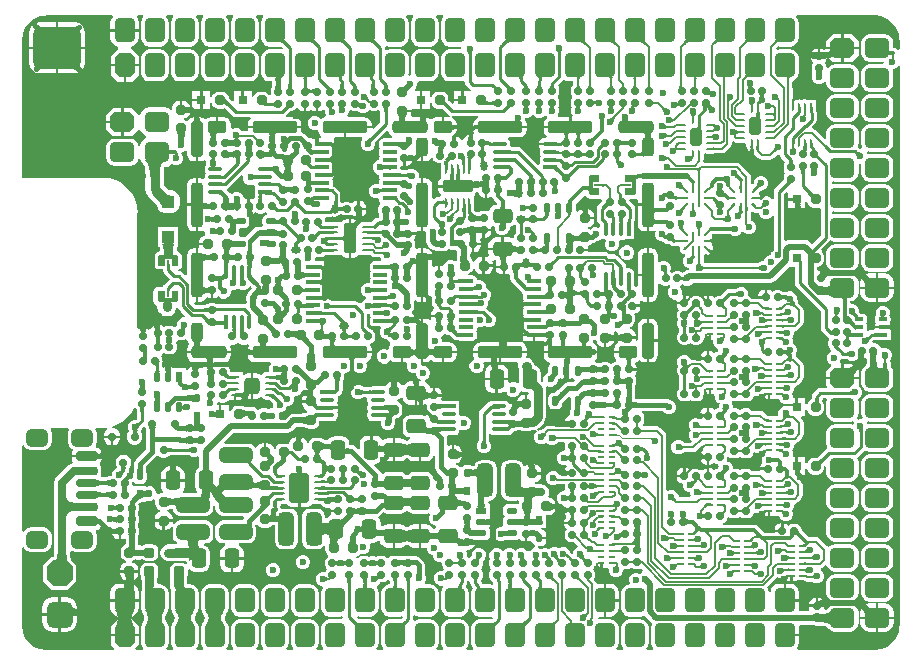
<source format=gbr>
%TF.GenerationSoftware,Altium Limited,Altium Designer,22.10.1 (41)*%
G04 Layer_Physical_Order=1*
G04 Layer_Color=255*
%FSLAX45Y45*%
%MOMM*%
%TF.SameCoordinates,A8474BD1-FA4A-4BD0-88DA-22D9B4FA892B*%
%TF.FilePolarity,Positive*%
%TF.FileFunction,Copper,L1,Top,Signal*%
%TF.Part,Single*%
G01*
G75*
%TA.AperFunction,SMDPad,CuDef*%
G04:AMPARAMS|DCode=10|XSize=0.8mm|YSize=0.8mm|CornerRadius=0.2mm|HoleSize=0mm|Usage=FLASHONLY|Rotation=180.000|XOffset=0mm|YOffset=0mm|HoleType=Round|Shape=RoundedRectangle|*
%AMROUNDEDRECTD10*
21,1,0.80000,0.40000,0,0,180.0*
21,1,0.40000,0.80000,0,0,180.0*
1,1,0.40000,-0.20000,0.20000*
1,1,0.40000,0.20000,0.20000*
1,1,0.40000,0.20000,-0.20000*
1,1,0.40000,-0.20000,-0.20000*
%
%ADD10ROUNDEDRECTD10*%
G04:AMPARAMS|DCode=11|XSize=0.6mm|YSize=0.6mm|CornerRadius=0.15mm|HoleSize=0mm|Usage=FLASHONLY|Rotation=90.000|XOffset=0mm|YOffset=0mm|HoleType=Round|Shape=RoundedRectangle|*
%AMROUNDEDRECTD11*
21,1,0.60000,0.30000,0,0,90.0*
21,1,0.30000,0.60000,0,0,90.0*
1,1,0.30000,0.15000,0.15000*
1,1,0.30000,0.15000,-0.15000*
1,1,0.30000,-0.15000,-0.15000*
1,1,0.30000,-0.15000,0.15000*
%
%ADD11ROUNDEDRECTD11*%
%ADD12R,0.58000X0.22000*%
G04:AMPARAMS|DCode=13|XSize=0.22mm|YSize=0.58mm|CornerRadius=0.055mm|HoleSize=0mm|Usage=FLASHONLY|Rotation=90.000|XOffset=0mm|YOffset=0mm|HoleType=Round|Shape=RoundedRectangle|*
%AMROUNDEDRECTD13*
21,1,0.22000,0.47000,0,0,90.0*
21,1,0.11000,0.58000,0,0,90.0*
1,1,0.11000,0.23500,0.05500*
1,1,0.11000,0.23500,-0.05500*
1,1,0.11000,-0.23500,-0.05500*
1,1,0.11000,-0.23500,0.05500*
%
%ADD13ROUNDEDRECTD13*%
G04:AMPARAMS|DCode=14|XSize=0.54mm|YSize=0.22mm|CornerRadius=0mm|HoleSize=0mm|Usage=FLASHONLY|Rotation=135.000|XOffset=0mm|YOffset=0mm|HoleType=Round|Shape=Round|*
%AMOVALD14*
21,1,0.32000,0.22000,0.00000,0.00000,135.0*
1,1,0.22000,0.11314,-0.11314*
1,1,0.22000,-0.11314,0.11314*
%
%ADD14OVALD14*%

%ADD15O,0.22000X0.45000*%
G04:AMPARAMS|DCode=16|XSize=0.54mm|YSize=0.22mm|CornerRadius=0mm|HoleSize=0mm|Usage=FLASHONLY|Rotation=45.000|XOffset=0mm|YOffset=0mm|HoleType=Round|Shape=Round|*
%AMOVALD16*
21,1,0.32000,0.22000,0.00000,0.00000,45.0*
1,1,0.22000,-0.11314,-0.11314*
1,1,0.22000,0.11314,0.11314*
%
%ADD16OVALD16*%

%ADD17O,0.45000X0.22000*%
G04:AMPARAMS|DCode=18|XSize=0.55mm|YSize=0.8mm|CornerRadius=0.1375mm|HoleSize=0mm|Usage=FLASHONLY|Rotation=0.000|XOffset=0mm|YOffset=0mm|HoleType=Round|Shape=RoundedRectangle|*
%AMROUNDEDRECTD18*
21,1,0.55000,0.52500,0,0,0.0*
21,1,0.27500,0.80000,0,0,0.0*
1,1,0.27500,0.13750,-0.26250*
1,1,0.27500,-0.13750,-0.26250*
1,1,0.27500,-0.13750,0.26250*
1,1,0.27500,0.13750,0.26250*
%
%ADD18ROUNDEDRECTD18*%
G04:AMPARAMS|DCode=19|XSize=0.23mm|YSize=0.67mm|CornerRadius=0.0575mm|HoleSize=0mm|Usage=FLASHONLY|Rotation=90.000|XOffset=0mm|YOffset=0mm|HoleType=Round|Shape=RoundedRectangle|*
%AMROUNDEDRECTD19*
21,1,0.23000,0.55500,0,0,90.0*
21,1,0.11500,0.67000,0,0,90.0*
1,1,0.11500,0.27750,0.05750*
1,1,0.11500,0.27750,-0.05750*
1,1,0.11500,-0.27750,-0.05750*
1,1,0.11500,-0.27750,0.05750*
%
%ADD19ROUNDEDRECTD19*%
G04:AMPARAMS|DCode=20|XSize=0.23mm|YSize=0.67mm|CornerRadius=0.0575mm|HoleSize=0mm|Usage=FLASHONLY|Rotation=0.000|XOffset=0mm|YOffset=0mm|HoleType=Round|Shape=RoundedRectangle|*
%AMROUNDEDRECTD20*
21,1,0.23000,0.55500,0,0,0.0*
21,1,0.11500,0.67000,0,0,0.0*
1,1,0.11500,0.05750,-0.27750*
1,1,0.11500,-0.05750,-0.27750*
1,1,0.11500,-0.05750,0.27750*
1,1,0.11500,0.05750,0.27750*
%
%ADD20ROUNDEDRECTD20*%
G04:AMPARAMS|DCode=21|XSize=1mm|YSize=1.5mm|CornerRadius=0.25mm|HoleSize=0mm|Usage=FLASHONLY|Rotation=0.000|XOffset=0mm|YOffset=0mm|HoleType=Round|Shape=RoundedRectangle|*
%AMROUNDEDRECTD21*
21,1,1.00000,1.00000,0,0,0.0*
21,1,0.50000,1.50000,0,0,0.0*
1,1,0.50000,0.25000,-0.50000*
1,1,0.50000,-0.25000,-0.50000*
1,1,0.50000,-0.25000,0.50000*
1,1,0.50000,0.25000,0.50000*
%
%ADD21ROUNDEDRECTD21*%
G04:AMPARAMS|DCode=22|XSize=0.23mm|YSize=0.7mm|CornerRadius=0.0575mm|HoleSize=0mm|Usage=FLASHONLY|Rotation=90.000|XOffset=0mm|YOffset=0mm|HoleType=Round|Shape=RoundedRectangle|*
%AMROUNDEDRECTD22*
21,1,0.23000,0.58500,0,0,90.0*
21,1,0.11500,0.70000,0,0,90.0*
1,1,0.11500,0.29250,0.05750*
1,1,0.11500,0.29250,-0.05750*
1,1,0.11500,-0.29250,-0.05750*
1,1,0.11500,-0.29250,0.05750*
%
%ADD22ROUNDEDRECTD22*%
G04:AMPARAMS|DCode=23|XSize=2.5mm|YSize=1.65mm|CornerRadius=0.165mm|HoleSize=0mm|Usage=FLASHONLY|Rotation=90.000|XOffset=0mm|YOffset=0mm|HoleType=Round|Shape=RoundedRectangle|*
%AMROUNDEDRECTD23*
21,1,2.50000,1.32000,0,0,90.0*
21,1,2.17000,1.65000,0,0,90.0*
1,1,0.33000,0.66000,1.08500*
1,1,0.33000,0.66000,-1.08500*
1,1,0.33000,-0.66000,-1.08500*
1,1,0.33000,-0.66000,1.08500*
%
%ADD23ROUNDEDRECTD23*%
%ADD24R,0.70000X0.23000*%
G04:AMPARAMS|DCode=25|XSize=0.35mm|YSize=1.15mm|CornerRadius=0.0875mm|HoleSize=0mm|Usage=FLASHONLY|Rotation=90.000|XOffset=0mm|YOffset=0mm|HoleType=Round|Shape=RoundedRectangle|*
%AMROUNDEDRECTD25*
21,1,0.35000,0.97500,0,0,90.0*
21,1,0.17500,1.15000,0,0,90.0*
1,1,0.17500,0.48750,0.08750*
1,1,0.17500,0.48750,-0.08750*
1,1,0.17500,-0.48750,-0.08750*
1,1,0.17500,-0.48750,0.08750*
%
%ADD25ROUNDEDRECTD25*%
%ADD26R,1.15000X0.35000*%
%ADD27R,0.90000X0.55000*%
G04:AMPARAMS|DCode=28|XSize=0.55mm|YSize=0.9mm|CornerRadius=0.1375mm|HoleSize=0mm|Usage=FLASHONLY|Rotation=90.000|XOffset=0mm|YOffset=0mm|HoleType=Round|Shape=RoundedRectangle|*
%AMROUNDEDRECTD28*
21,1,0.55000,0.62500,0,0,90.0*
21,1,0.27500,0.90000,0,0,90.0*
1,1,0.27500,0.31250,0.13750*
1,1,0.27500,0.31250,-0.13750*
1,1,0.27500,-0.31250,-0.13750*
1,1,0.27500,-0.31250,0.13750*
%
%ADD28ROUNDEDRECTD28*%
%ADD29R,0.55000X0.90000*%
G04:AMPARAMS|DCode=30|XSize=0.55mm|YSize=0.9mm|CornerRadius=0.1375mm|HoleSize=0mm|Usage=FLASHONLY|Rotation=0.000|XOffset=0mm|YOffset=0mm|HoleType=Round|Shape=RoundedRectangle|*
%AMROUNDEDRECTD30*
21,1,0.55000,0.62500,0,0,0.0*
21,1,0.27500,0.90000,0,0,0.0*
1,1,0.27500,0.13750,-0.31250*
1,1,0.27500,-0.13750,-0.31250*
1,1,0.27500,-0.13750,0.31250*
1,1,0.27500,0.13750,0.31250*
%
%ADD30ROUNDEDRECTD30*%
G04:AMPARAMS|DCode=31|XSize=1.4mm|YSize=1.3mm|CornerRadius=0.325mm|HoleSize=0mm|Usage=FLASHONLY|Rotation=90.000|XOffset=0mm|YOffset=0mm|HoleType=Round|Shape=RoundedRectangle|*
%AMROUNDEDRECTD31*
21,1,1.40000,0.65000,0,0,90.0*
21,1,0.75000,1.30000,0,0,90.0*
1,1,0.65000,0.32500,0.37500*
1,1,0.65000,0.32500,-0.37500*
1,1,0.65000,-0.32500,-0.37500*
1,1,0.65000,-0.32500,0.37500*
%
%ADD31ROUNDEDRECTD31*%
G04:AMPARAMS|DCode=32|XSize=0.33mm|YSize=0.7mm|CornerRadius=0.0825mm|HoleSize=0mm|Usage=FLASHONLY|Rotation=270.000|XOffset=0mm|YOffset=0mm|HoleType=Round|Shape=RoundedRectangle|*
%AMROUNDEDRECTD32*
21,1,0.33000,0.53500,0,0,270.0*
21,1,0.16500,0.70000,0,0,270.0*
1,1,0.16500,-0.26750,-0.08250*
1,1,0.16500,-0.26750,0.08250*
1,1,0.16500,0.26750,0.08250*
1,1,0.16500,0.26750,-0.08250*
%
%ADD32ROUNDEDRECTD32*%
%ADD33R,0.70000X0.33000*%
%ADD34R,0.25000X0.70000*%
G04:AMPARAMS|DCode=35|XSize=0.25mm|YSize=0.7mm|CornerRadius=0.0625mm|HoleSize=0mm|Usage=FLASHONLY|Rotation=0.000|XOffset=0mm|YOffset=0mm|HoleType=Round|Shape=RoundedRectangle|*
%AMROUNDEDRECTD35*
21,1,0.25000,0.57500,0,0,0.0*
21,1,0.12500,0.70000,0,0,0.0*
1,1,0.12500,0.06250,-0.28750*
1,1,0.12500,-0.06250,-0.28750*
1,1,0.12500,-0.06250,0.28750*
1,1,0.12500,0.06250,0.28750*
%
%ADD35ROUNDEDRECTD35*%
G04:AMPARAMS|DCode=36|XSize=0.55mm|YSize=0.8mm|CornerRadius=0.1375mm|HoleSize=0mm|Usage=FLASHONLY|Rotation=270.000|XOffset=0mm|YOffset=0mm|HoleType=Round|Shape=RoundedRectangle|*
%AMROUNDEDRECTD36*
21,1,0.55000,0.52500,0,0,270.0*
21,1,0.27500,0.80000,0,0,270.0*
1,1,0.27500,-0.26250,-0.13750*
1,1,0.27500,-0.26250,0.13750*
1,1,0.27500,0.26250,0.13750*
1,1,0.27500,0.26250,-0.13750*
%
%ADD36ROUNDEDRECTD36*%
G04:AMPARAMS|DCode=37|XSize=0.35mm|YSize=1.2mm|CornerRadius=0.0875mm|HoleSize=0mm|Usage=FLASHONLY|Rotation=90.000|XOffset=0mm|YOffset=0mm|HoleType=Round|Shape=RoundedRectangle|*
%AMROUNDEDRECTD37*
21,1,0.35000,1.02500,0,0,90.0*
21,1,0.17500,1.20000,0,0,90.0*
1,1,0.17500,0.51250,0.08750*
1,1,0.17500,0.51250,-0.08750*
1,1,0.17500,-0.51250,-0.08750*
1,1,0.17500,-0.51250,0.08750*
%
%ADD37ROUNDEDRECTD37*%
%ADD38R,1.20000X0.35000*%
%ADD39R,0.85000X0.23000*%
G04:AMPARAMS|DCode=40|XSize=0.23mm|YSize=0.85mm|CornerRadius=0.0575mm|HoleSize=0mm|Usage=FLASHONLY|Rotation=90.000|XOffset=0mm|YOffset=0mm|HoleType=Round|Shape=RoundedRectangle|*
%AMROUNDEDRECTD40*
21,1,0.23000,0.73500,0,0,90.0*
21,1,0.11500,0.85000,0,0,90.0*
1,1,0.11500,0.36750,0.05750*
1,1,0.11500,0.36750,-0.05750*
1,1,0.11500,-0.36750,-0.05750*
1,1,0.11500,-0.36750,0.05750*
%
%ADD40ROUNDEDRECTD40*%
G04:AMPARAMS|DCode=41|XSize=2.55mm|YSize=1.1mm|CornerRadius=0.275mm|HoleSize=0mm|Usage=FLASHONLY|Rotation=90.000|XOffset=0mm|YOffset=0mm|HoleType=Round|Shape=RoundedRectangle|*
%AMROUNDEDRECTD41*
21,1,2.55000,0.55000,0,0,90.0*
21,1,2.00000,1.10000,0,0,90.0*
1,1,0.55000,0.27500,1.00000*
1,1,0.55000,0.27500,-1.00000*
1,1,0.55000,-0.27500,-1.00000*
1,1,0.55000,-0.27500,1.00000*
%
%ADD41ROUNDEDRECTD41*%
G04:AMPARAMS|DCode=42|XSize=0.35mm|YSize=1.15mm|CornerRadius=0.0875mm|HoleSize=0mm|Usage=FLASHONLY|Rotation=180.000|XOffset=0mm|YOffset=0mm|HoleType=Round|Shape=RoundedRectangle|*
%AMROUNDEDRECTD42*
21,1,0.35000,0.97500,0,0,180.0*
21,1,0.17500,1.15000,0,0,180.0*
1,1,0.17500,-0.08750,0.48750*
1,1,0.17500,0.08750,0.48750*
1,1,0.17500,0.08750,-0.48750*
1,1,0.17500,-0.08750,-0.48750*
%
%ADD42ROUNDEDRECTD42*%
%ADD43R,0.35000X1.15000*%
%ADD44R,0.23000X0.85000*%
G04:AMPARAMS|DCode=45|XSize=0.23mm|YSize=0.85mm|CornerRadius=0.0575mm|HoleSize=0mm|Usage=FLASHONLY|Rotation=0.000|XOffset=0mm|YOffset=0mm|HoleType=Round|Shape=RoundedRectangle|*
%AMROUNDEDRECTD45*
21,1,0.23000,0.73500,0,0,0.0*
21,1,0.11500,0.85000,0,0,0.0*
1,1,0.11500,0.05750,-0.36750*
1,1,0.11500,-0.05750,-0.36750*
1,1,0.11500,-0.05750,0.36750*
1,1,0.11500,0.05750,0.36750*
%
%ADD45ROUNDEDRECTD45*%
G04:AMPARAMS|DCode=46|XSize=2.55mm|YSize=1.1mm|CornerRadius=0.275mm|HoleSize=0mm|Usage=FLASHONLY|Rotation=0.000|XOffset=0mm|YOffset=0mm|HoleType=Round|Shape=RoundedRectangle|*
%AMROUNDEDRECTD46*
21,1,2.55000,0.55000,0,0,0.0*
21,1,2.00000,1.10000,0,0,0.0*
1,1,0.55000,1.00000,-0.27500*
1,1,0.55000,-1.00000,-0.27500*
1,1,0.55000,-1.00000,0.27500*
1,1,0.55000,1.00000,0.27500*
%
%ADD46ROUNDEDRECTD46*%
%ADD47O,0.80000X0.60000*%
%ADD48O,0.60000X0.80000*%
G04:AMPARAMS|DCode=49|XSize=0.6mm|YSize=0.7mm|CornerRadius=0.15mm|HoleSize=0mm|Usage=FLASHONLY|Rotation=0.000|XOffset=0mm|YOffset=0mm|HoleType=Round|Shape=RoundedRectangle|*
%AMROUNDEDRECTD49*
21,1,0.60000,0.40000,0,0,0.0*
21,1,0.30000,0.70000,0,0,0.0*
1,1,0.30000,0.15000,-0.20000*
1,1,0.30000,-0.15000,-0.20000*
1,1,0.30000,-0.15000,0.20000*
1,1,0.30000,0.15000,0.20000*
%
%ADD49ROUNDEDRECTD49*%
G04:AMPARAMS|DCode=50|XSize=0.6mm|YSize=0.6mm|CornerRadius=0.15mm|HoleSize=0mm|Usage=FLASHONLY|Rotation=0.000|XOffset=0mm|YOffset=0mm|HoleType=Round|Shape=RoundedRectangle|*
%AMROUNDEDRECTD50*
21,1,0.60000,0.30000,0,0,0.0*
21,1,0.30000,0.60000,0,0,0.0*
1,1,0.30000,0.15000,-0.15000*
1,1,0.30000,-0.15000,-0.15000*
1,1,0.30000,-0.15000,0.15000*
1,1,0.30000,0.15000,0.15000*
%
%ADD50ROUNDEDRECTD50*%
%ADD51R,0.24000X0.70000*%
%ADD52O,1.70000X0.30000*%
%ADD53R,0.70000X0.24000*%
%ADD54O,0.30000X1.70000*%
G04:AMPARAMS|DCode=55|XSize=1.8mm|YSize=0.63mm|CornerRadius=0.1575mm|HoleSize=0mm|Usage=FLASHONLY|Rotation=180.000|XOffset=0mm|YOffset=0mm|HoleType=Round|Shape=RoundedRectangle|*
%AMROUNDEDRECTD55*
21,1,1.80000,0.31500,0,0,180.0*
21,1,1.48500,0.63000,0,0,180.0*
1,1,0.31500,-0.74250,0.15750*
1,1,0.31500,0.74250,0.15750*
1,1,0.31500,0.74250,-0.15750*
1,1,0.31500,-0.74250,-0.15750*
%
%ADD55ROUNDEDRECTD55*%
G04:AMPARAMS|DCode=56|XSize=1.8mm|YSize=0.72mm|CornerRadius=0.18mm|HoleSize=0mm|Usage=FLASHONLY|Rotation=180.000|XOffset=0mm|YOffset=0mm|HoleType=Round|Shape=RoundedRectangle|*
%AMROUNDEDRECTD56*
21,1,1.80000,0.36000,0,0,180.0*
21,1,1.44000,0.72000,0,0,180.0*
1,1,0.36000,-0.72000,0.18000*
1,1,0.36000,0.72000,0.18000*
1,1,0.36000,0.72000,-0.18000*
1,1,0.36000,-0.72000,-0.18000*
%
%ADD56ROUNDEDRECTD56*%
G04:AMPARAMS|DCode=57|XSize=1.8mm|YSize=0.8mm|CornerRadius=0.2mm|HoleSize=0mm|Usage=FLASHONLY|Rotation=180.000|XOffset=0mm|YOffset=0mm|HoleType=Round|Shape=RoundedRectangle|*
%AMROUNDEDRECTD57*
21,1,1.80000,0.40000,0,0,180.0*
21,1,1.40000,0.80000,0,0,180.0*
1,1,0.40000,-0.70000,0.20000*
1,1,0.40000,0.70000,0.20000*
1,1,0.40000,0.70000,-0.20000*
1,1,0.40000,-0.70000,-0.20000*
%
%ADD57ROUNDEDRECTD57*%
%TA.AperFunction,SMDPad,SMDef*%
%ADD58C,0.30000*%
%TA.AperFunction,SMDPad,CuDef*%
G04:AMPARAMS|DCode=59|XSize=3mm|YSize=1mm|CornerRadius=0.25mm|HoleSize=0mm|Usage=FLASHONLY|Rotation=90.000|XOffset=0mm|YOffset=0mm|HoleType=Round|Shape=RoundedRectangle|*
%AMROUNDEDRECTD59*
21,1,3.00000,0.50000,0,0,90.0*
21,1,2.50000,1.00000,0,0,90.0*
1,1,0.50000,0.25000,1.25000*
1,1,0.50000,0.25000,-1.25000*
1,1,0.50000,-0.25000,-1.25000*
1,1,0.50000,-0.25000,1.25000*
%
%ADD59ROUNDEDRECTD59*%
%TA.AperFunction,SMDPad,SMDef*%
G04:AMPARAMS|DCode=60|XSize=3.8mm|YSize=1mm|CornerRadius=0.25mm|HoleSize=0mm|Usage=FLASHONLY|Rotation=90.000|XOffset=0mm|YOffset=0mm|HoleType=Round|Shape=RoundedRectangle|*
%AMROUNDEDRECTD60*
21,1,3.80000,0.50000,0,0,90.0*
21,1,3.30000,1.00000,0,0,90.0*
1,1,0.50000,0.25000,1.65000*
1,1,0.50000,0.25000,-1.65000*
1,1,0.50000,-0.25000,-1.65000*
1,1,0.50000,-0.25000,1.65000*
%
%ADD60ROUNDEDRECTD60*%
%TA.AperFunction,SMDPad,CuDef*%
G04:AMPARAMS|DCode=61|XSize=1.6mm|YSize=1mm|CornerRadius=0.25mm|HoleSize=0mm|Usage=FLASHONLY|Rotation=180.000|XOffset=0mm|YOffset=0mm|HoleType=Round|Shape=RoundedRectangle|*
%AMROUNDEDRECTD61*
21,1,1.60000,0.50000,0,0,180.0*
21,1,1.10000,1.00000,0,0,180.0*
1,1,0.50000,-0.55000,0.25000*
1,1,0.50000,0.55000,0.25000*
1,1,0.50000,0.55000,-0.25000*
1,1,0.50000,-0.55000,-0.25000*
%
%ADD61ROUNDEDRECTD61*%
G04:AMPARAMS|DCode=62|XSize=3mm|YSize=1mm|CornerRadius=0.25mm|HoleSize=0mm|Usage=FLASHONLY|Rotation=0.000|XOffset=0mm|YOffset=0mm|HoleType=Round|Shape=RoundedRectangle|*
%AMROUNDEDRECTD62*
21,1,3.00000,0.50000,0,0,0.0*
21,1,2.50000,1.00000,0,0,0.0*
1,1,0.50000,1.25000,-0.25000*
1,1,0.50000,-1.25000,-0.25000*
1,1,0.50000,-1.25000,0.25000*
1,1,0.50000,1.25000,0.25000*
%
%ADD62ROUNDEDRECTD62*%
%TA.AperFunction,SMDPad,SMDef*%
G04:AMPARAMS|DCode=63|XSize=3.8mm|YSize=1mm|CornerRadius=0.25mm|HoleSize=0mm|Usage=FLASHONLY|Rotation=0.000|XOffset=0mm|YOffset=0mm|HoleType=Round|Shape=RoundedRectangle|*
%AMROUNDEDRECTD63*
21,1,3.80000,0.50000,0,0,0.0*
21,1,3.30000,1.00000,0,0,0.0*
1,1,0.50000,1.65000,-0.25000*
1,1,0.50000,-1.65000,-0.25000*
1,1,0.50000,-1.65000,0.25000*
1,1,0.50000,1.65000,0.25000*
%
%ADD63ROUNDEDRECTD63*%
%TA.AperFunction,SMDPad,CuDef*%
G04:AMPARAMS|DCode=64|XSize=1.6mm|YSize=1mm|CornerRadius=0.25mm|HoleSize=0mm|Usage=FLASHONLY|Rotation=90.000|XOffset=0mm|YOffset=0mm|HoleType=Round|Shape=RoundedRectangle|*
%AMROUNDEDRECTD64*
21,1,1.60000,0.50000,0,0,90.0*
21,1,1.10000,1.00000,0,0,90.0*
1,1,0.50000,0.25000,0.55000*
1,1,0.50000,0.25000,-0.55000*
1,1,0.50000,-0.25000,-0.55000*
1,1,0.50000,-0.25000,0.55000*
%
%ADD64ROUNDEDRECTD64*%
G04:AMPARAMS|DCode=65|XSize=2.8mm|YSize=1.3mm|CornerRadius=0.325mm|HoleSize=0mm|Usage=FLASHONLY|Rotation=90.000|XOffset=0mm|YOffset=0mm|HoleType=Round|Shape=RoundedRectangle|*
%AMROUNDEDRECTD65*
21,1,2.80000,0.65000,0,0,90.0*
21,1,2.15000,1.30000,0,0,90.0*
1,1,0.65000,0.32500,1.07500*
1,1,0.65000,0.32500,-1.07500*
1,1,0.65000,-0.32500,-1.07500*
1,1,0.65000,-0.32500,1.07500*
%
%ADD65ROUNDEDRECTD65*%
G04:AMPARAMS|DCode=66|XSize=2.8mm|YSize=1.3mm|CornerRadius=0.325mm|HoleSize=0mm|Usage=FLASHONLY|Rotation=0.000|XOffset=0mm|YOffset=0mm|HoleType=Round|Shape=RoundedRectangle|*
%AMROUNDEDRECTD66*
21,1,2.80000,0.65000,0,0,0.0*
21,1,2.15000,1.30000,0,0,0.0*
1,1,0.65000,1.07500,-0.32500*
1,1,0.65000,-1.07500,-0.32500*
1,1,0.65000,-1.07500,0.32500*
1,1,0.65000,1.07500,0.32500*
%
%ADD66ROUNDEDRECTD66*%
G04:AMPARAMS|DCode=67|XSize=0.9mm|YSize=0.8mm|CornerRadius=0.2mm|HoleSize=0mm|Usage=FLASHONLY|Rotation=0.000|XOffset=0mm|YOffset=0mm|HoleType=Round|Shape=RoundedRectangle|*
%AMROUNDEDRECTD67*
21,1,0.90000,0.40000,0,0,0.0*
21,1,0.50000,0.80000,0,0,0.0*
1,1,0.40000,0.25000,-0.20000*
1,1,0.40000,-0.25000,-0.20000*
1,1,0.40000,-0.25000,0.20000*
1,1,0.40000,0.25000,0.20000*
%
%ADD67ROUNDEDRECTD67*%
G04:AMPARAMS|DCode=68|XSize=0.8mm|YSize=0.8mm|CornerRadius=0.2mm|HoleSize=0mm|Usage=FLASHONLY|Rotation=90.000|XOffset=0mm|YOffset=0mm|HoleType=Round|Shape=RoundedRectangle|*
%AMROUNDEDRECTD68*
21,1,0.80000,0.40000,0,0,90.0*
21,1,0.40000,0.80000,0,0,90.0*
1,1,0.40000,0.20000,0.20000*
1,1,0.40000,0.20000,-0.20000*
1,1,0.40000,-0.20000,-0.20000*
1,1,0.40000,-0.20000,0.20000*
%
%ADD68ROUNDEDRECTD68*%
%ADD69R,0.80000X0.80000*%
G04:AMPARAMS|DCode=70|XSize=0.5mm|YSize=0.7mm|CornerRadius=0.125mm|HoleSize=0mm|Usage=FLASHONLY|Rotation=180.000|XOffset=0mm|YOffset=0mm|HoleType=Round|Shape=RoundedRectangle|*
%AMROUNDEDRECTD70*
21,1,0.50000,0.45000,0,0,180.0*
21,1,0.25000,0.70000,0,0,180.0*
1,1,0.25000,-0.12500,0.22500*
1,1,0.25000,0.12500,0.22500*
1,1,0.25000,0.12500,-0.22500*
1,1,0.25000,-0.12500,-0.22500*
%
%ADD70ROUNDEDRECTD70*%
%ADD71R,0.50000X0.70000*%
G04:AMPARAMS|DCode=72|XSize=1.1mm|YSize=1.1mm|CornerRadius=0.275mm|HoleSize=0mm|Usage=FLASHONLY|Rotation=180.000|XOffset=0mm|YOffset=0mm|HoleType=Round|Shape=RoundedRectangle|*
%AMROUNDEDRECTD72*
21,1,1.10000,0.55000,0,0,180.0*
21,1,0.55000,1.10000,0,0,180.0*
1,1,0.55000,-0.27500,0.27500*
1,1,0.55000,0.27500,0.27500*
1,1,0.55000,0.27500,-0.27500*
1,1,0.55000,-0.27500,-0.27500*
%
%ADD72ROUNDEDRECTD72*%
%ADD73R,1.10000X1.10000*%
G04:AMPARAMS|DCode=74|XSize=1.65mm|YSize=1.25mm|CornerRadius=0.3125mm|HoleSize=0mm|Usage=FLASHONLY|Rotation=0.000|XOffset=0mm|YOffset=0mm|HoleType=Round|Shape=RoundedRectangle|*
%AMROUNDEDRECTD74*
21,1,1.65000,0.62500,0,0,0.0*
21,1,1.02500,1.25000,0,0,0.0*
1,1,0.62500,0.51250,-0.31250*
1,1,0.62500,-0.51250,-0.31250*
1,1,0.62500,-0.51250,0.31250*
1,1,0.62500,0.51250,0.31250*
%
%ADD74ROUNDEDRECTD74*%
G04:AMPARAMS|DCode=75|XSize=1.65mm|YSize=1.25mm|CornerRadius=0.3125mm|HoleSize=0mm|Usage=FLASHONLY|Rotation=270.000|XOffset=0mm|YOffset=0mm|HoleType=Round|Shape=RoundedRectangle|*
%AMROUNDEDRECTD75*
21,1,1.65000,0.62500,0,0,270.0*
21,1,1.02500,1.25000,0,0,270.0*
1,1,0.62500,-0.31250,-0.51250*
1,1,0.62500,-0.31250,0.51250*
1,1,0.62500,0.31250,0.51250*
1,1,0.62500,0.31250,-0.51250*
%
%ADD75ROUNDEDRECTD75*%
%TA.AperFunction,Conductor*%
%ADD76C,0.50000*%
%ADD77C,0.25000*%
%ADD78C,0.30000*%
%ADD79C,0.40000*%
%ADD80C,0.15000*%
%ADD81C,0.12000*%
%ADD82C,0.20000*%
%ADD83C,0.23000*%
%ADD84C,0.17000*%
%ADD85C,0.19000*%
%TA.AperFunction,NonConductor*%
%ADD86C,0.30000*%
%TA.AperFunction,Conductor*%
%ADD87C,0.35000*%
%ADD88C,0.70000*%
%ADD89C,0.75000*%
%ADD90C,0.22000*%
%ADD91C,0.60000*%
%ADD92C,0.80000*%
%ADD93C,1.00000*%
%ADD94C,0.24000*%
%TA.AperFunction,ComponentPad*%
G04:AMPARAMS|DCode=95|XSize=1.7mm|YSize=2.1mm|CornerRadius=0mm|HoleSize=0mm|Usage=FLASHONLY|Rotation=270.000|XOffset=0mm|YOffset=0mm|HoleType=Round|Shape=Octagon|*
%AMOCTAGOND95*
4,1,8,1.05000,0.42500,1.05000,-0.42500,0.62500,-0.85000,-0.62500,-0.85000,-1.05000,-0.42500,-1.05000,0.42500,-0.62500,0.85000,0.62500,0.85000,1.05000,0.42500,0.0*
%
%ADD95OCTAGOND95*%

G04:AMPARAMS|DCode=96|XSize=1.7mm|YSize=2.1mm|CornerRadius=0.425mm|HoleSize=0mm|Usage=FLASHONLY|Rotation=270.000|XOffset=0mm|YOffset=0mm|HoleType=Round|Shape=RoundedRectangle|*
%AMROUNDEDRECTD96*
21,1,1.70000,1.25001,0,0,270.0*
21,1,0.85000,2.10000,0,0,270.0*
1,1,0.85000,-0.62500,-0.42500*
1,1,0.85000,-0.62500,0.42500*
1,1,0.85000,0.62500,0.42500*
1,1,0.85000,0.62500,-0.42500*
%
%ADD96ROUNDEDRECTD96*%
G04:AMPARAMS|DCode=97|XSize=1.7mm|YSize=2.1mm|CornerRadius=0mm|HoleSize=0mm|Usage=FLASHONLY|Rotation=0.000|XOffset=0mm|YOffset=0mm|HoleType=Round|Shape=Octagon|*
%AMOCTAGOND97*
4,1,8,-0.42500,1.05000,0.42500,1.05000,0.85000,0.62500,0.85000,-0.62500,0.42500,-1.05000,-0.42500,-1.05000,-0.85000,-0.62500,-0.85000,0.62500,-0.42500,1.05000,0.0*
%
%ADD97OCTAGOND97*%

G04:AMPARAMS|DCode=98|XSize=1.7mm|YSize=2.1mm|CornerRadius=0.425mm|HoleSize=0mm|Usage=FLASHONLY|Rotation=0.000|XOffset=0mm|YOffset=0mm|HoleType=Round|Shape=RoundedRectangle|*
%AMROUNDEDRECTD98*
21,1,1.70000,1.25001,0,0,0.0*
21,1,0.85000,2.10000,0,0,0.0*
1,1,0.85000,0.42500,-0.62500*
1,1,0.85000,-0.42500,-0.62500*
1,1,0.85000,-0.42500,0.62500*
1,1,0.85000,0.42500,0.62500*
%
%ADD98ROUNDEDRECTD98*%
G04:AMPARAMS|DCode=99|XSize=1.8mm|YSize=1.45mm|CornerRadius=0.3625mm|HoleSize=0mm|Usage=FLASHONLY|Rotation=180.000|XOffset=0mm|YOffset=0mm|HoleType=Round|Shape=RoundedRectangle|*
%AMROUNDEDRECTD99*
21,1,1.80000,0.72500,0,0,180.0*
21,1,1.07500,1.45000,0,0,180.0*
1,1,0.72500,-0.53750,0.36250*
1,1,0.72500,0.53750,0.36250*
1,1,0.72500,0.53750,-0.36250*
1,1,0.72500,-0.53750,-0.36250*
%
%ADD99ROUNDEDRECTD99*%
G04:AMPARAMS|DCode=100|XSize=4mm|YSize=3.6mm|CornerRadius=0.54mm|HoleSize=0mm|Usage=FLASHONLY|Rotation=0.000|XOffset=0mm|YOffset=0mm|HoleType=Round|Shape=RoundedRectangle|*
%AMROUNDEDRECTD100*
21,1,4.00000,2.52000,0,0,0.0*
21,1,2.92000,3.60000,0,0,0.0*
1,1,1.08000,1.46000,-1.26000*
1,1,1.08000,-1.46000,-1.26000*
1,1,1.08000,-1.46000,1.26000*
1,1,1.08000,1.46000,1.26000*
%
%ADD100ROUNDEDRECTD100*%
G04:AMPARAMS|DCode=101|XSize=2.2mm|YSize=2.2mm|CornerRadius=0mm|HoleSize=0mm|Usage=FLASHONLY|Rotation=270.000|XOffset=0mm|YOffset=0mm|HoleType=Round|Shape=Octagon|*
%AMOCTAGOND101*
4,1,8,-0.55000,-1.10000,0.55000,-1.10000,1.10000,-0.55000,1.10000,0.55000,0.55000,1.10000,-0.55000,1.10000,-1.10000,0.55000,-1.10000,-0.55000,-0.55000,-1.10000,0.0*
%
%ADD101OCTAGOND101*%

G04:AMPARAMS|DCode=102|XSize=2.2mm|YSize=2.2mm|CornerRadius=0.55mm|HoleSize=0mm|Usage=FLASHONLY|Rotation=270.000|XOffset=0mm|YOffset=0mm|HoleType=Round|Shape=RoundedRectangle|*
%AMROUNDEDRECTD102*
21,1,2.20000,1.10000,0,0,270.0*
21,1,1.10000,2.20000,0,0,270.0*
1,1,1.10000,-0.55000,-0.55000*
1,1,1.10000,-0.55000,0.55000*
1,1,1.10000,0.55000,0.55000*
1,1,1.10000,0.55000,-0.55000*
%
%ADD102ROUNDEDRECTD102*%
%TA.AperFunction,ViaPad*%
%ADD103C,0.60000*%
G36*
X7560322Y5189773D02*
X7559154Y5190590D01*
X7557739Y5190949D01*
X7556075Y5190852D01*
X7554164Y5190298D01*
X7552005Y5189288D01*
X7549599Y5187822D01*
X7546946Y5185899D01*
X7544044Y5183519D01*
X7537498Y5177391D01*
X7526891Y5187997D01*
X7530184Y5191394D01*
X7535399Y5197445D01*
X7537322Y5200099D01*
X7538789Y5202505D01*
X7539798Y5204664D01*
X7540352Y5206575D01*
X7540449Y5208238D01*
X7540090Y5209654D01*
X7539274Y5210822D01*
X7560322Y5189773D01*
D02*
G37*
G36*
X7306322D02*
X7305154Y5190590D01*
X7303739Y5190949D01*
X7302075Y5190852D01*
X7300164Y5190298D01*
X7298005Y5189288D01*
X7295599Y5187822D01*
X7292946Y5185899D01*
X7290044Y5183519D01*
X7283498Y5177391D01*
X7272891Y5187997D01*
X7276184Y5191394D01*
X7281399Y5197445D01*
X7283322Y5200099D01*
X7284789Y5202505D01*
X7285798Y5204664D01*
X7286352Y5206575D01*
X7286449Y5208238D01*
X7286090Y5209654D01*
X7285274Y5210822D01*
X7306322Y5189773D01*
D02*
G37*
G36*
X7052322D02*
X7051154Y5190590D01*
X7049739Y5190949D01*
X7048075Y5190852D01*
X7046164Y5190298D01*
X7044005Y5189288D01*
X7041599Y5187822D01*
X7038946Y5185899D01*
X7036044Y5183519D01*
X7029498Y5177391D01*
X7018891Y5187997D01*
X7022184Y5191394D01*
X7027399Y5197445D01*
X7029322Y5200099D01*
X7030789Y5202505D01*
X7031798Y5204664D01*
X7032352Y5206575D01*
X7032449Y5208238D01*
X7032090Y5209654D01*
X7031274Y5210822D01*
X7052322Y5189773D01*
D02*
G37*
G36*
X6803322Y5187702D02*
X6801753Y5188789D01*
X6799841Y5189253D01*
X6797585Y5189094D01*
X6794987Y5188313D01*
X6792046Y5186909D01*
X6788762Y5184883D01*
X6785135Y5182234D01*
X6781164Y5178963D01*
X6772195Y5170553D01*
X6758053Y5184695D01*
X6762569Y5189351D01*
X6769734Y5197634D01*
X6772383Y5201261D01*
X6774410Y5204546D01*
X6775813Y5207487D01*
X6776595Y5210085D01*
X6776753Y5212340D01*
X6776289Y5214252D01*
X6775203Y5215822D01*
X6803322Y5187702D01*
D02*
G37*
G36*
X5285174Y5186581D02*
X5283207Y5187923D01*
X5280788Y5188465D01*
X5277918Y5188207D01*
X5274597Y5187149D01*
X5270824Y5185292D01*
X5266600Y5182636D01*
X5261924Y5179179D01*
X5256797Y5174923D01*
X5245189Y5164011D01*
X5227511Y5181689D01*
X5233367Y5187718D01*
X5242679Y5198424D01*
X5246136Y5203100D01*
X5248792Y5207324D01*
X5250650Y5211097D01*
X5251707Y5214418D01*
X5251965Y5217288D01*
X5251423Y5219707D01*
X5250081Y5221674D01*
X5285174Y5186581D01*
D02*
G37*
G36*
X6431711Y5214252D02*
X6431247Y5212340D01*
X6431405Y5210085D01*
X6432187Y5207487D01*
X6433590Y5204546D01*
X6435617Y5201261D01*
X6438266Y5197634D01*
X6441537Y5193664D01*
X6449947Y5184695D01*
X6435805Y5170553D01*
X6431149Y5175069D01*
X6422865Y5182234D01*
X6419238Y5184883D01*
X6415954Y5186909D01*
X6413013Y5188313D01*
X6410415Y5189094D01*
X6408159Y5189253D01*
X6406247Y5188789D01*
X6404678Y5187702D01*
X6432797Y5215822D01*
X6431711Y5214252D01*
D02*
G37*
G36*
X6177711D02*
X6177247Y5212340D01*
X6177405Y5210085D01*
X6178187Y5207487D01*
X6179590Y5204546D01*
X6181617Y5201261D01*
X6184266Y5197634D01*
X6187537Y5193664D01*
X6195947Y5184695D01*
X6181805Y5170553D01*
X6177149Y5175069D01*
X6168865Y5182234D01*
X6165238Y5184883D01*
X6161954Y5186909D01*
X6159013Y5188313D01*
X6156415Y5189094D01*
X6154159Y5189253D01*
X6152247Y5188789D01*
X6150678Y5187702D01*
X6178797Y5215822D01*
X6177711Y5214252D01*
D02*
G37*
G36*
X5923711D02*
X5923247Y5212340D01*
X5923405Y5210085D01*
X5924187Y5207487D01*
X5925590Y5204546D01*
X5927617Y5201261D01*
X5930266Y5197634D01*
X5933537Y5193664D01*
X5941947Y5184695D01*
X5927805Y5170553D01*
X5923149Y5175069D01*
X5914865Y5182234D01*
X5911238Y5184883D01*
X5907954Y5186909D01*
X5905013Y5188313D01*
X5902415Y5189094D01*
X5900159Y5189253D01*
X5898247Y5188789D01*
X5896678Y5187702D01*
X5924797Y5215822D01*
X5923711Y5214252D01*
D02*
G37*
G36*
X4146577Y5219707D02*
X4146035Y5217288D01*
X4146293Y5214418D01*
X4147350Y5211097D01*
X4149208Y5207324D01*
X4151864Y5203100D01*
X4155321Y5198424D01*
X4159577Y5193297D01*
X4170489Y5181689D01*
X4152811Y5164011D01*
X4146781Y5169867D01*
X4136076Y5179179D01*
X4131400Y5182636D01*
X4127176Y5185292D01*
X4123403Y5187149D01*
X4120082Y5188207D01*
X4117212Y5188465D01*
X4114793Y5187923D01*
X4112826Y5186581D01*
X4147919Y5221674D01*
X4146577Y5219707D01*
D02*
G37*
G36*
X3892577D02*
X3892035Y5217288D01*
X3892293Y5214418D01*
X3893350Y5211097D01*
X3895208Y5207324D01*
X3897864Y5203100D01*
X3901321Y5198424D01*
X3905577Y5193297D01*
X3916489Y5181689D01*
X3898811Y5164011D01*
X3892781Y5169867D01*
X3882076Y5179179D01*
X3877400Y5182636D01*
X3873176Y5185292D01*
X3869403Y5187149D01*
X3866082Y5188207D01*
X3863212Y5188465D01*
X3860793Y5187923D01*
X3858826Y5186581D01*
X3893919Y5221674D01*
X3892577Y5219707D01*
D02*
G37*
G36*
X3638577D02*
X3638035Y5217288D01*
X3638293Y5214418D01*
X3639350Y5211097D01*
X3641208Y5207324D01*
X3643864Y5203100D01*
X3647321Y5198424D01*
X3651577Y5193297D01*
X3662489Y5181689D01*
X3644811Y5164011D01*
X3638781Y5169867D01*
X3628076Y5179179D01*
X3623400Y5182636D01*
X3619176Y5185292D01*
X3615403Y5187149D01*
X3612082Y5188207D01*
X3609212Y5188465D01*
X3606793Y5187923D01*
X3604826Y5186581D01*
X3639919Y5221674D01*
X3638577Y5219707D01*
D02*
G37*
G36*
X3384577D02*
X3384035Y5217288D01*
X3384293Y5214418D01*
X3385350Y5211097D01*
X3387208Y5207324D01*
X3389864Y5203100D01*
X3393321Y5198424D01*
X3397577Y5193297D01*
X3408489Y5181689D01*
X3390811Y5164011D01*
X3384781Y5169867D01*
X3374076Y5179179D01*
X3369400Y5182636D01*
X3365176Y5185292D01*
X3361403Y5187149D01*
X3358082Y5188207D01*
X3355212Y5188465D01*
X3352793Y5187923D01*
X3350826Y5186581D01*
X3385919Y5221674D01*
X3384577Y5219707D01*
D02*
G37*
G36*
X4729083Y5402056D02*
X4715207Y5381288D01*
X4709580Y5353000D01*
Y5228000D01*
X4715207Y5199712D01*
X4731231Y5175730D01*
X4755212Y5159706D01*
X4783500Y5154080D01*
X4868500D01*
X4870336Y5154445D01*
X4882749Y5143858D01*
X4868582Y5132904D01*
X4868500Y5132920D01*
X4783500D01*
X4755212Y5127294D01*
X4731231Y5111270D01*
X4715207Y5087288D01*
X4709580Y5059000D01*
Y4934000D01*
X4715207Y4905712D01*
X4731231Y4881730D01*
X4755212Y4865707D01*
X4783500Y4860080D01*
X4868500D01*
X4894154Y4865183D01*
X4904357Y4859965D01*
X4909432Y4856115D01*
X4912453Y4840929D01*
X4921846Y4826871D01*
X4949360Y4799357D01*
X4963417Y4789964D01*
X4961760Y4775000D01*
X4900000D01*
Y4700000D01*
X4890000D01*
Y4690000D01*
X4815000D01*
Y4675878D01*
X4801142Y4670138D01*
X4790670Y4680610D01*
X4790641Y4680653D01*
X4781586Y4689708D01*
X4779788Y4691575D01*
X4772200Y4700319D01*
X4770980Y4701911D01*
Y4720000D01*
X4767099Y4739509D01*
X4756048Y4756048D01*
X4739509Y4767099D01*
X4720000Y4770980D01*
X4680000D01*
X4660491Y4767099D01*
X4643952Y4756048D01*
X4632901Y4739509D01*
X4630000Y4724923D01*
X4615000Y4726400D01*
Y4775000D01*
X4550000D01*
Y4699999D01*
Y4625000D01*
X4615000D01*
Y4673600D01*
X4630000Y4675077D01*
X4632901Y4660491D01*
X4643952Y4643952D01*
X4660491Y4632901D01*
X4680000Y4629020D01*
X4719140D01*
X4723433Y4625298D01*
X4729333Y4619398D01*
X4729360Y4619358D01*
X4769359Y4579359D01*
X4783416Y4569966D01*
X4780000Y4556175D01*
X4735000D01*
Y4479999D01*
X4803885D01*
Y4499940D01*
X4804348Y4497102D01*
X4805737Y4494562D01*
X4808052Y4492321D01*
X4811292Y4490379D01*
X4815459Y4488735D01*
X4820551Y4487390D01*
X4826569Y4486345D01*
X4833513Y4485598D01*
X4841175Y4485323D01*
Y4495000D01*
X4836519Y4518411D01*
X4823257Y4538257D01*
X4803411Y4551519D01*
X4802663Y4551668D01*
X4804140Y4566668D01*
X5020860D01*
X5022337Y4551668D01*
X5021589Y4551519D01*
X5001743Y4538257D01*
X4988481Y4518411D01*
X4983825Y4495000D01*
Y4480000D01*
X4993000D01*
Y4483943D01*
X4998154Y4483972D01*
X5017684Y4485355D01*
X5019041Y4485787D01*
X5019855Y4486277D01*
X5020126Y4486824D01*
Y4480000D01*
X5436175D01*
Y4495000D01*
X5431519Y4518411D01*
X5420435Y4534999D01*
X5424390Y4546419D01*
X5427080Y4549999D01*
X5441937D01*
X5463989Y4559133D01*
X5475810Y4570954D01*
X5485409Y4574387D01*
X5495009Y4570954D01*
X5506830Y4559133D01*
X5528882Y4549999D01*
X5552752D01*
X5574804Y4559133D01*
X5585610Y4569939D01*
X5595409Y4574338D01*
X5605208Y4569939D01*
X5610675Y4564472D01*
X5609586Y4547444D01*
X5609060Y4546488D01*
X5596742Y4538257D01*
X5583481Y4518411D01*
X5578825Y4495000D01*
Y4480000D01*
X5795000D01*
Y4556175D01*
X5702244D01*
X5696031Y4571175D01*
X5700867Y4576011D01*
X5710001Y4598064D01*
Y4621933D01*
X5702479Y4640094D01*
X5707389Y4647442D01*
X5710881Y4665000D01*
Y4695000D01*
X5707389Y4712558D01*
X5703415Y4718506D01*
X5698530Y4730000D01*
X5703415Y4741494D01*
X5707389Y4747442D01*
X5710881Y4765000D01*
Y4795000D01*
X5707389Y4812558D01*
X5697957Y4826674D01*
X5741109Y4869827D01*
X5748497Y4880884D01*
X5771212Y4865707D01*
X5799500Y4860080D01*
X5829217D01*
Y4834972D01*
X5829106Y4831819D01*
X5822557Y4827443D01*
X5812611Y4812558D01*
X5809118Y4795000D01*
Y4765000D01*
X5812611Y4747442D01*
X5816585Y4741494D01*
X5821470Y4730000D01*
X5816585Y4718506D01*
X5812611Y4712558D01*
X5809118Y4695000D01*
Y4665000D01*
X5812611Y4647442D01*
X5817522Y4640093D01*
X5810000Y4621935D01*
Y4598065D01*
X5819134Y4576013D01*
X5823972Y4571175D01*
X5817758Y4556175D01*
X5815000D01*
Y4470000D01*
X5805000D01*
Y4460000D01*
X5796686D01*
X5806620Y4450066D01*
X5805582Y4449765D01*
X5804158Y4449000D01*
X5802347Y4447770D01*
X5800149Y4446076D01*
X5794593Y4441296D01*
X5778839Y4426162D01*
X5761161Y4443839D01*
X5765642Y4448358D01*
X5775917Y4460000D01*
X5578825D01*
Y4445000D01*
X5583481Y4421589D01*
X5596742Y4401743D01*
X5605551Y4395857D01*
X5601000Y4380857D01*
X5583750D01*
X5566679Y4377461D01*
X5552208Y4367792D01*
X5542539Y4353320D01*
X5539392Y4337500D01*
X5632500D01*
Y4317500D01*
X5539392D01*
X5542539Y4301680D01*
X5550008Y4290500D01*
X5547248Y4286369D01*
X5544241Y4271250D01*
Y4253750D01*
X5547248Y4238631D01*
X5553015Y4230000D01*
X5547248Y4221370D01*
X5544241Y4206250D01*
Y4188750D01*
X5545790Y4180962D01*
X5545000Y4180000D01*
X5545000D01*
Y4155879D01*
X5531142Y4150139D01*
X5388141Y4293141D01*
X5374083Y4302534D01*
X5357500Y4305832D01*
X5305012D01*
X5295496Y4317427D01*
X5295759Y4318750D01*
Y4336250D01*
X5292752Y4351370D01*
X5284187Y4364187D01*
X5277247Y4368825D01*
X5281797Y4383825D01*
X5375000D01*
X5398411Y4388481D01*
X5418257Y4401743D01*
X5431519Y4421589D01*
X5436175Y4445000D01*
Y4460000D01*
X5020126D01*
Y4451062D01*
X5019855Y4451610D01*
X5019041Y4452099D01*
X5017684Y4452532D01*
X5015786Y4452906D01*
X5013344Y4453223D01*
X5006834Y4453684D01*
X4993000Y4453943D01*
Y4460000D01*
X4983825D01*
Y4445000D01*
X4988481Y4421589D01*
X4990791Y4418132D01*
X4981771Y4404633D01*
X4975362Y4405908D01*
X4976246Y4396017D01*
X4977215Y4390207D01*
X4978460Y4384654D01*
X4979983Y4379358D01*
X4981783Y4374317D01*
X4983859Y4369533D01*
X4986212Y4365005D01*
X4988842Y4360734D01*
X4970000D01*
Y4340000D01*
X4950000D01*
Y4360734D01*
X4931158D01*
X4933788Y4365005D01*
X4936141Y4369533D01*
X4938217Y4374317D01*
X4940017Y4379358D01*
X4941540Y4384654D01*
X4942785Y4390207D01*
X4943754Y4396017D01*
X4944638Y4405908D01*
X4925491Y4402099D01*
X4908952Y4391048D01*
X4897901Y4374509D01*
X4896567Y4367801D01*
X4887793Y4365805D01*
X4880958Y4366217D01*
X4871048Y4381048D01*
X4854509Y4392099D01*
X4837160Y4395550D01*
X4832926Y4401565D01*
X4829430Y4410979D01*
X4836519Y4421589D01*
X4841175Y4445000D01*
Y4454834D01*
X4826569Y4453655D01*
X4820551Y4452610D01*
X4815459Y4451265D01*
X4811292Y4449621D01*
X4808052Y4447679D01*
X4805737Y4445438D01*
X4804348Y4442898D01*
X4803885Y4440059D01*
Y4459999D01*
X4725000D01*
Y4469999D01*
X4715000D01*
Y4556175D01*
X4670000D01*
X4646589Y4551519D01*
X4626743Y4538257D01*
X4618257D01*
X4598411Y4551519D01*
X4575673Y4556041D01*
X4576474Y4544191D01*
X4577621Y4536268D01*
X4579095Y4529520D01*
X4580897Y4523945D01*
X4583027Y4519545D01*
X4585484Y4516319D01*
X4588269Y4514266D01*
X4591382Y4513388D01*
X4518453Y4519874D01*
X4521598Y4520160D01*
X4524411Y4521608D01*
X4526893Y4524218D01*
X4529045Y4527988D01*
X4530865Y4532920D01*
X4532354Y4539014D01*
X4533513Y4546269D01*
X4534340Y4554685D01*
X4534389Y4556175D01*
X4460214D01*
X4452333Y4571176D01*
X4456077Y4590000D01*
Y4600000D01*
X4380000D01*
Y4620000D01*
X4461053D01*
X4465000Y4625000D01*
X4471077Y4625000D01*
X4530000D01*
Y4699999D01*
Y4775000D01*
X4489060D01*
X4485199Y4785759D01*
X4484853Y4790000D01*
X4500866Y4806013D01*
X4510000Y4828065D01*
Y4848664D01*
X4520919Y4861787D01*
X4529500Y4860080D01*
X4614500D01*
X4642788Y4865707D01*
X4666769Y4881730D01*
X4682793Y4905712D01*
X4688420Y4934000D01*
Y5059000D01*
X4682793Y5087288D01*
X4666769Y5111270D01*
X4642788Y5127294D01*
X4614500Y5132920D01*
X4529500D01*
X4501212Y5127294D01*
X4477231Y5111270D01*
X4461207Y5087288D01*
X4455580Y5059000D01*
Y4934000D01*
X4458326Y4920195D01*
X4448160Y4906817D01*
X4442544Y4906462D01*
X4431527Y4919457D01*
X4434420Y4934000D01*
Y5059000D01*
X4428793Y5087288D01*
X4412769Y5111270D01*
X4388788Y5127294D01*
X4360500Y5132920D01*
X4275500D01*
X4248332Y5127516D01*
X4244886Y5127753D01*
X4233332Y5133929D01*
Y5144501D01*
X4231854Y5151928D01*
X4245354Y5160948D01*
X4247212Y5159706D01*
X4275500Y5154080D01*
X4360500D01*
X4388788Y5159706D01*
X4412769Y5175730D01*
X4428793Y5199712D01*
X4434420Y5228000D01*
Y5353000D01*
X4428793Y5381288D01*
X4414917Y5402056D01*
X4420074Y5417056D01*
X4469926D01*
X4475083Y5402056D01*
X4461207Y5381288D01*
X4455580Y5353000D01*
Y5228000D01*
X4461207Y5199712D01*
X4477231Y5175730D01*
X4501212Y5159706D01*
X4529500Y5154080D01*
X4614500D01*
X4642788Y5159706D01*
X4666769Y5175730D01*
X4682793Y5199712D01*
X4688420Y5228000D01*
Y5353000D01*
X4682793Y5381288D01*
X4668917Y5402056D01*
X4674074Y5417056D01*
X4723926D01*
X4729083Y5402056D01*
D02*
G37*
G36*
X3205083D02*
X3191207Y5381288D01*
X3185580Y5353000D01*
Y5228000D01*
X3191207Y5199712D01*
X3207231Y5175730D01*
X3231212Y5159706D01*
X3259500Y5154080D01*
X3344500D01*
X3354013Y5155972D01*
X3354916Y5155305D01*
X3362585Y5148634D01*
X3367599Y5143620D01*
X3360210Y5129795D01*
X3344500Y5132920D01*
X3259500D01*
X3231212Y5127294D01*
X3207231Y5111270D01*
X3191207Y5087288D01*
X3185580Y5059000D01*
Y4934000D01*
X3191207Y4905712D01*
X3207231Y4881730D01*
X3231212Y4865707D01*
X3259500Y4860080D01*
X3277681D01*
X3277827Y4859248D01*
X3279021Y4844447D01*
Y4840979D01*
X3278670Y4831723D01*
X3277415Y4818121D01*
X3276697Y4813396D01*
X3275926Y4809659D01*
X3275278Y4807346D01*
X3275032Y4806707D01*
X3274336Y4805438D01*
X3274158Y4804874D01*
X3272611Y4802558D01*
X3271209Y4795510D01*
X3270751Y4794055D01*
X3270802Y4793465D01*
X3269118Y4785000D01*
Y4755000D01*
X3271536Y4742847D01*
X3257099Y4739509D01*
X3246048Y4756048D01*
X3229509Y4767099D01*
X3210000Y4770980D01*
X3170000D01*
X3150491Y4767099D01*
X3133952Y4756048D01*
X3122901Y4739509D01*
X3120000Y4724923D01*
X3105000Y4726400D01*
Y4775000D01*
X3040000D01*
Y4700000D01*
X3020000D01*
Y4775000D01*
X2955000D01*
Y4695882D01*
X2941142Y4690142D01*
X2922102Y4709182D01*
X2915212Y4717082D01*
X2912629Y4720496D01*
X2910620Y4723505D01*
X2910100Y4724421D01*
X2907099Y4739509D01*
X2896048Y4756048D01*
X2879509Y4767099D01*
X2860000Y4770980D01*
X2820000D01*
X2800491Y4767099D01*
X2783952Y4756048D01*
X2772901Y4739509D01*
X2770000Y4724923D01*
X2755000Y4726400D01*
Y4775000D01*
X2690000D01*
Y4700000D01*
Y4625000D01*
X2755000D01*
Y4673600D01*
X2770000Y4675077D01*
X2772901Y4660491D01*
X2783952Y4643952D01*
X2800491Y4632901D01*
X2820000Y4629020D01*
X2860000D01*
X2876366Y4632276D01*
X2876965Y4631757D01*
X2939361Y4569360D01*
X2953419Y4559967D01*
X2970002Y4556669D01*
X3092298D01*
X3096848Y4541669D01*
X3091743Y4538257D01*
X3078482Y4518411D01*
X3073825Y4495000D01*
Y4480000D01*
X3526176D01*
Y4495000D01*
X3521519Y4518411D01*
X3508258Y4538257D01*
X3488411Y4551519D01*
X3465000Y4556175D01*
X3402909D01*
X3398725Y4563767D01*
X3397458Y4571175D01*
X3425198Y4598915D01*
X3433975Y4606655D01*
X3437200Y4609119D01*
X3445000D01*
X3462558Y4612611D01*
X3477443Y4622557D01*
X3483660Y4631861D01*
X3486791Y4632659D01*
X3500390Y4631766D01*
X3508952Y4618952D01*
X3525491Y4607901D01*
X3545000Y4604021D01*
X3550000D01*
Y4670001D01*
X3570000D01*
Y4604021D01*
X3575000D01*
X3594509Y4607901D01*
X3610000Y4618252D01*
X3625491Y4607901D01*
X3645000Y4604021D01*
X3650000D01*
Y4670001D01*
X3670000D01*
Y4604021D01*
X3675000D01*
X3694509Y4607901D01*
X3708198Y4617048D01*
X3717334Y4620553D01*
X3724674Y4615559D01*
X3730000Y4610516D01*
Y4588065D01*
X3736996Y4571176D01*
X3731024Y4558370D01*
X3728346Y4555846D01*
X3706589Y4551519D01*
X3693926Y4543057D01*
X3690863Y4543986D01*
X3673985Y4560864D01*
X3651932Y4569998D01*
X3628063D01*
X3606011Y4560864D01*
X3589132Y4543986D01*
X3579998Y4521933D01*
Y4498064D01*
X3589132Y4476011D01*
X3606011Y4459133D01*
X3628063Y4449999D01*
X3651932D01*
X3656027Y4451694D01*
X3669604Y4441083D01*
X3673481Y4421589D01*
X3686743Y4401743D01*
X3696834Y4395000D01*
X3692283Y4380000D01*
X3610000D01*
Y4380000D01*
X3595000Y4375533D01*
X3594285Y4376027D01*
X3572076Y4395021D01*
X3551048Y4416050D01*
X3534509Y4427101D01*
X3523068Y4429376D01*
X3526176Y4445000D01*
Y4460000D01*
X3073825D01*
Y4445000D01*
X3066261Y4435784D01*
X3030728D01*
X3028366Y4441487D01*
X3011487Y4458366D01*
X2989435Y4467500D01*
X2965565D01*
X2946175Y4459469D01*
X2931175Y4465627D01*
Y4495000D01*
X2926519Y4518411D01*
X2913258Y4538257D01*
X2893411Y4551519D01*
X2870000Y4556175D01*
X2825000D01*
Y4469999D01*
X2805000D01*
Y4556175D01*
X2760000D01*
X2736589Y4551519D01*
X2716743Y4538257D01*
X2713257D01*
X2693411Y4551519D01*
X2670000Y4556175D01*
X2655000D01*
Y4370000D01*
Y4183825D01*
X2670000D01*
X2693411Y4188481D01*
X2701482Y4193874D01*
X2719082Y4188179D01*
X2720954Y4184239D01*
X2720000Y4181935D01*
Y4158065D01*
X2721434Y4154603D01*
X2720813Y4154187D01*
X2712248Y4141370D01*
X2709241Y4126250D01*
Y4108750D01*
X2712248Y4093631D01*
X2718015Y4085000D01*
X2712248Y4076370D01*
X2709241Y4061250D01*
Y4043750D01*
X2695688Y4034997D01*
X2693411Y4036519D01*
X2670000Y4041175D01*
X2655000D01*
Y3815000D01*
Y3588825D01*
X2670000D01*
X2693411Y3593481D01*
X2695000Y3594543D01*
X2710000Y3586525D01*
Y3576076D01*
X2713890Y3566684D01*
X2706820Y3553455D01*
X2698540Y3551808D01*
X2680347Y3539653D01*
X2668191Y3521460D01*
X2663923Y3500000D01*
Y3490000D01*
X2740000D01*
Y3470000D01*
X2663923D01*
Y3460000D01*
X2664366Y3457771D01*
X2655000Y3446358D01*
Y3372234D01*
X2673635Y3384315D01*
X2687556Y3342703D01*
X2686202Y3343143D01*
X2684734Y3343283D01*
X2683154Y3343120D01*
X2681461Y3342655D01*
X2679655Y3341889D01*
X2677736Y3340821D01*
X2675705Y3339451D01*
X2673561Y3337779D01*
X2671303Y3335805D01*
X2668933Y3333530D01*
X2655000Y3350989D01*
Y3220000D01*
Y2993825D01*
X2670000D01*
X2693411Y2998481D01*
X2713257Y3011743D01*
X2726519Y3031589D01*
X2733746Y3029414D01*
X2735193Y3028447D01*
X2754702Y3024566D01*
X2759702D01*
Y3090546D01*
X2779702D01*
Y3024566D01*
X2784702D01*
X2804211Y3028447D01*
X2820750Y3039498D01*
X2825210Y3039937D01*
X2836013Y3029134D01*
X2858065Y3020000D01*
X2881935D01*
X2903987Y3029134D01*
X2920866Y3046013D01*
X2930000Y3068065D01*
Y3077105D01*
X2938065Y3090000D01*
X2961935D01*
X2983987Y3099135D01*
X2990658Y3105806D01*
X2997330Y3099135D01*
X3019382Y3090000D01*
X3043252D01*
X3065304Y3099135D01*
X3082183Y3116013D01*
X3083748Y3119793D01*
X3098398Y3123015D01*
X3099640Y3121869D01*
X3111102Y3110407D01*
X3083613Y3082918D01*
X3071457Y3064725D01*
X3068240Y3048555D01*
X3061355Y3031934D01*
Y3019183D01*
X3061138Y3018089D01*
X3061355Y3016995D01*
Y3008064D01*
X3063847Y3002049D01*
Y2982036D01*
X3048847Y2971630D01*
X3040279Y2973334D01*
X2824806D01*
X2818700Y2973593D01*
X2810660Y2974417D01*
X2808258Y2974817D01*
X2806466Y2975219D01*
X2805971Y2975367D01*
X2805673Y2975534D01*
X2805014Y2975748D01*
X2802558Y2977389D01*
X2797920Y2978312D01*
X2796542Y2978874D01*
X2795404Y2978868D01*
X2794322Y2979219D01*
X2793632Y2979164D01*
X2785000Y2980882D01*
X2755000D01*
X2745594Y2979011D01*
X2744486Y2979054D01*
X2743409Y2978657D01*
X2742262Y2978617D01*
X2741211Y2978139D01*
X2737442Y2977389D01*
X2734329Y2975309D01*
X2733288Y2974925D01*
X2730763Y2973379D01*
X2729022Y2972487D01*
X2726982Y2971621D01*
X2724615Y2970801D01*
X2721913Y2970052D01*
X2718846Y2969393D01*
X2715781Y2968905D01*
X2709007Y2968332D01*
X2629517D01*
X2618461Y2979389D01*
X2618513Y2979885D01*
X2625238Y2993825D01*
X2635000D01*
Y3220000D01*
Y3446175D01*
X2620000D01*
X2596589Y3441519D01*
X2576743Y3428258D01*
X2563481Y3408411D01*
X2558825Y3385000D01*
Y3222056D01*
X2544967Y3216316D01*
X2520643Y3240639D01*
X2506585Y3250033D01*
X2490003Y3253331D01*
X2480319D01*
X2479597Y3254412D01*
X2482873Y3263507D01*
X2487308Y3269871D01*
X2496705Y3271741D01*
X2506629Y3278371D01*
X2513259Y3288294D01*
X2515588Y3300000D01*
Y3373524D01*
X2515881Y3375000D01*
X2512389Y3392558D01*
X2502443Y3407443D01*
X2487558Y3417389D01*
X2471371Y3420609D01*
Y3432233D01*
X2472781Y3451332D01*
X2473299Y3455000D01*
X2485000D01*
Y3481897D01*
X2485141Y3482367D01*
X2485000Y3483775D01*
Y3483883D01*
X2485283Y3485305D01*
X2485000Y3486727D01*
Y3625000D01*
X2315000D01*
Y3486727D01*
X2314717Y3485305D01*
X2315000Y3483883D01*
Y3483772D01*
X2314859Y3482366D01*
X2315000Y3481897D01*
Y3455000D01*
X2326318D01*
X2328629Y3423703D01*
Y3420609D01*
X2312442Y3417389D01*
X2297557Y3407443D01*
X2287611Y3392558D01*
X2284119Y3375000D01*
X2284412Y3373524D01*
Y3300000D01*
X2286741Y3288295D01*
X2293371Y3278371D01*
X2303295Y3271741D01*
X2315000Y3269412D01*
X2354490Y3269413D01*
X2358000Y3254753D01*
Y3245000D01*
X2360161D01*
X2360436Y3243616D01*
X2360437Y3243615D01*
X2360437Y3243614D01*
X2365457Y3236101D01*
X2369719Y3229723D01*
X2412611Y3186826D01*
X2412290Y3183570D01*
X2369360Y3140640D01*
X2365591Y3135000D01*
X2358000D01*
Y3120783D01*
X2315000D01*
X2299393Y3117679D01*
X2286162Y3108838D01*
X2277321Y3095607D01*
X2274216Y3080000D01*
Y3006476D01*
X2273923Y3005000D01*
X2278192Y2983540D01*
X2290347Y2965347D01*
X2308431Y2953265D01*
Y2949999D01*
X2314640Y2918785D01*
X2332321Y2892323D01*
X2358783Y2874641D01*
X2389998Y2868432D01*
X2421212Y2874641D01*
X2447674Y2892323D01*
X2465356Y2918785D01*
X2468850Y2936351D01*
X2472167Y2937463D01*
X2484459Y2937935D01*
X2491860Y2926859D01*
X2544861Y2873858D01*
X2544743Y2873303D01*
X2537505Y2860000D01*
X2518065D01*
X2496013Y2850866D01*
X2479134Y2833987D01*
X2470000Y2811935D01*
Y2788125D01*
X2469599Y2787803D01*
X2457225Y2779709D01*
X2448506Y2783415D01*
X2442558Y2787389D01*
X2425000Y2790881D01*
X2395000D01*
X2377442Y2787389D01*
X2363179Y2777859D01*
X2361048Y2781048D01*
X2344509Y2792099D01*
X2325000Y2795979D01*
X2320000D01*
Y2792353D01*
X2322500D01*
X2322589Y2785831D01*
X2323443Y2775966D01*
X2333163Y2776307D01*
X2331137Y2773328D01*
X2327725Y2767538D01*
X2326339Y2764726D01*
X2325769Y2763388D01*
X2326866Y2761113D01*
X2328203Y2759396D01*
X2329718Y2758367D01*
X2331411Y2758023D01*
X2323854D01*
X2323460Y2756626D01*
X2322927Y2754038D01*
X2322606Y2751505D01*
X2322500Y2749029D01*
X2320000Y2748908D01*
Y2730000D01*
X2300000D01*
Y2747948D01*
X2297500Y2747827D01*
X2297380Y2750288D01*
X2297020Y2752797D01*
X2296420Y2755355D01*
X2295580Y2757962D01*
X2295555Y2758023D01*
X2288589D01*
X2290282Y2758367D01*
X2291797Y2759396D01*
X2293134Y2761113D01*
X2293693Y2762272D01*
X2293180Y2763323D01*
X2291620Y2766077D01*
X2289820Y2768880D01*
X2285500Y2774632D01*
X2296714Y2775026D01*
X2297143Y2779994D01*
X2297500Y2792353D01*
X2300000D01*
Y2795979D01*
X2295000D01*
X2275491Y2792099D01*
X2258952Y2781048D01*
X2247901Y2764509D01*
X2231234Y2757605D01*
X2224509Y2762099D01*
X2205000Y2765979D01*
X2200000D01*
Y2759983D01*
X2200099Y2754037D01*
X2200262Y2751985D01*
X2213989D01*
X2211331Y2748350D01*
X2205036Y2738521D01*
X2203497Y2735604D01*
X2203140Y2734827D01*
X2203579Y2733696D01*
X2204871Y2731506D01*
X2206362Y2729941D01*
X2208052Y2729002D01*
X2209940Y2728689D01*
X2200782D01*
X2200559Y2727932D01*
X2200140Y2725734D01*
X2200000Y2723716D01*
Y2700000D01*
X2180000D01*
Y2723716D01*
X2179860Y2725734D01*
X2179440Y2727932D01*
X2179218Y2728689D01*
X2170059D01*
X2171948Y2729002D01*
X2173638Y2729941D01*
X2175129Y2731506D01*
X2176421Y2733696D01*
X2176860Y2734827D01*
X2176503Y2735604D01*
X2174964Y2738521D01*
X2171047Y2744894D01*
X2166011Y2751985D01*
X2179718D01*
X2180000Y2759983D01*
Y2765979D01*
X2175000D01*
X2155491Y2762099D01*
X2152673Y2760216D01*
X2139444Y2767287D01*
Y3746500D01*
X2140038D01*
X2134301Y3804742D01*
X2117313Y3860745D01*
X2089725Y3912359D01*
X2052598Y3957598D01*
X2007359Y3994725D01*
X1955745Y4022313D01*
X1899742Y4039301D01*
X1841500Y4045038D01*
Y4044444D01*
X1161544D01*
Y5207000D01*
X1161155Y5208958D01*
X1168077Y5261534D01*
X1189126Y5312351D01*
X1222610Y5355989D01*
X1266248Y5389474D01*
X1317066Y5410523D01*
X1357121Y5415796D01*
X1371600Y5417055D01*
X1371600Y5417056D01*
X1921052D01*
X1929070Y5402056D01*
X1916497Y5383239D01*
X1910482Y5353000D01*
Y5300500D01*
X2153518D01*
Y5353000D01*
X2147503Y5383239D01*
X2134930Y5402056D01*
X2142948Y5417056D01*
X2183926D01*
X2189083Y5402056D01*
X2175207Y5381288D01*
X2169580Y5353000D01*
Y5228000D01*
X2175207Y5199712D01*
X2191231Y5175730D01*
X2215212Y5159706D01*
X2243500Y5154080D01*
X2328500D01*
X2356788Y5159706D01*
X2380769Y5175730D01*
X2396793Y5199712D01*
X2402420Y5228000D01*
Y5353000D01*
X2396793Y5381288D01*
X2382917Y5402056D01*
X2388074Y5417056D01*
X2437926D01*
X2443083Y5402056D01*
X2429207Y5381288D01*
X2423580Y5353000D01*
Y5228000D01*
X2429207Y5199712D01*
X2445231Y5175730D01*
X2469212Y5159706D01*
X2497500Y5154080D01*
X2582500D01*
X2610788Y5159706D01*
X2634769Y5175730D01*
X2650793Y5199712D01*
X2656420Y5228000D01*
Y5353000D01*
X2650793Y5381288D01*
X2636917Y5402056D01*
X2642074Y5417056D01*
X2691926D01*
X2697083Y5402056D01*
X2683207Y5381288D01*
X2677580Y5353000D01*
Y5228000D01*
X2683207Y5199712D01*
X2699231Y5175730D01*
X2723212Y5159706D01*
X2751500Y5154080D01*
X2836500D01*
X2864788Y5159706D01*
X2888769Y5175730D01*
X2904793Y5199712D01*
X2910420Y5228000D01*
Y5353000D01*
X2904793Y5381288D01*
X2890917Y5402056D01*
X2896074Y5417056D01*
X2945926D01*
X2951083Y5402056D01*
X2937207Y5381288D01*
X2931580Y5353000D01*
Y5228000D01*
X2937207Y5199712D01*
X2953231Y5175730D01*
X2977212Y5159706D01*
X3005500Y5154080D01*
X3090500D01*
X3118788Y5159706D01*
X3142769Y5175730D01*
X3158793Y5199712D01*
X3164420Y5228000D01*
Y5353000D01*
X3158793Y5381288D01*
X3144917Y5402056D01*
X3150074Y5417056D01*
X3199926D01*
X3205083Y5402056D01*
D02*
G37*
G36*
X8434462Y5410484D02*
X8485651Y5389281D01*
X8529609Y5355551D01*
X8563338Y5311594D01*
X8584542Y5260404D01*
X8589867Y5219955D01*
X8591113Y5205471D01*
X8591116Y5205460D01*
X8591116Y5190471D01*
X8591118Y5132120D01*
X8585718Y5129360D01*
X8576118Y5127521D01*
X8574954Y5128685D01*
X8572443Y5132443D01*
X8568685Y5134954D01*
X8565490Y5138149D01*
X8561316Y5139878D01*
X8557558Y5142389D01*
X8553126Y5143271D01*
X8548951Y5145000D01*
X8544432D01*
X8540000Y5145882D01*
X8538420D01*
Y5186000D01*
X8532793Y5214288D01*
X8516770Y5238269D01*
X8492788Y5254293D01*
X8464500Y5259920D01*
X8339500D01*
X8311212Y5254293D01*
X8287230Y5238269D01*
X8271206Y5214288D01*
X8265580Y5186000D01*
Y5101000D01*
X8271206Y5072712D01*
X8287230Y5048731D01*
X8311212Y5032707D01*
X8339500Y5027080D01*
X8452748D01*
X8456163Y5022790D01*
X8451218Y5006746D01*
X8450419Y5005920D01*
X8339500D01*
X8311212Y5000293D01*
X8287230Y4984269D01*
X8271206Y4960288D01*
X8265580Y4932000D01*
Y4847000D01*
X8271206Y4818712D01*
X8287230Y4794731D01*
X8311212Y4778707D01*
X8339500Y4773080D01*
X8464500D01*
X8492788Y4778707D01*
X8516770Y4794731D01*
X8532793Y4818712D01*
X8538420Y4847000D01*
Y4932000D01*
X8535538Y4946488D01*
X8536757Y4961488D01*
X8558809Y4970623D01*
X8575688Y4987501D01*
X8576122Y4988549D01*
X8591122Y4985565D01*
X8591247Y270194D01*
X8591247Y269996D01*
Y255256D01*
X8589999Y240773D01*
X8584683Y200394D01*
X8563507Y149271D01*
X8529821Y105371D01*
X8485921Y71685D01*
X8434798Y50509D01*
X8381926Y43549D01*
X8379938Y43944D01*
X7730948D01*
X7722930Y58944D01*
X7735503Y77761D01*
X7741518Y108000D01*
Y160500D01*
X7620000D01*
Y180500D01*
X7741518D01*
Y233000D01*
X7738668Y247328D01*
X7748184Y258923D01*
X7856931D01*
X7864640Y253772D01*
X7890002Y248727D01*
X7918126D01*
X7937965Y248070D01*
X7953605Y246519D01*
X7966738Y244418D01*
X7976864Y241963D01*
X7981498Y240290D01*
X7993230Y222731D01*
X8017212Y206707D01*
X8045500Y201080D01*
X8170500D01*
X8198788Y206707D01*
X8222770Y222731D01*
X8238794Y246712D01*
X8244420Y275000D01*
Y360000D01*
X8238794Y388288D01*
X8222770Y412269D01*
X8198788Y428293D01*
X8170500Y433920D01*
X8045500D01*
X8017212Y428293D01*
X7993230Y412269D01*
X7977761Y389117D01*
X7974665Y387958D01*
X7967529Y386174D01*
X7961986Y389581D01*
X7954800Y399072D01*
X7955980Y405000D01*
Y410000D01*
X7824020D01*
Y405000D01*
X7827503Y387495D01*
X7825995Y381645D01*
X7821256Y372081D01*
X7805009Y371078D01*
X7750661D01*
X7738351Y386078D01*
X7741518Y402000D01*
Y454500D01*
X7620000D01*
Y464500D01*
X7610000D01*
Y606018D01*
X7577500D01*
X7547261Y600003D01*
X7521626Y582874D01*
X7504497Y557239D01*
X7500647Y537885D01*
X7485353D01*
X7481503Y557239D01*
X7470382Y573884D01*
X7547036Y650538D01*
X7552671Y658972D01*
X7568475Y652426D01*
X7592344D01*
X7606646Y658350D01*
X7615350Y653697D01*
X7624301Y640301D01*
X7637698Y631350D01*
X7653500Y628206D01*
X7667000D01*
Y675000D01*
X7687000D01*
Y628206D01*
X7700500D01*
X7716302Y631350D01*
X7724500Y636827D01*
X7725649Y636059D01*
X7739500Y633304D01*
X7766305D01*
X7766500Y633265D01*
X7783203D01*
X7793978Y626066D01*
X7808610Y623155D01*
X7845630D01*
X7859889Y617279D01*
X7863197Y615663D01*
X7866488Y614795D01*
X7878065Y610000D01*
X7901935D01*
X7923987Y619134D01*
X7940865Y636013D01*
X7950000Y658065D01*
Y681935D01*
X7940865Y703987D01*
X7923987Y720865D01*
X7923852Y720922D01*
X7925388Y736521D01*
X7930905Y737619D01*
X7944136Y746459D01*
X7961839Y764162D01*
X7976193Y759808D01*
X7977207Y754712D01*
X7993230Y730731D01*
X8017212Y714707D01*
X8045500Y709080D01*
X8170500D01*
X8198788Y714707D01*
X8222770Y730731D01*
X8238794Y754712D01*
X8244420Y783000D01*
Y868000D01*
X8238794Y896288D01*
X8222770Y920269D01*
X8198788Y936293D01*
X8170500Y941920D01*
X8045500D01*
X8017212Y936293D01*
X7995092Y921513D01*
X7990830Y920456D01*
X7976078Y921599D01*
X7908839Y988838D01*
X7895608Y997679D01*
X7880000Y1000784D01*
X7879999Y1000783D01*
X7824103D01*
X7785609Y1039277D01*
X7780315Y1044851D01*
X7775389Y1050537D01*
X7766711Y1061791D01*
X7763895Y1066052D01*
X7761643Y1069950D01*
X7760118Y1073094D01*
X7759254Y1075364D01*
X7758420Y1078527D01*
X7758032Y1079322D01*
X7757389Y1082558D01*
X7754367Y1087080D01*
X7753689Y1088573D01*
X7753375Y1088867D01*
X7753186Y1089253D01*
X7752524Y1089839D01*
X7747443Y1097443D01*
X7732558Y1107389D01*
X7715000Y1110881D01*
X7685000D01*
X7667442Y1107389D01*
X7653179Y1097859D01*
X7651048Y1101048D01*
X7634509Y1112099D01*
X7615000Y1115979D01*
X7610000D01*
Y1050000D01*
X7600000D01*
Y1040000D01*
X7534020D01*
Y1035882D01*
X7449005D01*
X7392443Y1092443D01*
X7377558Y1102389D01*
X7360000Y1105881D01*
X7095341D01*
X7093863Y1120881D01*
X7102558Y1122611D01*
X7117443Y1132557D01*
X7127389Y1147442D01*
X7130651Y1163845D01*
X7133692Y1166070D01*
X7145881Y1170335D01*
X7157442Y1162611D01*
X7175000Y1159119D01*
X7205000D01*
X7222558Y1162611D01*
X7228506Y1166586D01*
X7240000Y1171470D01*
X7251493Y1166586D01*
X7257442Y1162611D01*
X7275000Y1159119D01*
X7305000D01*
X7322558Y1162611D01*
X7337443Y1172557D01*
X7347389Y1187442D01*
X7349637Y1198747D01*
X7362453Y1207039D01*
X7365881Y1207642D01*
X7378474Y1202426D01*
X7402344D01*
X7416646Y1208350D01*
X7425350Y1203698D01*
X7434301Y1190302D01*
X7447698Y1181350D01*
X7463500Y1178207D01*
X7477000D01*
Y1225001D01*
X7496999D01*
Y1178207D01*
X7510500D01*
X7526302Y1181350D01*
X7534500Y1186828D01*
X7535648Y1186060D01*
X7549500Y1183305D01*
X7568954D01*
X7578028Y1161401D01*
X7594906Y1144522D01*
X7616958Y1135388D01*
X7640828D01*
X7662880Y1144522D01*
X7679759Y1161401D01*
X7688893Y1183453D01*
Y1207322D01*
X7681737Y1224600D01*
X7692455Y1235318D01*
X7701590Y1257371D01*
Y1270088D01*
X7702793Y1281738D01*
X7715448Y1286975D01*
X7718686Y1287619D01*
X7731917Y1296460D01*
X7759840Y1324382D01*
X7759840Y1324383D01*
X7768681Y1337614D01*
X7771786Y1353221D01*
X7771786Y1353222D01*
Y1441570D01*
X7768681Y1457177D01*
X7759840Y1470408D01*
X7719106Y1511142D01*
X7724846Y1525000D01*
X7795000D01*
Y1573600D01*
X7810000Y1575077D01*
X7812901Y1560491D01*
X7823952Y1543952D01*
X7840491Y1532901D01*
X7860000Y1529021D01*
X7900000D01*
X7919509Y1532901D01*
X7936048Y1543952D01*
X7947099Y1560491D01*
X7950980Y1580000D01*
Y1600790D01*
X7956580Y1605284D01*
X7971580Y1598090D01*
Y1545000D01*
X7977207Y1516712D01*
X7993230Y1492731D01*
X8017212Y1476707D01*
X8045500Y1471080D01*
X8170500D01*
X8198788Y1476707D01*
X8222770Y1492731D01*
X8238794Y1516712D01*
X8244420Y1545000D01*
Y1630000D01*
X8238794Y1658288D01*
X8229630Y1672002D01*
X8240641Y1679359D01*
X8293819Y1732538D01*
X8298342Y1739306D01*
X8311212Y1730707D01*
X8339500Y1725080D01*
X8464500D01*
X8492788Y1730707D01*
X8516770Y1746731D01*
X8532793Y1770712D01*
X8538420Y1799000D01*
Y1884000D01*
X8532793Y1912288D01*
X8516770Y1936269D01*
X8492788Y1952293D01*
X8464500Y1957920D01*
X8339500D01*
X8319194Y1953881D01*
X8312899Y1969077D01*
X8321275Y1981702D01*
X8322343Y1982493D01*
X8339500Y1979080D01*
X8464500D01*
X8492788Y1984707D01*
X8516770Y2000731D01*
X8532793Y2024712D01*
X8538420Y2053000D01*
Y2138000D01*
X8532793Y2166288D01*
X8516770Y2190269D01*
X8492788Y2206293D01*
X8464500Y2211920D01*
X8339500D01*
X8311212Y2206293D01*
X8287230Y2190269D01*
X8271206Y2166288D01*
X8265580Y2138000D01*
Y2053000D01*
X8271206Y2024712D01*
X8278759Y2013409D01*
X8275083Y2006186D01*
X8269678Y2000000D01*
X8248065D01*
X8237359Y1995565D01*
X8227415Y2007682D01*
X8238794Y2024712D01*
X8244420Y2053000D01*
Y2138000D01*
X8238794Y2166288D01*
X8240976Y2173484D01*
X8244560Y2174968D01*
X8261438Y2191847D01*
X8270573Y2213899D01*
Y2237768D01*
X8261438Y2259821D01*
X8250486Y2270773D01*
X8248000Y2289500D01*
Y2339500D01*
X8108000D01*
X7968000D01*
Y2289500D01*
X7980310Y2277190D01*
X7974570Y2263332D01*
X7920000D01*
X7903417Y2260034D01*
X7889359Y2250641D01*
X7859421Y2220702D01*
X7850028Y2206645D01*
X7846730Y2190062D01*
Y2171179D01*
X7846629Y2168320D01*
X7840491Y2167099D01*
X7823952Y2156048D01*
X7812901Y2139509D01*
X7810000Y2124923D01*
X7795000Y2126400D01*
Y2175000D01*
X7730000D01*
Y2100000D01*
X7710000D01*
Y2175000D01*
X7688893D01*
Y2197322D01*
X7681737Y2214599D01*
X7692455Y2225318D01*
X7701590Y2247370D01*
Y2260088D01*
X7702793Y2271737D01*
X7715448Y2276975D01*
X7718686Y2277619D01*
X7731917Y2286459D01*
X7768838Y2323380D01*
X7768838Y2323380D01*
X7777679Y2336612D01*
X7780784Y2352219D01*
Y2449999D01*
X7780784Y2450000D01*
X7777679Y2465607D01*
X7768838Y2478839D01*
X7718839Y2528838D01*
X7715980Y2530748D01*
X7714132Y2549985D01*
X7714144Y2549997D01*
X7723278Y2572049D01*
Y2595919D01*
X7714144Y2617971D01*
X7697266Y2634849D01*
X7687077Y2639070D01*
X7688893Y2643453D01*
Y2667322D01*
X7681736Y2684599D01*
X7692455Y2695318D01*
X7701589Y2717370D01*
Y2730088D01*
X7702792Y2741737D01*
X7715448Y2746975D01*
X7718686Y2747619D01*
X7731917Y2756460D01*
X7768837Y2793380D01*
X7768838Y2793380D01*
X7777679Y2806612D01*
X7780783Y2822219D01*
Y2919999D01*
X7780784Y2920000D01*
X7777679Y2935608D01*
X7768838Y2948839D01*
X7735881Y2981795D01*
Y2981882D01*
X7732389Y2999441D01*
X7722443Y3014325D01*
X7720534Y3016234D01*
X7720524Y3016393D01*
X7720546Y3018074D01*
X7720000Y3021027D01*
Y3031935D01*
X7710865Y3053987D01*
X7693987Y3070866D01*
X7671935Y3080000D01*
X7648065D01*
X7635094Y3074627D01*
X7628787Y3075882D01*
X7618300D01*
X7609374Y3076423D01*
X7608005Y3076601D01*
X7607443Y3077443D01*
X7592558Y3087389D01*
X7575000Y3090882D01*
X7545000D01*
X7527442Y3087389D01*
X7513179Y3077859D01*
X7511048Y3081048D01*
X7494509Y3092099D01*
X7475000Y3095980D01*
X7470000D01*
Y3030000D01*
X7460000D01*
Y3020000D01*
X7392151D01*
X7389999Y3018235D01*
X7343596D01*
X7337443Y3027443D01*
X7322558Y3037389D01*
X7314892Y3038914D01*
X7310000Y3048066D01*
Y3071935D01*
X7300866Y3093987D01*
X7283987Y3110866D01*
X7261935Y3120000D01*
X7238065D01*
X7216013Y3110866D01*
X7213561Y3108414D01*
X7211858Y3107186D01*
X7207804Y3104639D01*
X7206754Y3104084D01*
X7205657Y3103581D01*
X7205009Y3103332D01*
X7149999D01*
X7133417Y3100034D01*
X7119359Y3090641D01*
X7079525Y3050807D01*
X7070462Y3042789D01*
X7067976Y3040881D01*
X7054999D01*
X7037441Y3037389D01*
X7023178Y3027859D01*
X7021047Y3031048D01*
X7004508Y3042099D01*
X6984999Y3045979D01*
X6980000D01*
Y2980000D01*
X6960000D01*
Y3008601D01*
X6940321Y2988923D01*
X6941080Y2990093D01*
X6941326Y2991572D01*
X6941059Y2993361D01*
X6940279Y2995460D01*
X6938986Y2997869D01*
X6937181Y3000588D01*
X6934863Y3003616D01*
X6928689Y3010602D01*
X6924833Y3014560D01*
X6931662Y3021389D01*
X6921110D01*
X6921050Y3022924D01*
X6920871Y3024318D01*
X6920572Y3025570D01*
X6920153Y3026683D01*
X6919614Y3027654D01*
X6918956Y3028484D01*
X6918178Y3029174D01*
X6917839Y3029382D01*
X6916821Y3027859D01*
X6902557Y3037389D01*
X6901985Y3037503D01*
Y3036011D01*
X6899220Y3038053D01*
X6884999Y3040881D01*
X6854999D01*
X6837441Y3037389D01*
X6823178Y3027859D01*
X6821048Y3031048D01*
X6804509Y3042099D01*
X6785000Y3045979D01*
X6780000D01*
Y3008898D01*
X6781449Y3008649D01*
X6783254Y3008909D01*
X6785368Y3009684D01*
X6787792Y3010975D01*
X6790526Y3012781D01*
X6793570Y3015104D01*
X6800587Y3021297D01*
X6804560Y3025167D01*
X6815166Y3014560D01*
X6811297Y3010587D01*
X6802781Y3000527D01*
X6800974Y2997793D01*
X6799684Y2995369D01*
X6798908Y2993254D01*
X6798649Y2991449D01*
X6798906Y2989955D01*
X6799678Y2988770D01*
X6780000Y3008448D01*
Y2980000D01*
X6770000D01*
Y2970000D01*
X6704020D01*
Y2965000D01*
X6707901Y2945491D01*
X6718952Y2928952D01*
X6722141Y2926821D01*
X6712611Y2912558D01*
X6709118Y2895000D01*
Y2865000D01*
X6712611Y2847442D01*
X6717521Y2840093D01*
X6710000Y2821935D01*
Y2798065D01*
X6719134Y2776013D01*
X6721585Y2773561D01*
X6722814Y2771858D01*
X6725361Y2767804D01*
X6725916Y2766754D01*
X6726418Y2765657D01*
X6726667Y2765009D01*
Y2750524D01*
X6726468Y2744458D01*
X6726039Y2740098D01*
X6725980Y2739731D01*
X6722557Y2737443D01*
X6712611Y2722558D01*
X6709118Y2705000D01*
Y2675000D01*
X6712611Y2657442D01*
X6722557Y2642557D01*
X6737442Y2632611D01*
X6755000Y2629118D01*
X6785000D01*
X6802558Y2632611D01*
X6808506Y2636585D01*
X6820000Y2641470D01*
X6831493Y2636585D01*
X6837441Y2632611D01*
X6854999Y2629118D01*
X6884999D01*
X6902557Y2632611D01*
X6917443Y2642557D01*
X6927388Y2657442D01*
X6929919Y2670164D01*
X6941113Y2676732D01*
X6942469Y2676961D01*
X6934742Y2676188D01*
X6937442Y2680475D01*
X6946677Y2697522D01*
X6947672Y2700054D01*
X6948383Y2702292D01*
X6948809Y2704238D01*
X6948951Y2705891D01*
X6963951Y2707689D01*
X6964127Y2705863D01*
X6964655Y2703848D01*
X6965535Y2701642D01*
X6966766Y2699246D01*
X6968350Y2696660D01*
X6970286Y2693883D01*
X6975213Y2687759D01*
X6977000Y2685816D01*
Y2719975D01*
X6997000D01*
Y2673105D01*
X7010000Y2671934D01*
X7010000Y2648065D01*
X7019135Y2626013D01*
X7036013Y2609134D01*
X7049843Y2603406D01*
X7058928Y2586142D01*
X7058163Y2584295D01*
Y2570881D01*
X7055000D01*
X7037442Y2567389D01*
X7023178Y2557859D01*
X7021048Y2561048D01*
X7004509Y2572099D01*
X6985000Y2575979D01*
X6980000D01*
Y2510000D01*
X6960000D01*
Y2575979D01*
X6955000D01*
X6935491Y2572099D01*
X6918952Y2561048D01*
X6907901Y2544509D01*
X6904020Y2525000D01*
Y2504017D01*
X6825782D01*
X6825055Y2503872D01*
X6820865Y2513987D01*
X6803987Y2530865D01*
X6781934Y2540000D01*
X6758065D01*
X6736012Y2530865D01*
X6719134Y2513987D01*
X6710000Y2491935D01*
Y2468065D01*
X6717521Y2449907D01*
X6712611Y2442558D01*
X6709118Y2425000D01*
Y2395000D01*
X6712611Y2377442D01*
X6722557Y2362557D01*
X6725980Y2360269D01*
X6726668Y2350964D01*
Y2270527D01*
X6726468Y2264457D01*
X6726039Y2260098D01*
X6725981Y2259731D01*
X6722557Y2257443D01*
X6712611Y2242558D01*
X6709118Y2225000D01*
Y2195000D01*
X6712611Y2177442D01*
X6722557Y2162557D01*
X6737442Y2152611D01*
X6755000Y2149118D01*
X6785000D01*
X6802558Y2152611D01*
X6808506Y2156585D01*
X6820000Y2161470D01*
X6831494Y2156585D01*
X6837442Y2152611D01*
X6855000Y2149118D01*
X6885000D01*
X6902558Y2152611D01*
X6917443Y2162557D01*
X6927389Y2177442D01*
X6930881Y2195000D01*
Y2204546D01*
X6933609Y2206004D01*
X6936007Y2214647D01*
X6936747Y2218135D01*
X6938158Y2228166D01*
X6938360Y2231366D01*
X6938427Y2234494D01*
X6953427Y2237271D01*
X6953620Y2235082D01*
X6954200Y2232933D01*
X6955166Y2230823D01*
X6956518Y2228752D01*
X6958258Y2226721D01*
X6960384Y2224729D01*
X6962896Y2222777D01*
X6965794Y2220863D01*
X6969080Y2218990D01*
X6972751Y2217155D01*
X6955280Y2209842D01*
X6963500Y2208207D01*
X6977000D01*
Y2255000D01*
X6997000D01*
Y2208207D01*
X7010500D01*
X7016888Y2209477D01*
X7020342Y2207491D01*
X7030000Y2197154D01*
Y2178065D01*
X7039135Y2156013D01*
X7056013Y2139134D01*
X7069033Y2133741D01*
X7060000Y2111935D01*
Y2090882D01*
X7054999D01*
X7037441Y2087389D01*
X7023178Y2077859D01*
X7021047Y2081048D01*
X7004508Y2092099D01*
X6984999Y2095980D01*
X6980000D01*
Y2030000D01*
X6970000D01*
Y2020000D01*
X6940323D01*
X6940323Y2015023D01*
X6940095Y2016437D01*
X6939411Y2017702D01*
X6938270Y2018818D01*
X6937746Y2019135D01*
X6936265Y2018335D01*
X6929865Y2014372D01*
X6922274Y2009089D01*
X6918033Y2005951D01*
X6918022Y2020000D01*
X6904020D01*
Y2017088D01*
X6899181Y2011970D01*
X6890420Y2006485D01*
X6881935Y2010000D01*
X6858065D01*
X6836013Y2000865D01*
X6819134Y1983987D01*
X6810000Y1961935D01*
Y1938065D01*
X6819134Y1916013D01*
X6828349Y1906798D01*
X6818148Y1896597D01*
X6809014Y1874544D01*
Y1850675D01*
X6818148Y1828622D01*
X6835026Y1811744D01*
X6835263Y1810555D01*
X6824538Y1798234D01*
X6771458D01*
X6759779Y1805941D01*
X6756463Y1808389D01*
X6753987Y1810866D01*
X6731935Y1820000D01*
X6708065D01*
X6686013Y1810866D01*
X6669134Y1793987D01*
X6660000Y1771935D01*
Y1748065D01*
X6669134Y1726013D01*
X6686013Y1709135D01*
X6708065Y1700000D01*
X6731935D01*
X6753987Y1709135D01*
X6756465Y1711612D01*
X6760076Y1714278D01*
X6766629Y1718833D01*
X6771374Y1721766D01*
X6844630D01*
X6859262Y1724676D01*
X6871666Y1732964D01*
X6907956Y1769254D01*
X6924232Y1764317D01*
X6925350Y1758698D01*
X6927996Y1754738D01*
X6924836Y1735067D01*
X6924625Y1734839D01*
X6918952Y1731048D01*
X6910481Y1718370D01*
X6911622Y1716251D01*
X6915580Y1709850D01*
X6920856Y1702257D01*
X6921451Y1701451D01*
X6922258Y1700856D01*
X6936251Y1691622D01*
X6937733Y1690824D01*
X6938265Y1691146D01*
X6939404Y1692262D01*
X6940088Y1693527D01*
X6940316Y1694940D01*
X6940317Y1690000D01*
X6970000D01*
Y1680000D01*
X6980000D01*
Y1614020D01*
X6985000D01*
X7004509Y1617901D01*
X7021048Y1628952D01*
X7023179Y1632141D01*
X7037442Y1622611D01*
X7052421Y1619631D01*
X7057937Y1613025D01*
X7062231Y1604118D01*
X7058163Y1594296D01*
Y1580882D01*
X7054999D01*
X7037441Y1577389D01*
X7023178Y1567859D01*
X7021047Y1571048D01*
X7004508Y1582099D01*
X6984999Y1585980D01*
X6980000D01*
Y1552188D01*
X6980363Y1551507D01*
X6981240Y1550491D01*
X6982234Y1549882D01*
X6983344Y1549678D01*
X6980000D01*
Y1520000D01*
X6960000D01*
Y1549678D01*
X6956655D01*
X6957765Y1549882D01*
X6958759Y1550491D01*
X6959636Y1551507D01*
X6960000Y1552189D01*
Y1585980D01*
X6957062D01*
Y1575438D01*
X6955016Y1575415D01*
X6949973Y1575071D01*
X6948657Y1574865D01*
X6947524Y1574612D01*
X6946573Y1574314D01*
X6945805Y1573970D01*
X6945220Y1573580D01*
X6944816Y1573144D01*
X6947568Y1584502D01*
X6935491Y1582099D01*
X6918952Y1571048D01*
X6916821Y1567859D01*
X6902558Y1577389D01*
X6901985Y1577503D01*
Y1566011D01*
X6897742Y1569144D01*
X6883749Y1578378D01*
X6880994Y1579862D01*
X6878823Y1580882D01*
X6855000D01*
X6837442Y1577389D01*
X6823179Y1567859D01*
X6821048Y1571048D01*
X6804509Y1582099D01*
X6785000Y1585980D01*
X6780000D01*
Y1548898D01*
X6781449Y1548650D01*
X6783254Y1548909D01*
X6785369Y1549684D01*
X6787793Y1550975D01*
X6790527Y1552782D01*
X6793570Y1555104D01*
X6800587Y1561297D01*
X6804560Y1565167D01*
X6815167Y1554561D01*
X6811297Y1550587D01*
X6802781Y1540527D01*
X6800975Y1537793D01*
X6799684Y1535369D01*
X6798909Y1533254D01*
X6798649Y1531450D01*
X6798906Y1529955D01*
X6799678Y1528770D01*
X6780000Y1548448D01*
Y1520000D01*
X6770000D01*
Y1510000D01*
X6704020D01*
Y1505000D01*
X6707901Y1485491D01*
X6718952Y1468952D01*
X6735491Y1457901D01*
X6746141Y1455783D01*
X6760000Y1451935D01*
Y1428065D01*
X6769134Y1406013D01*
X6786012Y1389135D01*
X6808065Y1380000D01*
X6820000D01*
Y1368066D01*
X6826143Y1353235D01*
X6817314Y1338234D01*
X6721868D01*
X6720613Y1344357D01*
X6720000Y1348432D01*
Y1351935D01*
X6710865Y1373987D01*
X6693987Y1390866D01*
X6671935Y1400000D01*
X6648065D01*
X6633235Y1393857D01*
X6618234Y1402686D01*
Y1860000D01*
X6615324Y1874632D01*
X6607036Y1887036D01*
X6567036Y1927036D01*
X6554632Y1935324D01*
X6540000Y1938234D01*
X6423596D01*
X6417443Y1947443D01*
Y1952557D01*
X6427389Y1967442D01*
X6430881Y1985000D01*
Y2015000D01*
X6427389Y2032558D01*
X6417443Y2047443D01*
X6407600Y2054021D01*
X6412150Y2069020D01*
X6587889D01*
X6589134Y2066013D01*
X6606013Y2049135D01*
X6628065Y2040000D01*
X6651935D01*
X6673987Y2049135D01*
X6690865Y2066013D01*
X6700000Y2088065D01*
Y2111935D01*
X6690865Y2133987D01*
X6673987Y2150866D01*
X6651935Y2160000D01*
X6644721D01*
X6634097Y2167099D01*
X6614588Y2170980D01*
X6370975D01*
X6361722Y2171330D01*
X6352372Y2172194D01*
X6350980Y2194495D01*
Y2249025D01*
X6351330Y2258278D01*
X6352586Y2271880D01*
X6353304Y2276605D01*
X6354075Y2280344D01*
X6354722Y2282654D01*
X6354968Y2283292D01*
X6355664Y2284563D01*
X6355842Y2285127D01*
X6357389Y2287442D01*
X6358791Y2294492D01*
X6359249Y2295946D01*
X6359198Y2296535D01*
X6360882Y2305000D01*
Y2335000D01*
X6357389Y2352558D01*
X6347859Y2366821D01*
X6351048Y2368952D01*
X6362099Y2385491D01*
X6365980Y2405000D01*
Y2410000D01*
X6300000D01*
Y2430000D01*
X6365980D01*
Y2435000D01*
X6362099Y2454509D01*
X6354772Y2465474D01*
X6359654Y2480968D01*
X6360464Y2481901D01*
X6368411Y2483481D01*
X6388257Y2496743D01*
X6391743D01*
X6411589Y2483481D01*
X6435000Y2478825D01*
X6450000D01*
Y2665000D01*
Y2851175D01*
X6435000D01*
X6411589Y2846519D01*
X6391742Y2833257D01*
X6378481Y2813411D01*
X6373824Y2790000D01*
Y2670244D01*
X6369642Y2665303D01*
X6362288Y2662430D01*
X6356077Y2670000D01*
Y2680000D01*
X6279999D01*
X6252315D01*
Y2651448D01*
X6246594Y2654973D01*
X6240535Y2658127D01*
X6234138Y2660909D01*
X6227405Y2663321D01*
X6220334Y2665362D01*
X6212926Y2667031D01*
X6205180Y2668330D01*
X6204238Y2668415D01*
X6208191Y2648540D01*
X6210174Y2645573D01*
X6191743Y2633257D01*
X6178481Y2613411D01*
X6173825Y2590000D01*
Y2575000D01*
X6290000D01*
Y2555000D01*
X6173825D01*
Y2540000D01*
X6178481Y2516589D01*
X6191743Y2496743D01*
X6193031Y2495881D01*
X6188481Y2480881D01*
X6185000D01*
X6167442Y2477389D01*
X6161494Y2473415D01*
X6150000Y2468530D01*
X6138506Y2473415D01*
X6132558Y2477389D01*
X6115000Y2480881D01*
X6085000D01*
X6076535Y2479198D01*
X6075946Y2479249D01*
X6074492Y2478791D01*
X6067442Y2477389D01*
X6065127Y2475842D01*
X6064563Y2475664D01*
X6063293Y2474968D01*
X6062653Y2474721D01*
X6060344Y2474075D01*
X6056605Y2473304D01*
X6052330Y2472654D01*
X6049377Y2472470D01*
X6048120Y2472586D01*
X6043396Y2473303D01*
X6039657Y2474075D01*
X6037345Y2474723D01*
X6036708Y2474968D01*
X6035438Y2475664D01*
X6034874Y2475842D01*
X6032558Y2477389D01*
X6025510Y2478791D01*
X6024055Y2479250D01*
X6023465Y2479198D01*
X6016171Y2480649D01*
X6014411Y2483798D01*
X6011969Y2495882D01*
X6013257Y2496743D01*
X6026519Y2516589D01*
X6031175Y2540000D01*
Y2555000D01*
X5982591D01*
X5983260Y2545107D01*
X5982408Y2545562D01*
X5981277Y2545969D01*
X5979866Y2546328D01*
X5978175Y2546639D01*
X5973955Y2547118D01*
X5968616Y2547405D01*
X5962159Y2547501D01*
X5961310Y2555000D01*
X5805000D01*
D01*
Y2550000D01*
X5792961Y2549376D01*
Y2549029D01*
X5792542Y2549214D01*
X5792030Y2549327D01*
X5786277Y2549029D01*
Y2549782D01*
X5774239Y2550000D01*
Y2555000D01*
X5578825D01*
Y2540000D01*
X5583481Y2516589D01*
X5596742Y2496743D01*
X5616589Y2483481D01*
X5626870Y2481436D01*
X5630038Y2465512D01*
X5629708Y2465292D01*
X5620039Y2450820D01*
X5616643Y2433750D01*
Y2400618D01*
X5616520Y2400000D01*
Y2398616D01*
X5604503Y2386598D01*
X5602733Y2385865D01*
X5585855Y2368987D01*
X5576720Y2346935D01*
Y2323065D01*
X5576846Y2322763D01*
X5564129Y2314266D01*
X5553700Y2324695D01*
Y2391250D01*
X5548946Y2415148D01*
X5535409Y2435409D01*
X5515148Y2448946D01*
X5502539Y2451454D01*
X5498584Y2471337D01*
X5483665Y2493665D01*
X5478665Y2498665D01*
X5456337Y2513583D01*
X5431888Y2518446D01*
X5436175Y2540000D01*
Y2555000D01*
X5220000D01*
Y2478825D01*
X5351617D01*
X5363928Y2463824D01*
X5361178Y2450000D01*
X5366178Y2424863D01*
Y2365000D01*
X5366300Y2364384D01*
Y2309766D01*
X5361114Y2306017D01*
X5351300Y2301979D01*
X5331935Y2310000D01*
X5308065D01*
X5293798Y2304090D01*
X5278798Y2313249D01*
Y2330000D01*
X5190000D01*
Y2221202D01*
X5211250D01*
X5237100Y2226344D01*
X5246142Y2232386D01*
X5264691Y2226740D01*
X5269134Y2216013D01*
X5286013Y2199135D01*
X5308065Y2190000D01*
X5331935D01*
X5353987Y2199135D01*
X5370866Y2216013D01*
X5377260Y2231449D01*
X5392392Y2237785D01*
X5394861Y2237729D01*
X5404852Y2231054D01*
X5428750Y2226300D01*
X5448624D01*
X5452592Y2218596D01*
X5443719Y2206077D01*
X5440000D01*
Y2130000D01*
X5420000D01*
Y2206077D01*
X5410000D01*
X5388540Y2201809D01*
X5370347Y2189653D01*
X5358191Y2171460D01*
X5353923Y2150000D01*
Y2134038D01*
X5342328Y2124522D01*
X5335000Y2125980D01*
X5330000D01*
Y2060000D01*
X5310000D01*
Y2125980D01*
X5305000D01*
X5297925Y2124572D01*
X5287752Y2131370D01*
X5279188Y2144187D01*
X5266370Y2152752D01*
X5251251Y2155759D01*
X5153750D01*
X5138631Y2152752D01*
X5133584Y2149380D01*
X5131046D01*
X5114464Y2146081D01*
X5100406Y2136688D01*
X5039359Y2075642D01*
X5029966Y2061584D01*
X5026668Y2045001D01*
Y1814991D01*
X5026419Y1814343D01*
X5025917Y1813247D01*
X5025362Y1812198D01*
X5022812Y1808139D01*
X5021586Y1806439D01*
X5019134Y1803987D01*
X5010000Y1781935D01*
Y1758065D01*
X5019134Y1736013D01*
X5036013Y1719134D01*
X5058065Y1710000D01*
X5081935D01*
X5103987Y1719134D01*
X5120866Y1736013D01*
X5130000Y1758065D01*
Y1781935D01*
X5120866Y1803987D01*
X5118414Y1806439D01*
X5117186Y1808142D01*
X5114639Y1812196D01*
X5114084Y1813246D01*
X5113581Y1814343D01*
X5113332Y1814991D01*
Y1867493D01*
X5119023Y1871286D01*
X5128332Y1874130D01*
X5138631Y1867249D01*
X5153750Y1864241D01*
X5201639D01*
X5202500Y1864070D01*
X5272501D01*
X5291034Y1867756D01*
X5306746Y1878255D01*
X5321660Y1893169D01*
X5326611Y1897963D01*
X5327926Y1899119D01*
X5335000D01*
X5342868Y1900684D01*
X5343069Y1900660D01*
X5343863Y1900882D01*
X5352558Y1902611D01*
X5354367Y1903820D01*
X5354562Y1903875D01*
X5354686Y1903937D01*
X5355090Y1904027D01*
X5377258Y1905497D01*
X5383522Y1904936D01*
X5386990Y1904419D01*
X5388789Y1904038D01*
X5390491Y1902901D01*
X5394213Y1902161D01*
X5395242Y1901689D01*
X5396890Y1901628D01*
X5399656Y1901078D01*
X5400183Y1900934D01*
X5400302Y1900949D01*
X5410000Y1899020D01*
X5450000D01*
X5469509Y1902901D01*
X5470672Y1903678D01*
X5486066D01*
X5512403Y1908916D01*
X5513751Y1909817D01*
X5523313Y1898166D01*
X5509135Y1883987D01*
X5500000Y1861935D01*
Y1838065D01*
X5509135Y1816013D01*
X5526013Y1799135D01*
X5548065Y1790000D01*
X5571935D01*
X5593987Y1799135D01*
X5600000Y1805147D01*
X5616013Y1789134D01*
X5638065Y1780000D01*
X5661935D01*
X5683987Y1789134D01*
X5686464Y1791612D01*
X5690075Y1794278D01*
X5696629Y1798833D01*
X5701373Y1801766D01*
X5750631D01*
X5760147Y1790170D01*
X5759119Y1785000D01*
Y1755000D01*
X5761108Y1745000D01*
X5751553Y1730936D01*
X5749962Y1730000D01*
X5738065D01*
X5716013Y1720865D01*
X5699134Y1703987D01*
X5690000Y1681935D01*
Y1658065D01*
X5699134Y1636013D01*
X5716013Y1619134D01*
X5738065Y1610000D01*
X5761934D01*
X5775495Y1599388D01*
X5775859Y1597328D01*
X5775437Y1595381D01*
X5768952Y1591048D01*
X5757901Y1574509D01*
X5754021Y1555000D01*
Y1553516D01*
X5760552Y1553616D01*
X5766155Y1554021D01*
X5766457Y1565378D01*
X5769390Y1563120D01*
X5775095Y1559317D01*
X5777868Y1557772D01*
X5780587Y1556465D01*
X5781822Y1555969D01*
X5784314Y1556555D01*
X5788161Y1557902D01*
X5791170Y1559494D01*
X5793342Y1561331D01*
X5794676Y1563413D01*
X5795172Y1565740D01*
X5794672Y1550000D01*
X5820001D01*
Y1530000D01*
X5794037D01*
X5793598Y1516163D01*
X5793258Y1518506D01*
X5792080Y1520602D01*
X5790065Y1522452D01*
X5787213Y1524055D01*
X5783524Y1525411D01*
X5780556Y1526138D01*
X5779560Y1525778D01*
X5776803Y1524583D01*
X5773987Y1523171D01*
X5768179Y1519694D01*
X5765187Y1517630D01*
X5765465Y1528066D01*
X5754021Y1528444D01*
Y1525000D01*
X5752225Y1522812D01*
X5715495D01*
X5710866Y1533987D01*
X5693987Y1550866D01*
X5671935Y1560000D01*
X5648065D01*
X5626013Y1550866D01*
X5609135Y1533987D01*
X5600000Y1511935D01*
Y1488065D01*
X5609135Y1466013D01*
X5626013Y1449135D01*
X5648065Y1440000D01*
X5671935D01*
X5687363Y1446391D01*
X5687599Y1446343D01*
X5758016D01*
X5759119Y1445000D01*
Y1415000D01*
X5761108Y1405000D01*
X5751553Y1390936D01*
X5749962Y1390000D01*
X5738065D01*
X5716013Y1380865D01*
X5699134Y1363987D01*
X5690000Y1341935D01*
Y1318065D01*
X5699134Y1296013D01*
X5716013Y1279134D01*
X5738065Y1270000D01*
X5744903D01*
X5756010Y1255000D01*
X5754020Y1245000D01*
Y1242523D01*
X5760449Y1242623D01*
X5768015Y1243182D01*
Y1253989D01*
X5771041Y1251806D01*
X5776893Y1248130D01*
X5779719Y1246636D01*
X5782478Y1245372D01*
X5782662Y1245302D01*
X5783826Y1245583D01*
X5787583Y1246939D01*
X5790505Y1248542D01*
X5792592Y1250392D01*
X5793844Y1252488D01*
X5794262Y1254831D01*
Y1242548D01*
X5794458Y1242539D01*
X5820000Y1242500D01*
Y1230000D01*
Y1220000D01*
D01*
Y1217500D01*
X5794262Y1217410D01*
Y1205170D01*
X5793844Y1207512D01*
X5792592Y1209608D01*
X5790505Y1211458D01*
X5787583Y1213061D01*
X5783826Y1214417D01*
X5782662Y1214699D01*
X5782478Y1214628D01*
X5779719Y1213364D01*
X5776893Y1211871D01*
X5771041Y1208194D01*
X5768015Y1206011D01*
Y1216961D01*
X5767545Y1217007D01*
X5754020Y1217451D01*
Y1215000D01*
X5757901Y1195491D01*
X5764270Y1185960D01*
X5767711Y1175000D01*
X5764270Y1164040D01*
X5757901Y1154509D01*
X5754020Y1135000D01*
Y1130000D01*
X5820000D01*
Y1110000D01*
X5754020D01*
Y1105000D01*
X5757901Y1085491D01*
X5768952Y1068952D01*
X5772141Y1066821D01*
X5762611Y1052558D01*
X5759119Y1035000D01*
Y1005000D01*
X5762611Y987442D01*
X5772557Y972557D01*
X5787442Y962611D01*
X5805000Y959118D01*
X5835000D01*
X5836007Y959319D01*
X5867139Y928187D01*
X5864213Y913475D01*
X5856013Y910079D01*
X5839134Y893201D01*
X5830000Y871148D01*
Y865285D01*
X5815000Y859071D01*
X5811093Y862979D01*
X5806370Y869231D01*
X5805513Y870545D01*
X5800825Y878801D01*
X5799433Y881604D01*
X5798334Y883027D01*
X5795866Y888987D01*
X5778987Y905865D01*
X5756935Y914999D01*
X5733065D01*
X5711013Y905865D01*
X5707032Y901884D01*
X5703993Y904922D01*
X5681941Y914056D01*
X5658071D01*
X5636019Y904922D01*
X5628297Y897200D01*
X5623689Y901808D01*
X5601636Y910942D01*
X5577767D01*
X5555715Y901808D01*
X5550570Y896664D01*
X5543507Y903727D01*
X5530609Y909069D01*
X5533593Y924069D01*
X5552500D01*
X5571034Y927756D01*
X5586746Y938254D01*
X5597244Y953966D01*
X5600931Y972500D01*
Y985000D01*
X5540000D01*
Y1005000D01*
X5600931D01*
Y1017500D01*
X5597244Y1036033D01*
X5586746Y1051745D01*
X5571034Y1062244D01*
X5557177Y1065000D01*
X5558654Y1080000D01*
X5595000D01*
Y1125076D01*
X5595979Y1130000D01*
X5595000Y1134924D01*
Y1183923D01*
X5620000D01*
X5641460Y1188191D01*
X5659653Y1200347D01*
X5671809Y1218540D01*
X5675762Y1238415D01*
X5674820Y1238330D01*
X5667074Y1237032D01*
X5659666Y1235362D01*
X5652595Y1233321D01*
X5645861Y1230909D01*
X5639465Y1228127D01*
X5633406Y1224973D01*
X5627685Y1221448D01*
Y1250000D01*
X5600000D01*
Y1270000D01*
X5627685D01*
Y1298552D01*
X5633406Y1295027D01*
X5639465Y1291873D01*
X5645861Y1289091D01*
X5652595Y1286679D01*
X5659666Y1284638D01*
X5667074Y1282968D01*
X5674820Y1281670D01*
X5675762Y1281585D01*
X5671809Y1301460D01*
X5659653Y1319653D01*
X5641460Y1331809D01*
X5625049Y1335073D01*
X5616679Y1349547D01*
X5619724Y1354103D01*
X5624769Y1379465D01*
X5619724Y1404826D01*
X5605358Y1426327D01*
X5604822Y1426862D01*
X5583322Y1441228D01*
X5557960Y1446273D01*
X5520745D01*
X5519509Y1447099D01*
X5505908Y1449804D01*
Y1465098D01*
X5521460Y1468191D01*
X5539653Y1480347D01*
X5551809Y1498540D01*
X5556077Y1520000D01*
Y1530000D01*
X5480000D01*
Y1540000D01*
X5470000D01*
Y1573716D01*
X5460000D01*
X5459934Y1576971D01*
X5459404Y1582732D01*
X5458940Y1585238D01*
X5458343Y1587495D01*
X5457614Y1589501D01*
X5456753Y1591258D01*
X5455758Y1592765D01*
X5454632Y1594022D01*
X5453373Y1595030D01*
X5470000Y1599735D01*
Y1616077D01*
X5460000D01*
X5438540Y1611809D01*
X5423661Y1601866D01*
X5411702Y1604626D01*
X5407316Y1607149D01*
X5406374Y1611886D01*
X5392560Y1632560D01*
X5371886Y1646374D01*
X5347500Y1651224D01*
X5282500D01*
X5258114Y1646374D01*
X5237440Y1632560D01*
X5223626Y1611886D01*
X5218776Y1587500D01*
Y1372500D01*
X5223626Y1348113D01*
X5237440Y1327440D01*
X5258114Y1313626D01*
X5282500Y1308775D01*
X5347500D01*
X5356695Y1310604D01*
X5356945Y1310563D01*
X5362370Y1310748D01*
X5366063Y1306807D01*
X5372218Y1296074D01*
X5370926Y1289579D01*
X5359042Y1280513D01*
X5354333Y1280754D01*
X5341250Y1283357D01*
X5278750D01*
X5261680Y1279961D01*
X5247208Y1270292D01*
X5237538Y1255820D01*
X5234143Y1238750D01*
Y1211250D01*
X5237538Y1194180D01*
X5247208Y1179708D01*
Y1175291D01*
X5237538Y1160820D01*
X5234143Y1143750D01*
Y1116250D01*
X5236608Y1103858D01*
X5235939Y1101876D01*
X5228902Y1092521D01*
X5225632Y1090000D01*
X5208065D01*
X5186013Y1080866D01*
X5169134Y1063987D01*
X5160000Y1041935D01*
Y1018065D01*
X5169134Y996013D01*
X5186013Y979134D01*
X5208065Y970000D01*
X5231935D01*
X5253987Y979134D01*
X5257420Y982567D01*
X5257498Y982519D01*
X5258549Y982130D01*
X5261680Y980039D01*
X5264221Y979533D01*
X5264638Y979310D01*
X5266023Y979175D01*
X5267138Y978953D01*
X5268691Y978378D01*
X5269811Y978421D01*
X5278750Y976643D01*
X5341250D01*
X5358320Y980039D01*
X5372082Y989234D01*
X5378952Y978952D01*
X5395491Y967901D01*
X5415000Y964021D01*
X5420000D01*
Y1030000D01*
X5440000D01*
Y964021D01*
X5445000D01*
X5464509Y967901D01*
X5464669Y968008D01*
X5481336Y961105D01*
X5482756Y953966D01*
X5493254Y938254D01*
X5508966Y927756D01*
X5506960Y912861D01*
X5497585D01*
X5475533Y903727D01*
X5458655Y886848D01*
X5457286Y883543D01*
X5441050D01*
X5440865Y883987D01*
X5423987Y900866D01*
X5401935Y910000D01*
X5378065D01*
X5356013Y900866D01*
X5340000Y884853D01*
X5323987Y900866D01*
X5301935Y910000D01*
X5278065D01*
X5256013Y900866D01*
X5243616Y888468D01*
X5235839Y884881D01*
X5224539Y887947D01*
X5213326Y899160D01*
X5191273Y908294D01*
X5167404D01*
X5145351Y899160D01*
X5128473Y882282D01*
X5119339Y860229D01*
Y836360D01*
X5126677Y818643D01*
X5122611Y812558D01*
X5119119Y795000D01*
Y765000D01*
X5122611Y747442D01*
X5126585Y741494D01*
X5131470Y730000D01*
X5126585Y718506D01*
X5122611Y712558D01*
X5119119Y695000D01*
Y665000D01*
X5122611Y647442D01*
X5132557Y632557D01*
X5147442Y622611D01*
X5150190Y607862D01*
X5147686Y597612D01*
X5145572Y596331D01*
X5122500Y600920D01*
X5065816D01*
X5056660Y614622D01*
X5053032Y618251D01*
X5047443Y632557D01*
X5057389Y647442D01*
X5060881Y665000D01*
Y695000D01*
X5057389Y712558D01*
X5053415Y718506D01*
X5048530Y730000D01*
X5053415Y741494D01*
X5057389Y747442D01*
X5060881Y765000D01*
Y795000D01*
X5060358Y797631D01*
X5063987Y799135D01*
X5080866Y816013D01*
X5090000Y838065D01*
Y861935D01*
X5080866Y883987D01*
X5063987Y900866D01*
X5041935Y910000D01*
X5018065D01*
X4996013Y900866D01*
X4979135Y883987D01*
X4970000Y861935D01*
Y838066D01*
X4969900Y837878D01*
X4967442Y837389D01*
X4954580Y828795D01*
X4948023Y827358D01*
X4941977D01*
X4941572Y827447D01*
X4930000Y838066D01*
Y861935D01*
X4922923Y879020D01*
X4929328Y891817D01*
X4931710Y894021D01*
X4945000D01*
X4964509Y897901D01*
X4981048Y908952D01*
X4992099Y925491D01*
X4994550Y937815D01*
X4967029Y936016D01*
X4961604Y935029D01*
X4957080Y933890D01*
X4953456Y932600D01*
X4950734Y931158D01*
Y950000D01*
X4930000D01*
Y970000D01*
X4950734D01*
Y988843D01*
X4954138Y986925D01*
X4958308Y985209D01*
X4963244Y983695D01*
X4968946Y982382D01*
X4975413Y981272D01*
X4990645Y979657D01*
X5008941Y978849D01*
X5019237Y978748D01*
X5019198Y976643D01*
X5081250D01*
X5098320Y980039D01*
X5112792Y989708D01*
X5122461Y1004180D01*
X5125857Y1021250D01*
Y1048750D01*
X5122461Y1065820D01*
X5113530Y1079188D01*
X5116396Y1081103D01*
X5127171Y1097229D01*
X5130955Y1116250D01*
Y1120000D01*
X5126568D01*
Y1110000D01*
X5092274Y1109096D01*
Y1120000D01*
X5050000D01*
Y1140000D01*
X5092273D01*
Y1150904D01*
X5092616Y1150732D01*
X5093645Y1150579D01*
X5095360Y1150443D01*
X5109078Y1150081D01*
X5126568Y1150000D01*
Y1140000D01*
X5130955D01*
Y1143750D01*
X5127171Y1162771D01*
X5125000Y1167500D01*
X5125000Y1167501D01*
Y1250772D01*
X5125283Y1252195D01*
X5125000Y1253617D01*
Y1282500D01*
X5114940D01*
X5109978Y1296142D01*
X5117880Y1308851D01*
X5141886Y1313626D01*
X5162560Y1327440D01*
X5176374Y1348113D01*
X5181224Y1372500D01*
Y1587500D01*
X5176374Y1611886D01*
X5162560Y1632560D01*
X5141886Y1646374D01*
X5117500Y1651224D01*
X5052500D01*
X5028114Y1646374D01*
X5007440Y1632560D01*
X4993626Y1611886D01*
X4992312Y1605279D01*
X4987106Y1603885D01*
X4979916Y1602616D01*
X4979719Y1602600D01*
X4971214Y1603530D01*
X4966660Y1604341D01*
X4963610Y1605095D01*
X4962762Y1605393D01*
X4961511Y1606052D01*
X4961133Y1606164D01*
X4959083Y1607534D01*
X4951285Y1609085D01*
X4950069Y1609446D01*
X4949677Y1609405D01*
X4942500Y1610832D01*
X4917500D01*
X4900917Y1607534D01*
X4886859Y1598141D01*
X4884775Y1595021D01*
X4866734D01*
X4866048Y1596048D01*
X4849509Y1607099D01*
X4835909Y1609804D01*
Y1625098D01*
X4851460Y1628191D01*
X4869653Y1640347D01*
X4881809Y1658540D01*
X4885762Y1678415D01*
X4884820Y1678330D01*
X4877074Y1677031D01*
X4869666Y1675362D01*
X4862595Y1673321D01*
X4855862Y1670909D01*
X4849465Y1668126D01*
X4843406Y1664973D01*
X4837685Y1661448D01*
Y1690000D01*
X4810000D01*
Y1700000D01*
X4800000D01*
Y1776077D01*
X4790000D01*
X4775980Y1773288D01*
X4760980Y1783424D01*
Y1840000D01*
X4759141Y1849241D01*
X4770604Y1864241D01*
X4826251D01*
X4841370Y1867249D01*
X4854188Y1875813D01*
X4862752Y1888631D01*
X4865622Y1903060D01*
X4865878Y1903823D01*
X4880760Y1913026D01*
X4888065Y1910000D01*
X4911935D01*
X4933987Y1919135D01*
X4950866Y1936013D01*
X4960000Y1958065D01*
Y1981935D01*
X4950866Y2003987D01*
X4933987Y2020866D01*
X4911935Y2030000D01*
X4888065D01*
X4879611Y2026498D01*
X4872810Y2030059D01*
X4865760Y2036997D01*
Y2051250D01*
X4864210Y2059038D01*
X4865001Y2060001D01*
X4865000D01*
Y2155000D01*
X4782179D01*
X4777500Y2155931D01*
X4722378D01*
X4713181Y2170931D01*
X4715980Y2185000D01*
Y2190000D01*
X4650000D01*
Y2200000D01*
X4641791D01*
X4641120Y2180000D01*
X4631298Y2179817D01*
X4629266Y2179653D01*
Y2171158D01*
X4626202Y2172838D01*
X4622301Y2174341D01*
X4617565Y2175667D01*
X4611994Y2176817D01*
X4607626Y2177480D01*
X4605026Y2177075D01*
X4597334Y2175430D01*
X4590173Y2173419D01*
X4583546Y2171043D01*
X4577450Y2168301D01*
X4571887Y2165193D01*
X4566856Y2161720D01*
X4570414Y2179922D01*
X4561012Y2180000D01*
Y2220000D01*
X4571598Y2220089D01*
X4578348Y2220510D01*
X4582157Y2240000D01*
X4582057Y2236200D01*
X4583319Y2232800D01*
X4585943Y2229800D01*
X4589930Y2227200D01*
X4595279Y2225000D01*
X4601991Y2223200D01*
X4606711Y2222382D01*
X4611994Y2223184D01*
X4617565Y2224333D01*
X4622301Y2225659D01*
X4626202Y2227163D01*
X4629266Y2228843D01*
Y2220460D01*
X4640000Y2220086D01*
Y2265980D01*
X4635000D01*
X4616596Y2262319D01*
X4613656Y2277100D01*
X4599014Y2299014D01*
X4577100Y2313656D01*
X4570355Y2314998D01*
X4571832Y2329998D01*
X4571936D01*
X4593988Y2339132D01*
X4610867Y2356011D01*
X4620001Y2378063D01*
Y2401932D01*
X4610867Y2423985D01*
X4593988Y2440863D01*
X4571936Y2449998D01*
X4548067D01*
X4546654Y2450942D01*
X4539661Y2462752D01*
X4538170Y2466353D01*
X4540000Y2469091D01*
Y2665000D01*
Y2810584D01*
X4501871Y2798741D01*
X4502450Y2799261D01*
X4502426Y2800268D01*
X4501800Y2801763D01*
X4500571Y2803744D01*
X4498739Y2806212D01*
X4493268Y2812610D01*
X4486286Y2819877D01*
X4466507Y2818585D01*
X4460838Y2817789D01*
X4451147Y2815667D01*
X4447126Y2814341D01*
X4443655Y2812837D01*
X4440734Y2811157D01*
Y2868842D01*
X4443655Y2867162D01*
X4447126Y2865659D01*
X4451147Y2864333D01*
X4455718Y2863183D01*
X4460838Y2862210D01*
X4472727Y2860796D01*
X4479495Y2860354D01*
X4484940Y2860227D01*
X4482099Y2874509D01*
X4471048Y2891048D01*
X4466650Y2893986D01*
X4466650Y2912027D01*
X4467443Y2912557D01*
X4477389Y2927442D01*
X4480881Y2945000D01*
Y2975000D01*
X4479377Y2982561D01*
X4478740Y2995708D01*
X4493357Y3003982D01*
X4501589Y2998481D01*
X4525000Y2993825D01*
X4540000D01*
Y3189688D01*
X4539305Y3203100D01*
X4540000D01*
Y3220000D01*
Y3318496D01*
X4534637D01*
X4540000Y3325546D01*
Y3446175D01*
X4525000D01*
X4503572Y3441913D01*
X4496179Y3446539D01*
X4490286Y3452007D01*
X4490882Y3455000D01*
Y3485000D01*
X4487389Y3502558D01*
X4477859Y3516821D01*
X4481048Y3518952D01*
X4492099Y3535491D01*
X4495980Y3555000D01*
Y3560000D01*
X4430000D01*
Y3580000D01*
X4495980D01*
Y3580467D01*
X4496050Y3580630D01*
X4505234Y3589532D01*
X4509916Y3591825D01*
X4525000Y3588825D01*
X4540000D01*
Y3815000D01*
Y4041175D01*
X4533382D01*
X4523159Y4046441D01*
X4520001Y4055475D01*
Y4071937D01*
X4510867Y4093989D01*
X4493988Y4110868D01*
X4471936Y4120002D01*
X4448067D01*
X4435244Y4114691D01*
X4432324Y4113894D01*
X4430825Y4113146D01*
X4427821Y4111909D01*
X4427384Y4111765D01*
X4424324Y4111008D01*
X4423865Y4110930D01*
X4422847Y4110832D01*
X4375012D01*
X4365496Y4122427D01*
X4365759Y4123750D01*
Y4132554D01*
X4378347Y4144451D01*
X4380316Y4144952D01*
X4385000Y4144020D01*
X4390001D01*
Y4210000D01*
X4410001D01*
Y4144020D01*
X4415000D01*
X4434509Y4147901D01*
X4451048Y4158952D01*
X4462099Y4175491D01*
X4465980Y4195000D01*
Y4198334D01*
X4480980Y4202884D01*
X4481743Y4201743D01*
X4501589Y4188481D01*
X4525000Y4183825D01*
X4540000D01*
Y4300000D01*
X4560000D01*
Y4183825D01*
X4575000D01*
X4598411Y4188481D01*
X4618257Y4201743D01*
X4624580Y4211204D01*
X4640504Y4208037D01*
X4642611Y4197442D01*
X4652557Y4182557D01*
X4667442Y4172611D01*
X4685000Y4169118D01*
X4707687D01*
Y4115024D01*
X4707800Y4114457D01*
Y4078250D01*
X4710575Y4064301D01*
X4706656Y4043706D01*
X4704940Y4042560D01*
X4691126Y4021886D01*
X4686276Y3997500D01*
Y3980000D01*
X4850000D01*
Y3960000D01*
X4686276D01*
Y3942500D01*
X4691126Y3918114D01*
X4704940Y3897440D01*
X4706656Y3896293D01*
X4707902Y3893326D01*
X4701425Y3879803D01*
X4691299D01*
X4686173Y3880823D01*
X4669590Y3877524D01*
X4655532Y3868131D01*
X4650033Y3862632D01*
X4636175Y3868372D01*
Y3980000D01*
X4631519Y4003411D01*
X4618257Y4023257D01*
X4598411Y4036519D01*
X4575000Y4041175D01*
X4560000D01*
Y3815000D01*
Y3588825D01*
X4575000D01*
X4578253Y3586154D01*
Y3568251D01*
X4584089Y3554163D01*
Y3507377D01*
X4588358Y3485917D01*
X4600514Y3467724D01*
X4627890Y3440347D01*
X4646083Y3428192D01*
X4667543Y3423923D01*
X4685479D01*
X4687442Y3422611D01*
X4705000Y3419119D01*
X4735000D01*
X4752558Y3422611D01*
X4767443Y3432557D01*
X4771544Y3438694D01*
X4776013Y3439135D01*
X4798065Y3430000D01*
X4821935D01*
X4831405Y3433923D01*
X4831644D01*
X4832557Y3432557D01*
X4843923Y3424962D01*
Y3376498D01*
X4843539Y3351636D01*
X4842990Y3343077D01*
X4834494Y3337908D01*
X4828412Y3336441D01*
X4823987Y3340866D01*
X4801935Y3350000D01*
X4778065D01*
X4756013Y3340866D01*
X4739135Y3323987D01*
X4731225Y3304893D01*
X4729546Y3301694D01*
X4715000Y3293991D01*
X4705000Y3295980D01*
X4700000D01*
Y3230000D01*
X4680000D01*
Y3295980D01*
X4675000D01*
X4655491Y3292099D01*
X4651175Y3289215D01*
X4636175Y3297233D01*
Y3385000D01*
X4631519Y3408411D01*
X4618257Y3428258D01*
X4598411Y3441519D01*
X4575000Y3446175D01*
X4560000D01*
Y3325130D01*
X4565360Y3318496D01*
X4560000D01*
Y3220000D01*
Y3203100D01*
X4560695D01*
X4560088Y3202120D01*
X4560000Y3201774D01*
Y2993825D01*
X4575000D01*
X4598411Y2998481D01*
X4614119Y3008977D01*
X4627590Y3003657D01*
X4629119Y3002333D01*
Y2985000D01*
X4632611Y2967442D01*
X4642557Y2952557D01*
X4649005Y2948248D01*
X4649966Y2943418D01*
X4644428Y2924707D01*
X4638952Y2921048D01*
X4627901Y2904509D01*
X4624020Y2885000D01*
Y2880000D01*
X4690000D01*
Y2860000D01*
X4624020D01*
Y2855000D01*
X4625753Y2846289D01*
X4612253Y2837269D01*
X4598411Y2846519D01*
X4575000Y2851175D01*
X4560000D01*
Y2665000D01*
Y2478825D01*
X4575000D01*
X4598411Y2483481D01*
X4618257Y2496743D01*
X4626743D01*
X4646589Y2483481D01*
X4670000Y2478825D01*
X4715000D01*
Y2565000D01*
X4725000D01*
Y2575000D01*
X4841175D01*
Y2590000D01*
X4836519Y2613411D01*
X4823257Y2633257D01*
X4803411Y2646519D01*
X4780000Y2651175D01*
X4720000D01*
Y2671935D01*
X4712432Y2690205D01*
X4716643Y2702884D01*
X4719218Y2706849D01*
X4724509Y2707901D01*
X4741048Y2718952D01*
X4743179Y2722141D01*
X4757442Y2712611D01*
X4775000Y2709119D01*
X4783447D01*
X4800284Y2694830D01*
X4815800Y2679314D01*
X4830685Y2669368D01*
X4848243Y2665876D01*
X4865533D01*
X4873750Y2664241D01*
X4960076D01*
X4960692Y2664118D01*
X4961309Y2664241D01*
X4976250D01*
X4991369Y2667248D01*
X5004187Y2675813D01*
X5012752Y2688631D01*
X5015759Y2703750D01*
Y2721250D01*
X5012752Y2736369D01*
X5006985Y2745000D01*
X5012752Y2753631D01*
X5015759Y2768750D01*
Y2771777D01*
X5028066Y2780000D01*
X5051935D01*
X5073987Y2789134D01*
X5079129Y2794276D01*
X5082272Y2791133D01*
X5104325Y2781998D01*
X5128194D01*
X5150247Y2791133D01*
X5167125Y2808011D01*
X5176259Y2830064D01*
Y2853933D01*
X5167125Y2875986D01*
X5150247Y2892864D01*
X5138766Y2897619D01*
X5136156Y2899215D01*
X5134587Y2899793D01*
X5133788Y2900149D01*
X5133067Y2900525D01*
X5129566Y2902724D01*
X5128573Y2903449D01*
X5123463Y2907818D01*
X5093141Y2938141D01*
X5093127Y2938275D01*
X5100866Y2946013D01*
X5110000Y2968065D01*
Y2991935D01*
X5106711Y2999874D01*
X5107704Y3000285D01*
X5124582Y3017164D01*
X5133717Y3039216D01*
Y3063086D01*
X5124582Y3085138D01*
X5107704Y3102016D01*
X5090000Y3109350D01*
Y3131935D01*
X5080866Y3153987D01*
X5063987Y3170866D01*
X5041935Y3180000D01*
X5018066D01*
X5014650Y3181826D01*
X5012752Y3191370D01*
X5004187Y3204187D01*
X4991369Y3212752D01*
X4976250Y3215759D01*
X4940218D01*
X4938740Y3230759D01*
X4949509Y3232901D01*
X4966048Y3243952D01*
X4977099Y3260491D01*
X4979804Y3274091D01*
X4995098D01*
X4998191Y3258540D01*
X5010347Y3240347D01*
X5028540Y3228191D01*
X5050000Y3223923D01*
X5060000D01*
Y3300000D01*
Y3376077D01*
X5050000D01*
X5028540Y3371809D01*
X5010347Y3359653D01*
X4998191Y3341460D01*
X4997800Y3339491D01*
X4980911Y3331473D01*
X4978738Y3332626D01*
X4978162Y3334162D01*
X4977099Y3339509D01*
X4974957Y3342714D01*
X4974550Y3343802D01*
X4970619Y3350142D01*
X4967577Y3355883D01*
X4964865Y3361945D01*
X4962482Y3368352D01*
X4960432Y3375133D01*
X4958727Y3382298D01*
X4957448Y3389474D01*
X4956389Y3400439D01*
X4961865Y3409076D01*
X4966263Y3414020D01*
X4970000D01*
Y3480000D01*
X4980000D01*
Y3490000D01*
X5045979D01*
Y3495000D01*
X5042099Y3514509D01*
X5036871Y3522333D01*
X5045891Y3535832D01*
X5055000Y3534021D01*
X5060000D01*
Y3600000D01*
X5070000D01*
Y3610000D01*
X5135980D01*
Y3615000D01*
X5133543Y3627251D01*
X5147042Y3636272D01*
X5154852Y3631054D01*
X5169257Y3628188D01*
Y3609372D01*
X5178391Y3587319D01*
X5195270Y3570441D01*
X5217322Y3561307D01*
X5241192D01*
X5263244Y3570441D01*
X5280123Y3587319D01*
X5289257Y3609372D01*
Y3627893D01*
X5305148Y3631054D01*
X5325408Y3644591D01*
X5342373Y3642981D01*
X5345966Y3640579D01*
X5345986Y3640458D01*
X5346668Y3631262D01*
Y3590527D01*
X5346469Y3584458D01*
X5346039Y3580098D01*
X5345981Y3579731D01*
X5342557Y3577443D01*
X5332611Y3562558D01*
X5329119Y3545000D01*
Y3536984D01*
X5314119Y3528966D01*
X5307099Y3533656D01*
X5281250Y3538798D01*
X5240000D01*
Y3440000D01*
X5230000D01*
Y3430000D01*
X5111202D01*
Y3408750D01*
X5115813Y3385567D01*
X5109683Y3377244D01*
X5104834Y3373127D01*
X5090000Y3376077D01*
X5080000D01*
Y3310000D01*
X5146077D01*
Y3320000D01*
X5143127Y3334834D01*
X5147244Y3339683D01*
X5155567Y3345813D01*
X5171922Y3342560D01*
X5178984Y3328760D01*
X5179033Y3326202D01*
X5177901Y3324509D01*
X5174021Y3305000D01*
Y3300000D01*
X5240000D01*
Y3290000D01*
X5250000D01*
Y3224020D01*
X5255000D01*
X5274509Y3227901D01*
X5278146Y3230331D01*
X5280453Y3230296D01*
X5294035Y3222907D01*
X5294118Y3221969D01*
Y3190000D01*
X5297611Y3172442D01*
X5307557Y3157557D01*
X5392557Y3072557D01*
X5395409Y3070651D01*
X5407248Y3061369D01*
X5404241Y3046250D01*
Y3028750D01*
X5407248Y3013631D01*
X5410008Y3009500D01*
X5402539Y2998320D01*
X5399392Y2982500D01*
X5495000D01*
Y2962500D01*
X5399392D01*
X5402539Y2946680D01*
X5410008Y2935500D01*
X5407248Y2931370D01*
X5404241Y2916250D01*
Y2898750D01*
X5407248Y2883631D01*
X5410008Y2879500D01*
X5406255Y2873882D01*
X5406438Y2873108D01*
X5407247Y2870491D01*
X5408236Y2867915D01*
X5409404Y2865379D01*
X5410753Y2862884D01*
X5411570Y2861570D01*
X5412884Y2860753D01*
X5415379Y2859404D01*
X5417915Y2858236D01*
X5420491Y2857247D01*
X5423071Y2856449D01*
X5433370Y2857060D01*
X5436467Y2857691D01*
X5438828Y2858406D01*
X5440455Y2859205D01*
Y2852500D01*
X5495000D01*
Y2832500D01*
X5440455D01*
Y2825795D01*
X5440166Y2825644D01*
X5438823Y2825509D01*
X5433980Y2825325D01*
Y2825000D01*
X5431201Y2824910D01*
X5428463Y2824640D01*
X5425765Y2824191D01*
X5423108Y2823562D01*
X5420491Y2822753D01*
X5417915Y2821764D01*
X5415379Y2820596D01*
X5412884Y2819247D01*
X5412400Y2818946D01*
X5412349Y2818851D01*
X5411259Y2816482D01*
X5410315Y2814037D01*
X5409515Y2811516D01*
X5408861Y2808919D01*
X5408609Y2807594D01*
X5410008Y2805500D01*
X5407901Y2802346D01*
X5407772Y2800676D01*
X5407699Y2797777D01*
X5406509Y2797653D01*
X5404241Y2786250D01*
Y2768750D01*
X5401163Y2765000D01*
X5400000D01*
Y2722500D01*
X5495000D01*
Y2712500D01*
X5505000D01*
Y2660000D01*
X5578252D01*
X5578952Y2658952D01*
X5593575Y2649181D01*
X5597048Y2633462D01*
X5596742Y2633257D01*
X5583481Y2613411D01*
X5578825Y2590000D01*
Y2575000D01*
X5742858D01*
X5729393Y2588632D01*
X5750606Y2609845D01*
X5775995Y2584923D01*
X5766072Y2575000D01*
X5774239D01*
Y2580000D01*
X5786277Y2580624D01*
Y2580971D01*
X5786697Y2580786D01*
X5787209Y2580673D01*
X5792961Y2580971D01*
Y2580218D01*
X5805000Y2580000D01*
Y2575000D01*
X5898490D01*
X5886106Y2587384D01*
X5886505Y2587627D01*
X5887334Y2588315D01*
X5892391Y2593050D01*
X5904991Y2605496D01*
X5904852Y2614102D01*
X5904793Y2614874D01*
X5890000D01*
X5892850Y2615327D01*
X5895400Y2616686D01*
X5897650Y2618952D01*
X5899600Y2622123D01*
X5901250Y2626200D01*
X5902600Y2631184D01*
X5903014Y2633507D01*
X5902627Y2635850D01*
X5901292Y2641166D01*
X5899661Y2645515D01*
X5897733Y2648898D01*
X5895508Y2651315D01*
X5892987Y2652765D01*
X5890170Y2653248D01*
X5904745D01*
X5905000Y2660179D01*
X5935000D01*
X5935121Y2653248D01*
X5949831D01*
X5947013Y2652765D01*
X5944492Y2651315D01*
X5942267Y2648898D01*
X5940339Y2645515D01*
X5938708Y2641166D01*
X5937373Y2635850D01*
X5936986Y2633507D01*
X5937400Y2631184D01*
X5938750Y2626200D01*
X5940400Y2622123D01*
X5942350Y2618952D01*
X5944600Y2616686D01*
X5947150Y2615327D01*
X5950000Y2614874D01*
X5935340D01*
X5935000Y2604919D01*
X5914320D01*
X5930607Y2588632D01*
X5917458Y2575000D01*
X5959047D01*
X5957632Y2587501D01*
X5960898Y2587550D01*
X5969333Y2588287D01*
X5971690Y2588730D01*
X5973819Y2589271D01*
X5975721Y2589910D01*
X5977395Y2590648D01*
X5978842Y2591484D01*
X5980061Y2592418D01*
X5981239Y2575000D01*
X6031175D01*
Y2590000D01*
X6026519Y2613411D01*
X6013257Y2633257D01*
X5993411Y2646519D01*
X5994409Y2661614D01*
X5995798Y2668597D01*
X6019606D01*
X6026836Y2655356D01*
X6028191Y2648540D01*
X6040347Y2630347D01*
X6058540Y2618191D01*
X6080000Y2613923D01*
X6090000D01*
Y2690000D01*
X6100000D01*
Y2700000D01*
X6127685D01*
Y2728552D01*
X6133406Y2725027D01*
X6139465Y2721873D01*
X6145861Y2719091D01*
X6152595Y2716679D01*
X6159666Y2714638D01*
X6167074Y2712968D01*
X6174820Y2711670D01*
X6175762Y2711585D01*
X6171809Y2731460D01*
X6169812Y2734448D01*
X6171135Y2736346D01*
X6180898Y2744856D01*
X6195521Y2738799D01*
X6200391Y2735978D01*
X6206300Y2721952D01*
X6204238Y2711585D01*
X6205180Y2711670D01*
X6212926Y2712968D01*
X6220334Y2714638D01*
X6227405Y2716679D01*
X6234138Y2719091D01*
X6240535Y2721873D01*
X6246594Y2725027D01*
X6252315Y2728552D01*
Y2700000D01*
X6279999D01*
X6356077D01*
Y2710000D01*
X6351808Y2731460D01*
X6339653Y2749653D01*
X6321460Y2761809D01*
X6305908Y2764902D01*
Y2780196D01*
X6319509Y2782901D01*
X6336048Y2793952D01*
X6347099Y2810491D01*
X6350979Y2830000D01*
Y2870000D01*
X6347099Y2889509D01*
X6359748Y2896954D01*
X6364509Y2897901D01*
X6381048Y2908952D01*
X6392099Y2925491D01*
X6395980Y2945000D01*
Y2950000D01*
X6330000D01*
Y2970000D01*
X6395980D01*
Y2975000D01*
X6392339Y2993304D01*
X6394992Y2996648D01*
X6404175Y3003435D01*
X6411589Y2998481D01*
X6435000Y2993825D01*
X6450000D01*
Y3210000D01*
X6373824D01*
Y3126528D01*
X6358920Y3118185D01*
X6345025Y3123014D01*
X6345174Y3135810D01*
X6345759Y3138750D01*
Y3236250D01*
X6342752Y3251370D01*
X6334187Y3264187D01*
X6321369Y3272752D01*
X6306250Y3275759D01*
X6288750D01*
X6287427Y3275496D01*
X6275832Y3285012D01*
Y3289033D01*
X6272534Y3305616D01*
X6263141Y3319674D01*
X6201958Y3380856D01*
X6187900Y3390250D01*
X6171317Y3393548D01*
X6134131D01*
X6124539Y3403141D01*
X6110481Y3412534D01*
X6093899Y3415832D01*
X5955979D01*
Y3420000D01*
X5890000D01*
Y3440000D01*
X5955979D01*
Y3445000D01*
X5952099Y3464509D01*
X5964748Y3471954D01*
X5969509Y3472901D01*
X5986048Y3483952D01*
X5989435Y3489021D01*
X5990000D01*
X6009509Y3492901D01*
X6025514Y3503595D01*
X6030060D01*
X6052112Y3512730D01*
X6068990Y3529608D01*
X6073192Y3530882D01*
X6078630Y3527248D01*
X6093750Y3524241D01*
X6098382D01*
X6101034Y3521712D01*
X6107169Y3509241D01*
X6100000Y3491935D01*
Y3468065D01*
X6109135Y3446013D01*
X6126013Y3429134D01*
X6148065Y3420000D01*
X6171935D01*
X6193987Y3429134D01*
X6210866Y3446013D01*
X6220000Y3468065D01*
Y3491935D01*
X6216586Y3500176D01*
X6220035Y3506852D01*
X6227078Y3514045D01*
X6241250D01*
X6260271Y3517829D01*
X6271004Y3525000D01*
X6345000D01*
Y3623314D01*
X6345832Y3627500D01*
Y3677129D01*
X6350034Y3683417D01*
X6353332Y3700000D01*
Y3780000D01*
X6350034Y3796583D01*
X6340641Y3810641D01*
X6317378Y3833903D01*
X6307420Y3844952D01*
X6303843Y3849412D01*
X6304012Y3850812D01*
X6309577Y3864412D01*
X6343524D01*
X6345000Y3864119D01*
X6358824Y3866868D01*
X6373824Y3858472D01*
Y3825000D01*
X6460000D01*
Y3815000D01*
X6470000D01*
Y3588825D01*
X6485000D01*
X6508411Y3593481D01*
X6517946Y3599853D01*
X6530063Y3589909D01*
X6524488Y3576450D01*
Y3552580D01*
X6533623Y3530528D01*
X6550501Y3513649D01*
X6572554Y3504515D01*
X6581112D01*
X6591445Y3497611D01*
X6600365Y3495837D01*
X6602557Y3492557D01*
X6617442Y3482611D01*
X6635000Y3479119D01*
X6645995D01*
X6647557Y3477557D01*
X6662442Y3467611D01*
X6680000Y3464119D01*
X6697558Y3467611D01*
X6699961Y3469217D01*
X6726652D01*
X6734812Y3454430D01*
X6731630Y3438433D01*
X6734812Y3422436D01*
X6743874Y3408874D01*
X6757436Y3399812D01*
X6771040Y3397106D01*
X6775272Y3389609D01*
X6777241Y3382094D01*
X6769135Y3373987D01*
X6760000Y3351935D01*
Y3328065D01*
X6769135Y3306013D01*
X6786013Y3289134D01*
X6808065Y3280000D01*
X6807814Y3265104D01*
X6791246Y3261809D01*
X6773053Y3249653D01*
X6770102Y3246701D01*
X6756013Y3240866D01*
X6754534Y3239387D01*
X6742558Y3247389D01*
X6725000Y3250881D01*
X6695000D01*
X6677442Y3247389D01*
X6671494Y3243415D01*
X6663141Y3239865D01*
X6656178Y3243911D01*
X6650805Y3247479D01*
X6651240Y3256211D01*
X6651623Y3259800D01*
X6651662Y3260033D01*
X6651765Y3260479D01*
X6653129Y3263772D01*
Y3287641D01*
X6643995Y3309694D01*
X6627117Y3326572D01*
X6605064Y3335707D01*
X6581195D01*
X6561175Y3327414D01*
X6546175Y3333204D01*
Y3385000D01*
X6541519Y3408411D01*
X6528257Y3428258D01*
X6508411Y3441519D01*
X6485000Y3446175D01*
X6470000D01*
Y3220000D01*
Y2993825D01*
X6485000D01*
X6508411Y2998481D01*
X6528257Y3011743D01*
X6541519Y3031589D01*
X6546175Y3055000D01*
Y3140074D01*
X6561175Y3144625D01*
X6562557Y3142557D01*
X6577442Y3132611D01*
X6595000Y3129118D01*
X6625000D01*
X6642558Y3132611D01*
X6647797Y3136111D01*
X6649657Y3135671D01*
X6649779Y3135574D01*
X6650195Y3134822D01*
X6650024Y3116220D01*
X6639884Y3106080D01*
X6630750Y3084028D01*
Y3060158D01*
X6639884Y3038106D01*
X6656762Y3021227D01*
X6678815Y3012093D01*
X6692126D01*
X6704594Y2997884D01*
X6704020Y2995000D01*
Y2990000D01*
X6760000D01*
Y3047320D01*
X6750280Y3059025D01*
X6750750Y3060158D01*
Y3084028D01*
X6741615Y3106080D01*
X6732399Y3115296D01*
X6737336Y3131572D01*
X6742558Y3132611D01*
X6754534Y3140613D01*
X6756013Y3139134D01*
X6778065Y3130000D01*
X6801935D01*
X6823987Y3139134D01*
X6838775Y3153923D01*
X7495001D01*
X7516461Y3158191D01*
X7534653Y3170347D01*
X7654306Y3290000D01*
X7706668D01*
Y3150000D01*
X7709966Y3133417D01*
X7719359Y3119360D01*
X7926668Y2912051D01*
Y2770000D01*
X7929966Y2753417D01*
X7939360Y2739360D01*
X7979359Y2699360D01*
X7989378Y2692665D01*
X7993417Y2689966D01*
X7993953Y2674565D01*
X7992611Y2672558D01*
X7989119Y2655000D01*
Y2625000D01*
X7992611Y2607442D01*
X8002557Y2592557D01*
X8009060Y2588212D01*
X8009101Y2588159D01*
X8009385Y2587995D01*
X8010376Y2579380D01*
X8010346Y2579140D01*
X8008565Y2573346D01*
X8007609Y2571141D01*
X8005354Y2570207D01*
X7988476Y2553329D01*
X7979342Y2531276D01*
Y2507407D01*
X7988476Y2485354D01*
X8005354Y2468476D01*
X8008171Y2467309D01*
X8011098Y2452598D01*
X7968000Y2409500D01*
Y2359500D01*
X8098000D01*
Y2469500D01*
X8093951D01*
X8088210Y2483358D01*
X8090207Y2485354D01*
X8099341Y2507407D01*
X8105201Y2512216D01*
X8110504Y2511161D01*
X8144235D01*
X8144925Y2510703D01*
X8145912Y2509945D01*
X8147122Y2508894D01*
X8149069Y2507003D01*
X8151404Y2505492D01*
X8157833Y2499063D01*
X8179886Y2489928D01*
X8203755D01*
X8225808Y2499063D01*
X8240407Y2513662D01*
X8241158Y2559266D01*
X8260000D01*
Y2580000D01*
X8280000D01*
Y2559266D01*
X8298843D01*
X8297162Y2556156D01*
X8295659Y2552121D01*
X8294333Y2547159D01*
X8293183Y2541271D01*
X8291415Y2526718D01*
X8290743Y2515163D01*
X8297564Y2516519D01*
X8313040Y2506934D01*
X8313770Y2491700D01*
X8313472Y2483188D01*
X8312438Y2473277D01*
X8311064Y2465112D01*
X8309559Y2459194D01*
X8309556Y2459187D01*
X8287230Y2444269D01*
X8271206Y2420288D01*
X8265580Y2392000D01*
Y2307000D01*
X8271206Y2278712D01*
X8287230Y2254731D01*
X8311212Y2238707D01*
X8339500Y2233080D01*
X8464500D01*
X8492788Y2238707D01*
X8516770Y2254731D01*
X8532793Y2278712D01*
X8538420Y2307000D01*
Y2392000D01*
X8532793Y2420288D01*
X8516770Y2444269D01*
X8515882Y2444863D01*
Y2470000D01*
X8515000Y2474432D01*
Y2478951D01*
X8513271Y2483126D01*
X8512389Y2487558D01*
X8509878Y2491316D01*
X8509598Y2491992D01*
Y2495747D01*
X8509875Y2496388D01*
X8510402Y2497448D01*
X8515211Y2505385D01*
X8516186Y2506790D01*
X8518495Y2509099D01*
X8527629Y2531151D01*
Y2555021D01*
X8518495Y2577073D01*
X8501616Y2593951D01*
X8479564Y2603086D01*
X8455694D01*
X8445414Y2598828D01*
X8428301Y2607975D01*
X8427389Y2612558D01*
X8417443Y2627443D01*
X8402558Y2637389D01*
X8385000Y2640881D01*
X8371924D01*
X8362009Y2655657D01*
X8362342Y2657079D01*
X8362748Y2658474D01*
X8363124Y2659529D01*
X8363314Y2659969D01*
X8370597Y2667252D01*
X8385266Y2668051D01*
X8385266Y2668051D01*
X8385266Y2668051D01*
X8414148D01*
X8415570Y2667768D01*
X8416993Y2668051D01*
X8515265D01*
Y2750698D01*
X8517756Y2754426D01*
X8519750Y2764448D01*
X8515293Y2764377D01*
X8515127Y2755284D01*
X8512748Y2757045D01*
X8510323Y2758620D01*
X8507853Y2760010D01*
X8505339Y2761215D01*
X8502779Y2762234D01*
X8500174Y2763068D01*
X8497525Y2763717D01*
X8495517Y2764063D01*
X8480116Y2763817D01*
Y2769551D01*
X8450266D01*
X8379766D01*
X8380234Y2767202D01*
X8370718Y2755607D01*
X8354338D01*
X8337756Y2752308D01*
X8325856Y2744357D01*
X8322882Y2744098D01*
X8313951Y2754050D01*
X8313046Y2756377D01*
X8316015Y2771301D01*
Y2787801D01*
X8313046Y2802725D01*
X8306815Y2812051D01*
X8313046Y2821377D01*
X8316015Y2836301D01*
Y2852801D01*
X8313046Y2867725D01*
X8304592Y2880378D01*
X8291940Y2888831D01*
X8277015Y2891800D01*
X8262343D01*
X8258407Y2897691D01*
X8248655Y2907443D01*
X8248627Y2907603D01*
X8248521Y2908656D01*
X8248473Y2910077D01*
X8248537Y2912676D01*
X8248000Y2915778D01*
Y2926934D01*
X8238865Y2948986D01*
X8221987Y2965865D01*
X8199935Y2974999D01*
X8176353D01*
X8173890Y2989098D01*
X8174126Y2995510D01*
X8174159Y2995808D01*
X8198788Y3000707D01*
X8222770Y3016731D01*
X8238794Y3040712D01*
X8244420Y3069000D01*
Y3154000D01*
X8238794Y3182288D01*
X8222770Y3206269D01*
X8198788Y3222293D01*
X8170500Y3227920D01*
X8045500D01*
X8017212Y3222293D01*
X8006658Y3215242D01*
X7992800Y3220982D01*
X7992099Y3224509D01*
X7981048Y3241048D01*
X7964509Y3252099D01*
X7945000Y3255980D01*
X7940000D01*
Y3190000D01*
X7920000D01*
Y3255980D01*
X7915000D01*
X7907673Y3254522D01*
X7896077Y3264038D01*
Y3289020D01*
X7900000D01*
X7919509Y3292901D01*
X7936048Y3303952D01*
X7947099Y3320491D01*
X7950980Y3340000D01*
Y3380000D01*
X7947099Y3399509D01*
X7936048Y3416048D01*
X7931549Y3419054D01*
X7929647Y3438365D01*
X7997731Y3506450D01*
X8004787Y3517009D01*
X8017212Y3508707D01*
X8045500Y3503080D01*
X8170500D01*
X8198788Y3508707D01*
X8222770Y3524731D01*
X8238794Y3548712D01*
X8244420Y3577000D01*
Y3662000D01*
X8238794Y3690288D01*
X8222770Y3714269D01*
X8198788Y3730293D01*
X8170500Y3735920D01*
X8045500D01*
X8029904Y3732818D01*
X8016982Y3742954D01*
Y3750046D01*
X8029904Y3760182D01*
X8045500Y3757080D01*
X8170500D01*
X8198788Y3762707D01*
X8222770Y3778731D01*
X8238794Y3802712D01*
X8244420Y3831000D01*
Y3916000D01*
X8238794Y3944288D01*
X8222770Y3968269D01*
X8198788Y3984293D01*
X8170500Y3989920D01*
X8045500D01*
X8029904Y3986818D01*
X8016982Y3996954D01*
Y4004046D01*
X8029904Y4014182D01*
X8045500Y4011080D01*
X8170500D01*
X8198788Y4016707D01*
X8222770Y4032731D01*
X8238794Y4056712D01*
X8244420Y4085000D01*
Y4156142D01*
X8245086Y4158673D01*
X8261784Y4163189D01*
X8265580Y4159394D01*
Y4085000D01*
X8271206Y4056712D01*
X8287230Y4032731D01*
X8311212Y4016707D01*
X8339500Y4011080D01*
X8464500D01*
X8492788Y4016707D01*
X8516770Y4032731D01*
X8532793Y4056712D01*
X8538420Y4085000D01*
Y4170000D01*
X8532793Y4198288D01*
X8516770Y4222269D01*
X8492788Y4238293D01*
X8464500Y4243920D01*
X8339500D01*
X8321857Y4240411D01*
X8320074Y4241874D01*
X8314852Y4254897D01*
X8325495Y4267865D01*
X8339500Y4265080D01*
X8464500D01*
X8492788Y4270707D01*
X8516770Y4286731D01*
X8532793Y4310712D01*
X8538420Y4339000D01*
Y4424000D01*
X8532793Y4452288D01*
X8516770Y4476269D01*
X8492788Y4492293D01*
X8464500Y4497920D01*
X8339500D01*
X8311212Y4492293D01*
X8287230Y4476269D01*
X8271206Y4452288D01*
X8265580Y4424000D01*
Y4339000D01*
X8271206Y4310712D01*
X8275786Y4303858D01*
X8275217Y4301810D01*
X8267006Y4290000D01*
X8258912D01*
X8255842Y4290438D01*
X8253329Y4290302D01*
X8252049Y4290311D01*
X8251453Y4290357D01*
X8242170Y4299640D01*
X8234721Y4304618D01*
X8238794Y4310712D01*
X8244420Y4339000D01*
Y4424000D01*
X8238794Y4452288D01*
X8222770Y4476269D01*
X8198788Y4492293D01*
X8170500Y4497920D01*
X8045500D01*
X8017212Y4492293D01*
X7993230Y4476269D01*
X7977207Y4452288D01*
X7971580Y4424000D01*
Y4376211D01*
X7957722Y4370471D01*
X7879354Y4448838D01*
X7866123Y4457679D01*
X7855017Y4459888D01*
X7849388Y4472332D01*
X7849109Y4475193D01*
X7878141Y4504225D01*
X7887534Y4518283D01*
X7890832Y4534866D01*
Y4592500D01*
X7887534Y4609083D01*
X7883332Y4615372D01*
Y4640000D01*
X7882499Y4644186D01*
Y4705000D01*
X7799820D01*
X7796249Y4705710D01*
X7783749D01*
X7769605Y4702897D01*
X7764999Y4699819D01*
X7760393Y4702897D01*
X7746249Y4705710D01*
X7733749D01*
X7719605Y4702897D01*
X7719499Y4702826D01*
X7712344Y4707607D01*
X7705958Y4708877D01*
X7714381Y4700531D01*
X7712769Y4700727D01*
X7711131Y4700707D01*
X7709467Y4700469D01*
X7707776Y4700015D01*
X7706058Y4699344D01*
X7704314Y4698456D01*
X7702543Y4697351D01*
X7700746Y4696029D01*
X7700025Y4695422D01*
X7700027Y4695072D01*
X7701315Y4674267D01*
X7701718Y4672066D01*
X7702174Y4670227D01*
X7702684Y4668750D01*
X7677315D01*
X7677825Y4670228D01*
X7678281Y4672067D01*
X7678684Y4674268D01*
X7679329Y4679756D01*
X7679758Y4686691D01*
X7680000Y4699807D01*
X7690000D01*
X7682929Y4706878D01*
X7684671Y4708715D01*
X7686196Y4710528D01*
X7687504Y4712315D01*
X7688234Y4713494D01*
Y4865199D01*
X7690788Y4865707D01*
X7714769Y4881730D01*
X7730793Y4905712D01*
X7736420Y4934000D01*
Y5059000D01*
X7730793Y5087288D01*
X7714769Y5111270D01*
X7690788Y5127294D01*
X7662500Y5132920D01*
X7577500D01*
X7553235Y5128094D01*
X7552512Y5128410D01*
X7544150Y5140578D01*
X7560944Y5157373D01*
X7577500Y5154080D01*
X7662500D01*
X7690788Y5159706D01*
X7714769Y5175730D01*
X7730793Y5199712D01*
X7736420Y5228000D01*
Y5353000D01*
X7730793Y5381288D01*
X7716917Y5402056D01*
X7722074Y5417056D01*
X8379531D01*
X8381527Y5417453D01*
X8434462Y5410484D01*
D02*
G37*
G36*
X5732275Y5118537D02*
X5728598Y5112685D01*
X5727105Y5109859D01*
X5725841Y5107100D01*
X5724807Y5104408D01*
X5724003Y5101782D01*
X5723428Y5099223D01*
X5723084Y5096732D01*
X5722968Y5094307D01*
X5697969D01*
X5697854Y5096732D01*
X5697509Y5099223D01*
X5696935Y5101782D01*
X5696131Y5104408D01*
X5695097Y5107100D01*
X5693833Y5109859D01*
X5692339Y5112685D01*
X5688663Y5118537D01*
X5686480Y5121563D01*
X5734457D01*
X5732275Y5118537D01*
D02*
G37*
G36*
X4974293Y5116195D02*
X4970616Y5110343D01*
X4969123Y5107517D01*
X4967859Y5104758D01*
X4966825Y5102066D01*
X4966021Y5099440D01*
X4965447Y5096882D01*
X4965102Y5094390D01*
X4964987Y5091965D01*
X4939987D01*
X4939872Y5094390D01*
X4939527Y5096882D01*
X4938953Y5099440D01*
X4938149Y5102066D01*
X4937115Y5104758D01*
X4935851Y5107517D01*
X4934357Y5110343D01*
X4930681Y5116195D01*
X4928498Y5119221D01*
X4976476D01*
X4974293Y5116195D01*
D02*
G37*
G36*
X7306675Y4895627D02*
X7305497Y4896433D01*
X7304073Y4896783D01*
X7302400Y4896678D01*
X7300481Y4896116D01*
X7298316Y4895099D01*
X7295903Y4893625D01*
X7293242Y4891696D01*
X7290336Y4889312D01*
X7283780Y4883174D01*
X7273108Y4893715D01*
X7276396Y4897108D01*
X7281602Y4903148D01*
X7283518Y4905796D01*
X7284978Y4908195D01*
X7285981Y4910347D01*
X7286526Y4912250D01*
X7286615Y4913904D01*
X7286246Y4915310D01*
X7285420Y4916468D01*
X7306675Y4895627D01*
D02*
G37*
G36*
X7663543Y4891826D02*
X7662274Y4891121D01*
X7661155Y4889956D01*
X7660186Y4888332D01*
X7659365Y4886249D01*
X7658694Y4883706D01*
X7658171Y4880704D01*
X7657798Y4877242D01*
X7657500Y4868941D01*
X7642500D01*
X7642425Y4873288D01*
X7641825Y4880606D01*
X7641300Y4883575D01*
X7640625Y4886085D01*
X7639800Y4888136D01*
X7638825Y4889728D01*
X7637700Y4890860D01*
X7636425Y4891532D01*
X7635000Y4891746D01*
X7664960Y4892072D01*
X7663543Y4891826D01*
D02*
G37*
G36*
X7119284Y4891518D02*
X7118009Y4890834D01*
X7116884Y4889693D01*
X7115909Y4888097D01*
X7115084Y4886044D01*
X7114409Y4883536D01*
X7113884Y4880571D01*
X7113510Y4877151D01*
X7113210Y4868941D01*
X7098209D01*
X7098134Y4873274D01*
X7097534Y4880571D01*
X7097009Y4883536D01*
X7096335Y4886044D01*
X7095510Y4888097D01*
X7094534Y4889693D01*
X7093409Y4890834D01*
X7092134Y4891518D01*
X7090709Y4891746D01*
X7120709D01*
X7119284Y4891518D01*
D02*
G37*
G36*
X5563841Y4891746D02*
X5563329Y4891544D01*
X5562871Y4890875D01*
X5562466Y4889736D01*
X5562116Y4888129D01*
X5561819Y4886053D01*
X5561388Y4880496D01*
X5561145Y4868647D01*
X5536145D01*
X5536119Y4873360D01*
X5534881Y4891289D01*
X5534494Y4892553D01*
X5534056Y4893323D01*
X5533566Y4893602D01*
X5563841Y4891746D01*
D02*
G37*
G36*
X5406935Y4905852D02*
X5405580Y4904099D01*
X5404385Y4901567D01*
X5403349Y4898255D01*
X5402472Y4894164D01*
X5401755Y4889293D01*
X5400799Y4877214D01*
X5400480Y4862017D01*
X5375480D01*
X5375398Y4868207D01*
X5374166Y4882487D01*
X5373427Y4885817D01*
X5372524Y4888432D01*
X5371457Y4890333D01*
X5370225Y4891519D01*
X5368829Y4891989D01*
X5367269Y4891746D01*
X5408449Y4906825D01*
X5406935Y4905852D01*
D02*
G37*
G36*
X6167905Y4904912D02*
X6166246Y4903267D01*
X6164782Y4900988D01*
X6163513Y4898076D01*
X6162440Y4894531D01*
X6161562Y4890354D01*
X6160879Y4885543D01*
X6160098Y4874022D01*
X6160000Y4867312D01*
X6140000Y4861638D01*
X6139900Y4868001D01*
X6139100Y4878491D01*
X6138400Y4882619D01*
X6137501Y4886002D01*
X6136400Y4888640D01*
X6135101Y4890534D01*
X6133600Y4891683D01*
X6131900Y4892086D01*
X6130000Y4891746D01*
X6169759Y4905925D01*
X6167905Y4904912D01*
D02*
G37*
G36*
X6878102Y4891443D02*
X6876402Y4890534D01*
X6874901Y4889018D01*
X6873601Y4886897D01*
X6872501Y4884170D01*
X6871601Y4880836D01*
X6870901Y4876896D01*
X6870402Y4872351D01*
X6870002Y4861441D01*
X6850002D01*
X6849901Y4867199D01*
X6849102Y4876896D01*
X6848402Y4880836D01*
X6847502Y4884170D01*
X6846402Y4886897D01*
X6845102Y4889018D01*
X6843602Y4890534D01*
X6841901Y4891443D01*
X6840002Y4891746D01*
X6880001D01*
X6878102Y4891443D01*
D02*
G37*
G36*
X6368100D02*
X6366400Y4890534D01*
X6364900Y4889018D01*
X6363600Y4886897D01*
X6362500Y4884170D01*
X6361600Y4880836D01*
X6360900Y4876896D01*
X6360400Y4872351D01*
X6360000Y4861441D01*
X6340000D01*
X6339900Y4867199D01*
X6339100Y4876896D01*
X6338400Y4880836D01*
X6337500Y4884170D01*
X6336400Y4886897D01*
X6335100Y4889018D01*
X6333600Y4890534D01*
X6331900Y4891443D01*
X6330000Y4891746D01*
X6370000D01*
X6368100Y4891443D01*
D02*
G37*
G36*
X5888069Y4892125D02*
X5886376Y4891169D01*
X5884882Y4889599D01*
X5883587Y4887417D01*
X5882491Y4884621D01*
X5881595Y4881211D01*
X5880897Y4877189D01*
X5880399Y4872553D01*
X5880001Y4861441D01*
X5860001D01*
X5859901Y4867231D01*
X5859101Y4876972D01*
X5858401Y4880923D01*
X5857501Y4884260D01*
X5856401Y4886984D01*
X5855101Y4889094D01*
X5853601Y4890591D01*
X5851901Y4891475D01*
X5850001Y4891746D01*
X5889961Y4892467D01*
X5888069Y4892125D01*
D02*
G37*
G36*
X3582623Y4891368D02*
X3580498Y4890234D01*
X3578623Y4888343D01*
X3576998Y4885697D01*
X3575623Y4882295D01*
X3574498Y4878136D01*
X3573623Y4873221D01*
X3572998Y4867551D01*
X3572498Y4853941D01*
X3547498D01*
X3547373Y4861124D01*
X3546373Y4873221D01*
X3545498Y4878136D01*
X3544373Y4882295D01*
X3542998Y4885697D01*
X3541373Y4888343D01*
X3539498Y4890234D01*
X3537373Y4891368D01*
X3534998Y4891746D01*
X3584998D01*
X3582623Y4891368D01*
D02*
G37*
G36*
X4462507Y4824223D02*
X4452665Y4814190D01*
X4451591Y4812933D01*
X4454226Y4810299D01*
X4452856Y4810001D01*
X4451377Y4809480D01*
X4449789Y4808738D01*
X4448091Y4807773D01*
X4446283Y4806586D01*
X4445972Y4806357D01*
X4425673Y4782603D01*
X4422019Y4776843D01*
X4419602Y4771938D01*
X4418422Y4767887D01*
X4418480Y4764691D01*
X4419776Y4762349D01*
X4372349Y4809776D01*
X4374691Y4808481D01*
X4377887Y4808423D01*
X4381937Y4809602D01*
X4386843Y4812019D01*
X4392603Y4815673D01*
X4399218Y4820565D01*
X4414646Y4833749D01*
X4415177Y4834361D01*
X4416586Y4836278D01*
X4417773Y4838085D01*
X4418738Y4839784D01*
X4419480Y4841373D01*
X4420000Y4842852D01*
X4420298Y4844223D01*
X4422893Y4841629D01*
X4434223Y4852507D01*
X4462507Y4824223D01*
D02*
G37*
G36*
X6360099Y4834037D02*
X6360895Y4824023D01*
X6361591Y4819955D01*
X6362485Y4816513D01*
X6363579Y4813696D01*
X6364871Y4811506D01*
X6366362Y4809941D01*
X6368052Y4809002D01*
X6369941Y4808689D01*
X6330059D01*
X6331948Y4809002D01*
X6333638Y4809941D01*
X6335129Y4811506D01*
X6336421Y4813696D01*
X6337515Y4816513D01*
X6338409Y4819955D01*
X6339105Y4824023D01*
X6339603Y4828717D01*
X6340000Y4839983D01*
X6360000D01*
X6360099Y4834037D01*
D02*
G37*
G36*
X6480099D02*
X6480894Y4824023D01*
X6481590Y4819955D01*
X6482485Y4816513D01*
X6483578Y4813696D01*
X6484871Y4811506D01*
X6486362Y4809941D01*
X6488052Y4809002D01*
X6489940Y4808689D01*
X6450059Y4808689D01*
X6451948Y4809002D01*
X6453638Y4809941D01*
X6455129Y4811506D01*
X6456421Y4813696D01*
X6457515Y4816513D01*
X6458409Y4819955D01*
X6459105Y4824023D01*
X6459602Y4828717D01*
X6460000Y4839983D01*
X6480000D01*
X6480099Y4834037D01*
D02*
G37*
G36*
X6260099D02*
X6260895Y4824023D01*
X6261591Y4819955D01*
X6262485Y4816513D01*
X6263579Y4813696D01*
X6264871Y4811506D01*
X6266362Y4809941D01*
X6268052Y4809002D01*
X6269941Y4808689D01*
X6230060Y4808689D01*
X6231948Y4809002D01*
X6233638Y4809941D01*
X6235129Y4811506D01*
X6236422Y4813696D01*
X6237515Y4816513D01*
X6238410Y4819955D01*
X6239106Y4824023D01*
X6239603Y4828717D01*
X6240000Y4839983D01*
X6260000D01*
X6260099Y4834037D01*
D02*
G37*
G36*
X6160100D02*
X6160895Y4824023D01*
X6161591Y4819955D01*
X6162486Y4816513D01*
X6163579Y4813696D01*
X6164871Y4811506D01*
X6166362Y4809941D01*
X6168052Y4809002D01*
X6169941Y4808689D01*
X6130060Y4808689D01*
X6131949Y4809002D01*
X6133638Y4809941D01*
X6135129Y4811506D01*
X6136422Y4813696D01*
X6137515Y4816513D01*
X6138410Y4819955D01*
X6139106Y4824023D01*
X6139603Y4828717D01*
X6140000Y4839983D01*
X6160000D01*
X6160100Y4834037D01*
D02*
G37*
G36*
X5980100Y4834037D02*
X5980895Y4824023D01*
X5981591Y4819955D01*
X5982486Y4816513D01*
X5983579Y4813696D01*
X5984872Y4811505D01*
X5986363Y4809941D01*
X5988053Y4809002D01*
X5989941Y4808689D01*
X5950060Y4808689D01*
X5951949Y4809002D01*
X5953639Y4809941D01*
X5955130Y4811506D01*
X5956422Y4813696D01*
X5957516Y4816513D01*
X5958410Y4819955D01*
X5959106Y4824023D01*
X5959603Y4828717D01*
X5960001Y4839983D01*
X5980001D01*
X5980100Y4834037D01*
D02*
G37*
G36*
X5880100D02*
X5880896Y4824023D01*
X5881591Y4819955D01*
X5882486Y4816513D01*
X5883580Y4813696D01*
X5884872Y4811505D01*
X5886363Y4809941D01*
X5888053Y4809002D01*
X5889941Y4808689D01*
X5850060Y4808689D01*
X5851949Y4809002D01*
X5853639Y4809941D01*
X5855130Y4811506D01*
X5856422Y4813696D01*
X5857516Y4816513D01*
X5858410Y4819955D01*
X5859106Y4824023D01*
X5859603Y4828717D01*
X5860001Y4839983D01*
X5880001D01*
X5880100Y4834037D01*
D02*
G37*
G36*
X5662576Y4834051D02*
X5663694Y4819960D01*
X5664365Y4816515D01*
X5665184Y4813697D01*
X5666153Y4811505D01*
X5667271Y4809939D01*
X5668538Y4809000D01*
X5669954Y4808687D01*
X5630049Y4808687D01*
X5631465Y4809000D01*
X5632732Y4809940D01*
X5633850Y4811505D01*
X5634819Y4813697D01*
X5635638Y4816515D01*
X5636309Y4819960D01*
X5636831Y4824031D01*
X5637427Y4834051D01*
X5637502Y4840000D01*
X5662501D01*
X5662576Y4834051D01*
D02*
G37*
G36*
X5552622Y4839551D02*
X5553609Y4826193D01*
X5554472Y4820767D01*
X5555582Y4816175D01*
X5556938Y4812418D01*
X5558541Y4809496D01*
X5560391Y4807409D01*
X5562487Y4806156D01*
X5564830Y4805739D01*
X5515169Y4805738D01*
X5517511Y4806155D01*
X5519607Y4807407D01*
X5521457Y4809495D01*
X5523060Y4812417D01*
X5524416Y4816174D01*
X5525526Y4820766D01*
X5526389Y4826193D01*
X5527006Y4832455D01*
X5527499Y4847483D01*
X5552499D01*
X5552622Y4839551D01*
D02*
G37*
G36*
X7341771Y4838288D02*
X7342460Y4828680D01*
X7352620Y4828908D01*
X7350537Y4825910D01*
X7347030Y4820094D01*
X7345605Y4817276D01*
X7344831Y4815505D01*
X7345661Y4813153D01*
X7347106Y4810471D01*
X7348773Y4808570D01*
X7350663Y4807450D01*
X7352775Y4807112D01*
X7342152Y4806860D01*
X7342098Y4806605D01*
X7341769Y4804087D01*
X7341660Y4801629D01*
X7316659Y4800859D01*
X7316541Y4803305D01*
X7316187Y4805808D01*
X7316087Y4806240D01*
X7305544Y4805989D01*
X7307656Y4806433D01*
X7309546Y4807660D01*
X7311213Y4809671D01*
X7312658Y4812463D01*
X7313331Y4814430D01*
X7312402Y4816375D01*
X7310864Y4819157D01*
X7309091Y4821994D01*
X7304833Y4827835D01*
X7315898Y4828083D01*
X7316215Y4831463D01*
X7316659Y4845660D01*
X7341660D01*
X7341771Y4838288D01*
D02*
G37*
G36*
X6750100Y4833810D02*
X6750900Y4823560D01*
X6751600Y4819482D01*
X6752500Y4816103D01*
X6753600Y4813421D01*
X6754900Y4811438D01*
X6756400Y4810153D01*
X6758100Y4809566D01*
X6760000Y4809678D01*
X6721157Y4800734D01*
X6722837Y4803498D01*
X6724341Y4806499D01*
X6725667Y4809735D01*
X6726817Y4813207D01*
X6727789Y4816914D01*
X6728585Y4820858D01*
X6729646Y4829451D01*
X6729912Y4834102D01*
X6730000Y4838988D01*
X6750000Y4839983D01*
X6750100Y4833810D01*
D02*
G37*
G36*
X3992532Y4819066D02*
X3993658Y4803388D01*
X3994077Y4801700D01*
X3994559Y4800494D01*
X3995106Y4799770D01*
X3995718Y4799529D01*
X3964282D01*
X3964894Y4799770D01*
X3965441Y4800494D01*
X3965923Y4801700D01*
X3966342Y4803388D01*
X3966695Y4805559D01*
X3966985Y4808212D01*
X3967468Y4819066D01*
X3967500Y4823648D01*
X3992500D01*
X3992532Y4819066D01*
D02*
G37*
G36*
X4252576Y4824049D02*
X4253694Y4809959D01*
X4254364Y4806515D01*
X4255184Y4803697D01*
X4256153Y4801505D01*
X4257270Y4799939D01*
X4258537Y4799000D01*
X4259952Y4798687D01*
X4220051Y4798688D01*
X4221467Y4799001D01*
X4222733Y4799940D01*
X4223851Y4801506D01*
X4224819Y4803697D01*
X4225639Y4806515D01*
X4226310Y4809959D01*
X4226831Y4814030D01*
X4227427Y4824049D01*
X4227502Y4829998D01*
X4252502D01*
X4252576Y4824049D01*
D02*
G37*
G36*
X3882623Y4829551D02*
X3883610Y4816193D01*
X3884473Y4810766D01*
X3885583Y4806174D01*
X3886939Y4802417D01*
X3888542Y4799495D01*
X3890392Y4797408D01*
X3892488Y4796156D01*
X3894830Y4795738D01*
X3845169D01*
X3847512Y4796156D01*
X3849608Y4797408D01*
X3851458Y4799495D01*
X3853061Y4802417D01*
X3854417Y4806174D01*
X3855527Y4810766D01*
X3856390Y4816193D01*
X3857007Y4822455D01*
X3857500Y4837483D01*
X3882500D01*
X3882623Y4829551D01*
D02*
G37*
G36*
X3442624D02*
X3443611Y4816193D01*
X3444474Y4810766D01*
X3445583Y4806174D01*
X3446940Y4802417D01*
X3448543Y4799495D01*
X3450392Y4797408D01*
X3452489Y4796155D01*
X3454831Y4795738D01*
X3405170Y4795739D01*
X3407513Y4796156D01*
X3409609Y4797408D01*
X3411459Y4799496D01*
X3413062Y4802418D01*
X3414418Y4806175D01*
X3415528Y4810767D01*
X3416391Y4816193D01*
X3417008Y4822455D01*
X3417501Y4837483D01*
X3442501D01*
X3442624Y4829551D01*
D02*
G37*
G36*
X4142624Y4829843D02*
X4143619Y4817137D01*
X4144490Y4812071D01*
X4145610Y4807862D01*
X4146978Y4804511D01*
X4148595Y4802018D01*
X4150462Y4800382D01*
X4152577Y4799604D01*
X4154940Y4799684D01*
X4111157Y4790734D01*
X4112362Y4792886D01*
X4113441Y4795548D01*
X4114392Y4798719D01*
X4115216Y4802398D01*
X4115914Y4806586D01*
X4116929Y4816490D01*
X4117436Y4828429D01*
X4117500Y4835162D01*
X4142499Y4837483D01*
X4142624Y4829843D01*
D02*
G37*
G36*
X3366051Y4899542D02*
X3362682Y4897180D01*
X3359710Y4893537D01*
X3357134Y4888612D01*
X3354954Y4882407D01*
X3353171Y4874921D01*
X3351784Y4866153D01*
X3350793Y4856105D01*
X3350383Y4843701D01*
X3352211Y4814413D01*
X3353184Y4808006D01*
X3354333Y4802434D01*
X3355660Y4797698D01*
X3357162Y4793798D01*
X3358842Y4790734D01*
X3301157D01*
X3302838Y4793798D01*
X3304341Y4797699D01*
X3305668Y4802435D01*
X3306817Y4808007D01*
X3307790Y4814415D01*
X3309205Y4829737D01*
X3309745Y4843990D01*
X3308201Y4863131D01*
X3306801Y4871104D01*
X3305001Y4877782D01*
X3302801Y4883165D01*
X3300201Y4887253D01*
X3297201Y4890045D01*
X3293801Y4891543D01*
X3290001Y4891746D01*
X3369815Y4900624D01*
X3366051Y4899542D01*
D02*
G37*
G36*
X5162281Y4830513D02*
X5181735Y4813914D01*
X5185358Y4811599D01*
X5188485Y4810018D01*
X5191116Y4809170D01*
X5193250Y4809057D01*
X5194888Y4809678D01*
X5160322Y4785113D01*
X5161331Y4786362D01*
X5161579Y4788135D01*
X5161066Y4790431D01*
X5159792Y4793251D01*
X5157756Y4796594D01*
X5154959Y4800460D01*
X5151401Y4804849D01*
X5142002Y4815199D01*
X5136160Y4821159D01*
X5156177Y4836498D01*
X5162281Y4830513D01*
D02*
G37*
G36*
X5272789Y4830063D02*
X5289698Y4815759D01*
X5294361Y4812660D01*
X5298537Y4810395D01*
X5302226Y4808964D01*
X5305428Y4808368D01*
X5308143Y4808606D01*
X5310372Y4809678D01*
X5270322Y4779627D01*
X5271844Y4781406D01*
X5272441Y4783763D01*
X5272111Y4786698D01*
X5270856Y4790212D01*
X5268675Y4794304D01*
X5265568Y4798974D01*
X5261536Y4804223D01*
X5250694Y4816456D01*
X5243884Y4823440D01*
X5266179Y4836500D01*
X5272789Y4830063D01*
D02*
G37*
G36*
X3750829Y4822000D02*
X3760025Y4814158D01*
X3764552Y4810815D01*
X3769033Y4807856D01*
X3773467Y4805283D01*
X3777854Y4803095D01*
X3782194Y4801292D01*
X3786487Y4799875D01*
X3790734Y4798842D01*
X3740322Y4779611D01*
X3742350Y4780883D01*
X3743406Y4782781D01*
X3743488Y4785305D01*
X3742596Y4788455D01*
X3740731Y4792230D01*
X3737893Y4796632D01*
X3734082Y4801659D01*
X3729298Y4807312D01*
X3716809Y4820495D01*
X3746161Y4826499D01*
X3750829Y4822000D01*
D02*
G37*
G36*
X3572621Y4829551D02*
X3573608Y4816194D01*
X3574471Y4810767D01*
X3575581Y4806175D01*
X3576937Y4802418D01*
X3578540Y4799496D01*
X3580390Y4797409D01*
X3581030Y4797027D01*
X3580734Y4798842D01*
X3584251Y4796688D01*
X3588015Y4794760D01*
X3592025Y4793059D01*
X3596281Y4791585D01*
X3600783Y4790337D01*
X3605531Y4789316D01*
X3610000Y4788606D01*
X3614469Y4789316D01*
X3619217Y4790337D01*
X3623719Y4791585D01*
X3627975Y4793059D01*
X3631985Y4794760D01*
X3635749Y4796688D01*
X3639266Y4798842D01*
X3631310Y4750061D01*
X3631287Y4752425D01*
X3630408Y4754540D01*
X3628671Y4756406D01*
X3626077Y4758023D01*
X3622626Y4759392D01*
X3618319Y4760511D01*
X3613154Y4761382D01*
X3610457Y4761661D01*
X3606846Y4761382D01*
X3601681Y4760511D01*
X3597374Y4759392D01*
X3593923Y4758023D01*
X3591329Y4756406D01*
X3589592Y4754540D01*
X3588713Y4752425D01*
X3588690Y4750061D01*
X3581240Y4795739D01*
X3535167Y4795737D01*
X3537510Y4796154D01*
X3539606Y4797407D01*
X3541456Y4799494D01*
X3543059Y4802417D01*
X3544415Y4806174D01*
X3545525Y4810766D01*
X3546388Y4816193D01*
X3547005Y4822454D01*
X3547498Y4837483D01*
X3572498D01*
X3572621Y4829551D01*
D02*
G37*
G36*
X6991062Y4737526D02*
X6989038Y4740190D01*
X6986945Y4742572D01*
X6984782Y4744675D01*
X6982551Y4746497D01*
X6980251Y4748039D01*
X6977882Y4749301D01*
X6975443Y4750282D01*
X6972936Y4750983D01*
X6970359Y4751403D01*
X6967714Y4751543D01*
X6976764Y4776543D01*
X6979655Y4776597D01*
X6985222Y4777025D01*
X6987899Y4777400D01*
X6993040Y4778471D01*
X6995503Y4779167D01*
X7000217Y4780880D01*
X7002466Y4781897D01*
X6991062Y4737526D01*
D02*
G37*
G36*
X7456946Y4756978D02*
X7454145Y4756567D01*
X7451638Y4755093D01*
X7449426Y4752555D01*
X7447509Y4748954D01*
X7445887Y4744290D01*
X7444559Y4738562D01*
X7443527Y4731771D01*
X7443369Y4730085D01*
X7444000Y4727558D01*
X7444792Y4725040D01*
X7445728Y4722600D01*
X7446808Y4720236D01*
X7448032Y4717950D01*
X7449399Y4715741D01*
X7442551Y4716260D01*
X7442200Y4705017D01*
X7412200Y4705574D01*
X7412090Y4712801D01*
X7411589Y4718605D01*
X7402185Y4719318D01*
X7404088Y4721556D01*
X7405790Y4723859D01*
X7407293Y4726225D01*
X7408595Y4728654D01*
X7409696Y4731147D01*
X7410287Y4732823D01*
X7409439Y4737580D01*
X7408225Y4742743D01*
X7406789Y4747493D01*
X7405133Y4751830D01*
X7403255Y4755755D01*
X7401157Y4759266D01*
X7456946Y4756978D01*
D02*
G37*
G36*
X7569159Y4722154D02*
X7569013Y4719783D01*
X7569074Y4717501D01*
X7569342Y4715308D01*
X7569817Y4713204D01*
X7570500Y4711189D01*
X7571390Y4709262D01*
X7572487Y4707425D01*
X7573792Y4705676D01*
X7575303Y4704016D01*
X7564697Y4693410D01*
X7562984Y4694980D01*
X7561183Y4696352D01*
X7559293Y4697527D01*
X7557315Y4698503D01*
X7555248Y4699283D01*
X7553093Y4699864D01*
X7550849Y4700249D01*
X7548517Y4700435D01*
X7546096Y4700424D01*
X7543587Y4700215D01*
X7569512Y4724614D01*
X7569159Y4722154D01*
D02*
G37*
G36*
X6031985Y4656011D02*
X6028350Y4658669D01*
X6018521Y4664964D01*
X6015604Y4666503D01*
X6012867Y4667762D01*
X6010799Y4668554D01*
X6009955Y4668410D01*
X6006513Y4667515D01*
X6003696Y4666421D01*
X6001506Y4665129D01*
X5999941Y4663638D01*
X5999002Y4661948D01*
X5998690Y4660060D01*
Y4699941D01*
X5999002Y4698052D01*
X5999941Y4696362D01*
X6001506Y4694871D01*
X6003696Y4693579D01*
X6006513Y4692485D01*
X6009955Y4691591D01*
X6010799Y4691446D01*
X6012867Y4692238D01*
X6015604Y4693497D01*
X6018521Y4695036D01*
X6024894Y4698953D01*
X6031985Y4703989D01*
Y4656011D01*
D02*
G37*
G36*
X4090393Y4729774D02*
X4092891Y4718373D01*
X4093866Y4715222D01*
X4094911Y4712396D01*
X4096027Y4709896D01*
X4097214Y4707720D01*
X4098471Y4705869D01*
X4099799Y4704343D01*
X4085657Y4690201D01*
X4084131Y4691529D01*
X4082280Y4692786D01*
X4080104Y4693973D01*
X4077603Y4695089D01*
X4074778Y4696134D01*
X4071627Y4697108D01*
X4064351Y4698845D01*
X4055776Y4700299D01*
X4089701Y4734224D01*
X4090393Y4729774D01*
D02*
G37*
G36*
X7154470Y4694450D02*
X7154072Y4694433D01*
X7153558Y4694260D01*
X7152929Y4693933D01*
X7152185Y4693450D01*
X7151326Y4692812D01*
X7149263Y4691069D01*
X7145303Y4687291D01*
X7134697Y4697897D01*
X7135497Y4698731D01*
X7136747Y4700242D01*
X7137197Y4700921D01*
X7137529Y4701548D01*
X7137745Y4702124D01*
X7137844Y4702648D01*
X7137827Y4703121D01*
X7137692Y4703542D01*
X7137441Y4703912D01*
X7154470Y4694450D01*
D02*
G37*
G36*
X7421262Y4669321D02*
X7418290Y4669534D01*
X7415441Y4669534D01*
X7412715Y4669323D01*
X7410111Y4668898D01*
X7407631Y4668262D01*
X7405273Y4667413D01*
X7403038Y4666351D01*
X7400927Y4665077D01*
X7398937Y4663591D01*
X7397071Y4661892D01*
X7383371Y4676477D01*
X7385224Y4678472D01*
X7386913Y4680591D01*
X7388438Y4682833D01*
X7389800Y4685198D01*
X7390998Y4687685D01*
X7392032Y4690296D01*
X7392902Y4693029D01*
X7393609Y4695886D01*
X7394153Y4698865D01*
X7394532Y4701967D01*
X7421262Y4669321D01*
D02*
G37*
G36*
X6499841Y4687326D02*
X6500475Y4686051D01*
X6501579Y4684926D01*
X6503154Y4683950D01*
X6505199Y4683126D01*
X6507715Y4682451D01*
X6510701Y4681926D01*
X6514158Y4681551D01*
X6522483Y4681250D01*
Y4666251D01*
X6517941Y4666177D01*
X6510269Y4665591D01*
X6507139Y4665078D01*
X6504480Y4664418D01*
X6502292Y4663612D01*
X6500574Y4662659D01*
X6499327Y4661559D01*
X6498550Y4660313D01*
X6498245Y4658920D01*
X6499678Y4688751D01*
X6499841Y4687326D01*
D02*
G37*
G36*
X6978449Y4679929D02*
X6978181Y4677644D01*
X6978872Y4674700D01*
X6980525Y4671095D01*
X6983137Y4666830D01*
X6986710Y4661905D01*
X6991244Y4656320D01*
X6993996Y4653291D01*
X6994695Y4652769D01*
X6998991Y4650039D01*
X7001126Y4648921D01*
X7003255Y4647966D01*
X7005375Y4647176D01*
X7007488Y4646551D01*
X7003099Y4643273D01*
X7003192Y4643171D01*
X7010607Y4635606D01*
X6985589Y4618197D01*
X6978637Y4625008D01*
X6970019Y4618574D01*
X6970017Y4621462D01*
X6969800Y4624262D01*
X6969369Y4626972D01*
X6968723Y4629594D01*
X6967862Y4632125D01*
X6966787Y4634568D01*
X6965829Y4636316D01*
X6959518Y4641864D01*
X6955116Y4645080D01*
X6954692Y4643669D01*
X6954039Y4640341D01*
X6953531Y4636349D01*
X6952950Y4626367D01*
X6952877Y4620377D01*
X6927877D01*
X6927810Y4625956D01*
X6926802Y4640439D01*
X6926197Y4644516D01*
X6924585Y4651542D01*
X6923577Y4654493D01*
X6922434Y4657067D01*
X6921158Y4659266D01*
X6943488Y4654142D01*
X6979678Y4681554D01*
X6978449Y4679929D01*
D02*
G37*
G36*
X6697559Y4682310D02*
X6714500Y4675328D01*
X6714810Y4675239D01*
X6715740Y4675485D01*
X6717748Y4676310D01*
X6719210Y4677285D01*
X6720126Y4678410D01*
X6720497Y4679685D01*
X6720322Y4681110D01*
X6722548Y4673655D01*
X6723307Y4673610D01*
X6727979Y4658610D01*
X6727066Y4658524D01*
X6729266Y4651158D01*
X6726957Y4652574D01*
X6724490Y4653841D01*
X6721866Y4654958D01*
X6719672Y4655723D01*
X6719430Y4655580D01*
X6717086Y4653876D01*
X6714660Y4651794D01*
X6712151Y4649332D01*
X6709560Y4646492D01*
X6704131Y4639676D01*
X6699577Y4658600D01*
X6699096Y4658610D01*
X6698724Y4662144D01*
X6693380Y4684351D01*
X6697559Y4682310D01*
D02*
G37*
G36*
X5089449Y4697627D02*
X5090034Y4695502D01*
X5091532Y4693627D01*
X5093943Y4692002D01*
X5097267Y4690627D01*
X5101504Y4689502D01*
X5106654Y4688627D01*
X5112717Y4688002D01*
X5125943Y4687557D01*
X5130253Y4687626D01*
X5143154Y4688622D01*
X5148319Y4689493D01*
X5152627Y4690612D01*
X5156078Y4691981D01*
X5158672Y4693598D01*
X5160408Y4695464D01*
X5161288Y4697579D01*
X5161311Y4699943D01*
X5169266Y4651158D01*
X5165748Y4653313D01*
X5161983Y4655242D01*
X5157973Y4656943D01*
X5153716Y4658418D01*
X5149214Y4659666D01*
X5144466Y4660687D01*
X5139472Y4661481D01*
X5128746Y4662389D01*
X5124876Y4662465D01*
X5077685Y4661448D01*
X5089776Y4700002D01*
X5089449Y4697627D01*
D02*
G37*
G36*
X7363989Y4681985D02*
X7360855Y4677742D01*
X7351621Y4663748D01*
X7350137Y4660994D01*
X7349223Y4659048D01*
X7349529Y4657442D01*
X7350150Y4655058D01*
X7351642Y4650751D01*
X7328354D01*
X7329142Y4652829D01*
X7329846Y4655060D01*
X7330783Y4659032D01*
X7329861Y4660994D01*
X7328377Y4663749D01*
X7324420Y4670151D01*
X7319144Y4677743D01*
X7316011Y4681986D01*
X7363989Y4681985D01*
D02*
G37*
G36*
X5310370Y4650322D02*
X5308142Y4651394D01*
X5305426Y4651632D01*
X5302224Y4651036D01*
X5298535Y4649606D01*
X5294359Y4647340D01*
X5289696Y4644241D01*
X5284546Y4640308D01*
X5272786Y4629937D01*
X5266176Y4623501D01*
X5243883Y4636563D01*
X5250693Y4643546D01*
X5265568Y4661028D01*
X5268675Y4665698D01*
X5270856Y4669790D01*
X5272111Y4673304D01*
X5272440Y4676239D01*
X5271844Y4678596D01*
X5270322Y4680375D01*
X5310370Y4650322D01*
D02*
G37*
G36*
X2878414Y4723295D02*
X2878993Y4719771D01*
X2880211Y4715956D01*
X2882067Y4711848D01*
X2884560Y4707450D01*
X2887692Y4702759D01*
X2891462Y4697777D01*
X2900914Y4686939D01*
X2906597Y4681083D01*
X2905311Y4647014D01*
X2899103Y4653047D01*
X2888526Y4662216D01*
X2884157Y4665353D01*
X2880401Y4667525D01*
X2877259Y4668732D01*
X2874730Y4668974D01*
X2872814Y4668251D01*
X2871511Y4666563D01*
X2870822Y4663910D01*
X2878472Y4726528D01*
X2878414Y4723295D01*
D02*
G37*
G36*
X4739410Y4697248D02*
X4739771Y4695005D01*
X4740859Y4692256D01*
X4742675Y4689001D01*
X4745218Y4685241D01*
X4748488Y4680974D01*
X4757209Y4670924D01*
X4768839Y4658851D01*
X4751162Y4641173D01*
X4746055Y4646169D01*
X4733497Y4657056D01*
X4730231Y4659320D01*
X4727426Y4660900D01*
X4725081Y4661797D01*
X4723196Y4662011D01*
X4721772Y4661542D01*
X4720807Y4660390D01*
X4739776Y4698986D01*
X4739410Y4697248D01*
D02*
G37*
G36*
X3228670Y4687625D02*
X3228639Y4685500D01*
X3229682Y4683625D01*
X3231801Y4682000D01*
X3234994Y4680625D01*
X3239262Y4679499D01*
X3244605Y4678625D01*
X3251023Y4678000D01*
X3265528Y4677548D01*
X3270253Y4677624D01*
X3283154Y4678619D01*
X3288319Y4679490D01*
X3292626Y4680610D01*
X3296077Y4681978D01*
X3298671Y4683595D01*
X3300408Y4685462D01*
X3301288Y4687576D01*
X3301310Y4689940D01*
X3309266Y4641158D01*
X3305748Y4643313D01*
X3301984Y4645241D01*
X3297974Y4646942D01*
X3293718Y4648416D01*
X3289216Y4649664D01*
X3284468Y4650685D01*
X3279474Y4651479D01*
X3268747Y4652386D01*
X3263015Y4652500D01*
X3262838Y4661377D01*
X3260500Y4652500D01*
X3244191Y4652574D01*
X3200176Y4655171D01*
X3198879Y4656135D01*
X3200084Y4657248D01*
X3203791Y4658509D01*
X3210000Y4659919D01*
X3229776Y4690000D01*
X3228670Y4687625D01*
D02*
G37*
G36*
X3440374Y4640322D02*
X3438145Y4641394D01*
X3435430Y4641632D01*
X3432227Y4641036D01*
X3428538Y4639605D01*
X3424362Y4637340D01*
X3419699Y4634241D01*
X3414550Y4630307D01*
X3402790Y4619937D01*
X3396180Y4613501D01*
X3373883Y4626560D01*
X3380693Y4633543D01*
X3395569Y4651024D01*
X3398675Y4655695D01*
X3400856Y4659787D01*
X3402111Y4663300D01*
X3402440Y4666236D01*
X3401844Y4668593D01*
X3400322Y4670371D01*
X3440374Y4640322D01*
D02*
G37*
G36*
X7510010Y4660341D02*
X7510511Y4659749D01*
X7511164Y4659227D01*
X7511969Y4658774D01*
X7512925Y4658391D01*
X7514033Y4658078D01*
X7515292Y4657834D01*
X7516703Y4657660D01*
X7518265Y4657556D01*
X7519979Y4657521D01*
Y4642521D01*
X7518265Y4642486D01*
X7515292Y4642207D01*
X7514033Y4641964D01*
X7512925Y4641650D01*
X7511969Y4641267D01*
X7511164Y4640814D01*
X7510511Y4640292D01*
X7510010Y4639700D01*
X7509660Y4639038D01*
Y4661003D01*
X7510010Y4660341D01*
D02*
G37*
G36*
X4009540Y4675754D02*
X4010106Y4674054D01*
X4011376Y4672554D01*
X4013350Y4671254D01*
X4016029Y4670154D01*
X4018789Y4669419D01*
X4023376Y4670863D01*
X4026378Y4672022D01*
X4032724Y4674875D01*
X4036067Y4676568D01*
X4034216Y4667851D01*
X4039983Y4667654D01*
X4037765Y4647654D01*
X4032479Y4647589D01*
X4029874Y4647404D01*
X4026473Y4631386D01*
X4023912Y4634477D01*
X4018873Y4639683D01*
X4016394Y4641797D01*
X4013943Y4643587D01*
X4011518Y4645051D01*
X4011231Y4645187D01*
X4008150Y4644471D01*
X4005326Y4643496D01*
X4002854Y4642392D01*
X4000734Y4641158D01*
X4002322Y4647638D01*
X4002092Y4647654D01*
X4003852Y4653880D01*
X4009678Y4677654D01*
X4009540Y4675754D01*
D02*
G37*
G36*
X6262709Y4650119D02*
X6262141Y4649509D01*
X6261639Y4648493D01*
X6261204Y4647070D01*
X6260836Y4645241D01*
X6260535Y4643006D01*
X6260134Y4637316D01*
X6260000Y4630000D01*
X6240000D01*
X6239967Y4633861D01*
X6239164Y4645241D01*
X6238796Y4647070D01*
X6238361Y4648493D01*
X6237860Y4649509D01*
X6237291Y4650119D01*
X6236656Y4650322D01*
X6263345D01*
X6262709Y4650119D01*
D02*
G37*
G36*
X5437667Y4655482D02*
X5438161Y4653620D01*
X5438986Y4651461D01*
X5439522Y4650321D01*
X5445000Y4650322D01*
X5443575Y4650094D01*
X5442301Y4649409D01*
X5441176Y4648269D01*
X5440836Y4647712D01*
X5441624Y4646250D01*
X5445581Y4639848D01*
X5450858Y4632256D01*
X5453991Y4628013D01*
X5437520D01*
X5437502Y4627517D01*
X5422502D01*
X5422493Y4628013D01*
X5406013D01*
X5409146Y4632256D01*
X5418380Y4646250D01*
X5419178Y4647732D01*
X5418855Y4648265D01*
X5417739Y4649404D01*
X5416474Y4650088D01*
X5415060Y4650316D01*
X5420481Y4650317D01*
X5421018Y4651461D01*
X5421842Y4653620D01*
X5422337Y4655482D01*
X5422502Y4657046D01*
X5437502D01*
X5437667Y4655482D01*
D02*
G37*
G36*
X6327861Y4655588D02*
X6343087Y4652766D01*
X6343193Y4650560D01*
X6343209Y4650441D01*
X6343565Y4650322D01*
X6343474Y4650194D01*
X6343393Y4649748D01*
X6343357Y4649358D01*
X6343513Y4648209D01*
X6344045Y4645714D01*
X6344789Y4643075D01*
X6345747Y4640291D01*
X6348301Y4634289D01*
X6349898Y4631071D01*
X6353728Y4624202D01*
X6307385Y4630717D01*
X6310368Y4633634D01*
X6315393Y4639240D01*
X6317434Y4641930D01*
X6319161Y4644543D01*
X6320575Y4647081D01*
X6321674Y4649543D01*
X6322459Y4651929D01*
X6322894Y4654061D01*
X6322862Y4657264D01*
X6327861Y4655588D01*
D02*
G37*
G36*
X6160140Y4654266D02*
X6160559Y4652068D01*
X6160782Y4651310D01*
X6169940D01*
X6168052Y4650998D01*
X6166362Y4650059D01*
X6164871Y4648494D01*
X6163578Y4646304D01*
X6163140Y4645173D01*
X6163497Y4644396D01*
X6165036Y4641479D01*
X6168953Y4635106D01*
X6173989Y4628015D01*
X6160282D01*
X6160000Y4620017D01*
X6140000D01*
X6139901Y4625963D01*
X6139738Y4628015D01*
X6126011D01*
X6128669Y4631650D01*
X6134964Y4641479D01*
X6136503Y4644396D01*
X6136860Y4645173D01*
X6136421Y4646304D01*
X6135129Y4648494D01*
X6133638Y4650059D01*
X6131948Y4650998D01*
X6130059Y4651310D01*
X6139218D01*
X6139440Y4652068D01*
X6139860Y4654266D01*
X6140000Y4656284D01*
X6160000D01*
X6160140Y4654266D01*
D02*
G37*
G36*
X5880140D02*
X5880559Y4652068D01*
X5880782Y4651310D01*
X5889940D01*
X5888052Y4650998D01*
X5886362Y4650059D01*
X5884871Y4648494D01*
X5883579Y4646304D01*
X5883140Y4645173D01*
X5883497Y4644396D01*
X5885036Y4641479D01*
X5888953Y4635106D01*
X5893989Y4628015D01*
X5880282D01*
X5880000Y4620017D01*
X5860000D01*
X5859901Y4625963D01*
X5859738Y4628015D01*
X5846011D01*
X5848669Y4631650D01*
X5854964Y4641479D01*
X5856503Y4644396D01*
X5856860Y4645173D01*
X5856421Y4646304D01*
X5855129Y4648494D01*
X5853638Y4650059D01*
X5851948Y4650998D01*
X5850059Y4651310D01*
X5859218D01*
X5859440Y4652068D01*
X5859860Y4654266D01*
X5860000Y4656284D01*
X5880000D01*
X5880140Y4654266D01*
D02*
G37*
G36*
X5660141Y4654264D02*
X5660561Y4652066D01*
X5660783Y4651311D01*
X5669942Y4651311D01*
X5668053Y4650998D01*
X5666363Y4650059D01*
X5664872Y4648494D01*
X5663580Y4646304D01*
X5663141Y4645172D01*
X5663498Y4644394D01*
X5665037Y4641478D01*
X5668954Y4635105D01*
X5673990Y4628013D01*
X5660284D01*
X5660001Y4620017D01*
X5640001D01*
X5639902Y4625963D01*
X5639739Y4628013D01*
X5626013D01*
X5628670Y4631649D01*
X5634965Y4641478D01*
X5636504Y4644394D01*
X5636862Y4645172D01*
X5636423Y4646303D01*
X5635130Y4648494D01*
X5633639Y4650059D01*
X5631950Y4650997D01*
X5630061Y4651310D01*
X5639219Y4651310D01*
X5639442Y4652066D01*
X5639861Y4654264D01*
X5640001Y4656283D01*
X5660001D01*
X5660141Y4654264D01*
D02*
G37*
G36*
X5550552Y4654388D02*
X5550977Y4652181D01*
X5551223Y4651355D01*
X5560351Y4651392D01*
X5558462Y4651071D01*
X5556772Y4650124D01*
X5555281Y4648551D01*
X5553989Y4646353D01*
X5553585Y4645308D01*
X5553951Y4644526D01*
X5555508Y4641629D01*
X5559473Y4635320D01*
X5561880Y4631907D01*
X5564571Y4628322D01*
X5550698Y4628173D01*
X5550411Y4620017D01*
X5530411D01*
X5530311Y4625955D01*
X5530152Y4627954D01*
X5516676Y4627810D01*
X5519286Y4631443D01*
X5525466Y4641277D01*
X5526977Y4644198D01*
X5527329Y4644979D01*
X5526832Y4646255D01*
X5525540Y4648437D01*
X5524049Y4649993D01*
X5522359Y4650924D01*
X5520470Y4651229D01*
X5529681Y4651267D01*
X5529861Y4651895D01*
X5530273Y4654104D01*
X5530411Y4656135D01*
X5550411Y4656423D01*
X5550552Y4654388D01*
D02*
G37*
G36*
X3880140Y4656766D02*
X3880559Y4654568D01*
X3881259Y4652190D01*
X3882238Y4649633D01*
X3883497Y4646896D01*
X3885036Y4643979D01*
X3886878Y4640981D01*
X3888285D01*
X3887019Y4640752D01*
X3888953Y4637606D01*
X3893989Y4630515D01*
X3881292D01*
X3880746Y4627025D01*
X3880331Y4622753D01*
X3880000Y4612500D01*
X3860000D01*
X3859917Y4617911D01*
X3859254Y4627025D01*
X3858708Y4630515D01*
X3846011D01*
X3848669Y4634150D01*
X3852906Y4640766D01*
X3851714Y4640981D01*
X3853044D01*
X3854964Y4643979D01*
X3856503Y4646896D01*
X3857762Y4649633D01*
X3858741Y4652190D01*
X3859440Y4654568D01*
X3859860Y4656766D01*
X3860000Y4658784D01*
X3880000D01*
X3880140Y4656766D01*
D02*
G37*
G36*
X4196639Y4611375D02*
X4196669Y4610964D01*
Y4517951D01*
X4136175Y4457457D01*
X4130035Y4460000D01*
X3905000D01*
Y4383825D01*
X4037758D01*
X4043972Y4368825D01*
X4039134Y4363987D01*
X4030000Y4341935D01*
Y4318065D01*
X4039134Y4296013D01*
X4056013Y4279134D01*
X4078065Y4270000D01*
X4101935D01*
X4123987Y4279134D01*
X4140865Y4296013D01*
X4150000Y4318065D01*
Y4341935D01*
X4148013Y4346732D01*
X4250542Y4449261D01*
X4264433Y4441939D01*
X4268481Y4421589D01*
X4281743Y4401743D01*
X4297924Y4390930D01*
X4293652Y4375930D01*
X4275000D01*
X4274138Y4375759D01*
X4223750D01*
X4208630Y4372751D01*
X4195813Y4364187D01*
X4187248Y4351369D01*
X4184241Y4336250D01*
Y4318750D01*
X4187248Y4303630D01*
X4193015Y4295000D01*
X4187248Y4286369D01*
X4184241Y4271250D01*
Y4253750D01*
X4187248Y4238630D01*
X4193015Y4230000D01*
X4187248Y4221369D01*
X4184241Y4206250D01*
Y4190000D01*
X4178065D01*
X4156013Y4180866D01*
X4139134Y4163987D01*
X4130000Y4141935D01*
Y4118065D01*
X4139134Y4096013D01*
X4156013Y4079135D01*
X4178065Y4070000D01*
X4184241D01*
Y4058750D01*
X4187248Y4043630D01*
X4193015Y4035000D01*
X4187248Y4026369D01*
X4184241Y4011250D01*
Y4001139D01*
X4172830Y3990808D01*
X4169693Y3990000D01*
X4148067D01*
X4126015Y3980865D01*
X4109136Y3963987D01*
X4100002Y3941934D01*
Y3918065D01*
X4109136Y3896013D01*
X4126015Y3879134D01*
X4148067Y3870000D01*
X4171936D01*
X4185139Y3859233D01*
X4187248Y3848630D01*
X4194960Y3837089D01*
X4195741Y3834928D01*
X4194431Y3818695D01*
X4192557Y3817443D01*
X4182611Y3802558D01*
X4179119Y3785000D01*
Y3755000D01*
X4180803Y3746534D01*
X4180751Y3745945D01*
X4181210Y3744488D01*
X4182611Y3737442D01*
X4184159Y3735126D01*
X4184337Y3734561D01*
X4185033Y3733291D01*
X4185279Y3732653D01*
X4185927Y3730340D01*
X4186697Y3726604D01*
X4187347Y3722329D01*
X4187531Y3719378D01*
X4187415Y3718121D01*
X4186697Y3713396D01*
X4185927Y3709660D01*
X4185279Y3707347D01*
X4185033Y3706708D01*
X4184337Y3705439D01*
X4184159Y3704875D01*
X4183140Y3703349D01*
X4182875Y3703330D01*
X4175005D01*
X4158422Y3700032D01*
X4144364Y3690638D01*
X4125233Y3671507D01*
X4121750Y3672200D01*
X4048250D01*
X4034301Y3669425D01*
X4025449Y3671109D01*
X4029142Y3667417D01*
X4021400Y3659556D01*
X3999967Y3635255D01*
X3996991Y3630966D01*
X3994970Y3627391D01*
X3993902Y3624531D01*
X3993787Y3622385D01*
X3994625Y3620954D01*
X3950336Y3657125D01*
X3952025Y3656544D01*
X3954461Y3656950D01*
X3957645Y3658341D01*
X3961576Y3660719D01*
X3966254Y3664084D01*
X3971680Y3668435D01*
X3992442Y3687405D01*
X3993105Y3688059D01*
X3991886Y3688873D01*
X3967500Y3693724D01*
X3950000D01*
Y3530000D01*
Y3366275D01*
X3967500D01*
X3991886Y3371126D01*
X4012560Y3384940D01*
X4013706Y3386656D01*
X4034301Y3390574D01*
X4048250Y3387800D01*
X4086080D01*
X4086500Y3387716D01*
X4115110D01*
X4121664Y3381162D01*
X4121664Y3381162D01*
X4134895Y3372321D01*
X4150503Y3369217D01*
X4193665D01*
X4199134Y3356013D01*
X4204217Y3350930D01*
X4198004Y3335930D01*
X4195000D01*
X4194138Y3335759D01*
X4143750D01*
X4128630Y3332752D01*
X4115813Y3324187D01*
X4107248Y3311369D01*
X4104241Y3296250D01*
Y3278750D01*
X4107248Y3263631D01*
X4113015Y3255000D01*
X4107248Y3246369D01*
X4104241Y3231250D01*
Y3213750D01*
X4107248Y3198630D01*
X4113015Y3190000D01*
X4107248Y3181369D01*
X4104241Y3166250D01*
Y3150001D01*
X4080564D01*
X4058512Y3140867D01*
X4041633Y3123989D01*
X4032499Y3101936D01*
Y3078067D01*
X4041633Y3056014D01*
X4058512Y3039136D01*
X4071789Y3033636D01*
Y3017400D01*
X4056013Y3010865D01*
X4039134Y2993987D01*
X4035344Y2984837D01*
X4017650Y2981317D01*
X4015024Y2983943D01*
X4000966Y2993336D01*
X3984384Y2996635D01*
X3788720D01*
X3788266Y2997024D01*
X3787351Y2997925D01*
X3785675Y2999795D01*
X3783194Y3001656D01*
X3773985Y3010865D01*
X3751932Y3019999D01*
X3728063D01*
X3720857Y3033250D01*
Y3036250D01*
X3717461Y3053320D01*
X3709991Y3064500D01*
X3712752Y3068630D01*
X3715759Y3083750D01*
Y3101250D01*
X3712752Y3116369D01*
X3712628Y3116554D01*
X3700000Y3116553D01*
X3699960Y3119842D01*
X3699361Y3128304D01*
X3699002Y3130656D01*
X3698563Y3132773D01*
X3698045Y3134656D01*
X3697639Y3135773D01*
X3695726Y3136703D01*
X3693507Y3137577D01*
X3691147Y3138318D01*
X3688645Y3138923D01*
X3686001Y3139394D01*
X3683216Y3139731D01*
X3677221Y3140000D01*
X3677401Y3147500D01*
X3625000D01*
Y3167500D01*
X3677881D01*
X3678061Y3175000D01*
X3681157Y3175061D01*
X3686899Y3175551D01*
X3689545Y3175979D01*
X3692042Y3176530D01*
X3694388Y3177204D01*
X3696585Y3177999D01*
X3697819Y3178553D01*
X3698043Y3179172D01*
X3698562Y3181055D01*
X3699000Y3183172D01*
X3699359Y3185524D01*
X3699838Y3190931D01*
X3699998Y3197276D01*
X3711847D01*
X3712752Y3198630D01*
X3715759Y3213750D01*
Y3231250D01*
X3718837Y3235000D01*
X3720000D01*
Y3277500D01*
X3716693D01*
X3700199Y3261006D01*
X3700014Y3261459D01*
X3699554Y3262160D01*
X3698818Y3263107D01*
X3696522Y3265743D01*
X3685962Y3276656D01*
X3686806Y3277500D01*
X3625000D01*
Y3297500D01*
X3706806D01*
X3707175Y3297869D01*
X3707582Y3297500D01*
X3720000D01*
Y3340000D01*
X3645389D01*
X3640000Y3348065D01*
Y3359962D01*
X3640936Y3361552D01*
X3655000Y3371108D01*
X3665000Y3369118D01*
X3695000D01*
X3712558Y3372611D01*
X3727443Y3382557D01*
X3730949Y3387805D01*
X3736067Y3388198D01*
X3749948D01*
X3754526Y3388045D01*
X3754960Y3388007D01*
X3755124Y3388025D01*
X3755351Y3388018D01*
X3755941Y3388115D01*
X3756307Y3388155D01*
X3758250Y3387768D01*
X3758407Y3387800D01*
X3831750D01*
X3845699Y3390574D01*
X3866294Y3386656D01*
X3867440Y3384940D01*
X3888114Y3371126D01*
X3912500Y3366275D01*
X3930000D01*
Y3530000D01*
Y3693724D01*
X3912500D01*
X3888114Y3688873D01*
X3867440Y3675060D01*
X3865061Y3671500D01*
X3799089D01*
X3794999Y3672313D01*
X3730882D01*
Y3685000D01*
X3728541Y3696766D01*
X3737904Y3711766D01*
X3767855D01*
X3782487Y3714676D01*
X3788144Y3718456D01*
X3788540Y3718191D01*
X3810000Y3713923D01*
X3831460Y3718191D01*
X3849653Y3730347D01*
X3850829Y3732109D01*
X3855461Y3733333D01*
X3869359Y3734026D01*
X3879393Y3727321D01*
X3895000Y3724217D01*
X3925000D01*
X3940607Y3727321D01*
X3942075Y3728302D01*
X3958952Y3728952D01*
X3963472Y3725932D01*
X3975491Y3717901D01*
X3993625Y3714294D01*
X3992785Y3724393D01*
X3991539Y3731596D01*
X3990017Y3738242D01*
X3988217Y3744333D01*
X3986141Y3749867D01*
X3983788Y3754845D01*
X3981157Y3759266D01*
X4000000D01*
Y3780000D01*
Y3845980D01*
X3995000D01*
X3975491Y3842099D01*
X3963472Y3834069D01*
X3958952Y3831048D01*
X3942075Y3831698D01*
X3940607Y3832679D01*
X3925000Y3835784D01*
X3895000D01*
X3879393Y3832679D01*
X3873928Y3829028D01*
X3858370Y3836673D01*
X3858237Y3838629D01*
Y3900002D01*
X3855327Y3914634D01*
X3847038Y3927038D01*
X3809541Y3964536D01*
X3803895Y3968308D01*
X3796827Y3974855D01*
X3794734Y3988596D01*
X3795759Y3993750D01*
Y4011250D01*
X3792752Y4026369D01*
X3789991Y4030500D01*
X3797461Y4041679D01*
X3800608Y4057500D01*
X3705000D01*
Y4077500D01*
X3800608D01*
X3797461Y4093320D01*
X3789991Y4104500D01*
X3792752Y4108630D01*
X3795759Y4123750D01*
Y4141250D01*
X3792752Y4156369D01*
X3790164Y4160242D01*
X3785003Y4152500D01*
X3784703Y4158200D01*
X3783803Y4163300D01*
X3782303Y4167800D01*
X3780202Y4171700D01*
X3777503Y4175000D01*
X3774203Y4177700D01*
X3770303Y4179800D01*
X3766446Y4181086D01*
X3759545Y4180795D01*
Y4182261D01*
X3755003Y4182500D01*
Y4187500D01*
X3705000D01*
Y4207500D01*
X3755003D01*
Y4212500D01*
X3759545Y4212739D01*
Y4214205D01*
X3760409Y4213881D01*
X3761980Y4213591D01*
X3763940Y4213371D01*
X3765803Y4213700D01*
X3770303Y4215200D01*
X3774203Y4217300D01*
X3777503Y4220000D01*
X3780202Y4223300D01*
X3782303Y4227200D01*
X3783803Y4231700D01*
X3784703Y4236800D01*
X3785003Y4242500D01*
X3790164Y4234758D01*
X3792752Y4238630D01*
X3795759Y4253750D01*
Y4271250D01*
X3798837Y4275000D01*
X3800000D01*
Y4317500D01*
X3705000D01*
Y4337500D01*
X3800000D01*
Y4379999D01*
X3813416Y4383825D01*
X3885000D01*
Y4470000D01*
X3895000D01*
Y4480000D01*
X4121175D01*
Y4495000D01*
X4116519Y4518411D01*
X4103257Y4538257D01*
X4083411Y4551519D01*
X4060000Y4556175D01*
X3919741D01*
X3913528Y4571175D01*
X3920865Y4578513D01*
X3930000Y4600565D01*
Y4606225D01*
X3945000Y4614243D01*
X3947442Y4612611D01*
X3965000Y4609119D01*
X3995000D01*
X4003957Y4610900D01*
X4004128Y4610890D01*
X4004823Y4610324D01*
X4016013Y4599135D01*
X4038065Y4590000D01*
X4061935D01*
X4083987Y4599135D01*
X4100865Y4616013D01*
X4101887Y4616323D01*
X4107442Y4612611D01*
X4125000Y4609119D01*
X4155000D01*
X4172558Y4612611D01*
X4181086Y4618309D01*
X4196639Y4611375D01*
D02*
G37*
G36*
X4262490Y4643845D02*
X4260393Y4642593D01*
X4258544Y4640506D01*
X4256941Y4637583D01*
X4255584Y4633826D01*
X4254475Y4629234D01*
X4253612Y4623807D01*
X4252995Y4617546D01*
X4252502Y4602517D01*
X4227502D01*
X4227378Y4610448D01*
X4226392Y4623807D01*
X4225529Y4629233D01*
X4224419Y4633825D01*
X4223063Y4637582D01*
X4221460Y4640504D01*
X4219610Y4642591D01*
X4217514Y4643843D01*
X4215171Y4644260D01*
X4264832Y4644263D01*
X4262490Y4643845D01*
D02*
G37*
G36*
X6593258Y4637582D02*
X6594924Y4636615D01*
X6597034Y4635671D01*
X6599588Y4634750D01*
X6602584Y4633852D01*
X6609909Y4632123D01*
X6619009Y4630486D01*
X6624224Y4629701D01*
X6590299Y4595776D01*
X6589514Y4600991D01*
X6586148Y4617415D01*
X6585250Y4620412D01*
X6584329Y4622966D01*
X6583385Y4625076D01*
X6582418Y4626742D01*
X6581429Y4627964D01*
X6592036Y4638571D01*
X6593258Y4637582D01*
D02*
G37*
G36*
X7526287Y4602500D02*
Y4602500D01*
X7541287Y4580000D01*
X7526287Y4557500D01*
Y4557501D01*
X7526286Y4557501D01*
X7526136Y4560351D01*
X7525686Y4562901D01*
X7524936Y4565151D01*
X7523887Y4567100D01*
X7522537Y4568750D01*
X7520887Y4570100D01*
X7518937Y4571150D01*
X7517869Y4571506D01*
X7517034Y4571316D01*
X7515991Y4570954D01*
X7515284Y4570543D01*
X7514916Y4570083D01*
Y4572213D01*
X7514137Y4572350D01*
X7511287Y4572500D01*
Y4572501D01*
X7511286D01*
Y4587501D01*
X7514136Y4587651D01*
X7514916Y4587788D01*
Y4589918D01*
X7515284Y4589459D01*
X7515991Y4589048D01*
X7517034Y4588685D01*
X7517870Y4588495D01*
X7518936Y4588851D01*
X7520886Y4589901D01*
X7522536Y4591251D01*
X7523886Y4592901D01*
X7524936Y4594851D01*
X7525686Y4597101D01*
X7526136Y4599651D01*
X7526286Y4602501D01*
X7526287Y4602500D01*
D02*
G37*
G36*
X7800172Y4606215D02*
X7799611Y4605308D01*
X7799116Y4603978D01*
X7798687Y4602225D01*
X7798324Y4600049D01*
X7797796Y4594431D01*
X7797532Y4587121D01*
X7797499Y4582833D01*
X7782499Y4582833D01*
X7782466Y4587122D01*
X7781674Y4600050D01*
X7781311Y4602225D01*
X7780882Y4603978D01*
X7780387Y4605308D01*
X7779826Y4606215D01*
X7779199Y4606700D01*
X7800799D01*
X7800172Y4606215D01*
D02*
G37*
G36*
X6852517Y4586985D02*
X6868988Y4586985D01*
X6865855Y4582743D01*
X6856622Y4568749D01*
X6855138Y4565994D01*
X6854990Y4565679D01*
X6855152Y4565059D01*
X6856644Y4560750D01*
X6852992D01*
X6852664Y4559517D01*
X6852499Y4557953D01*
X6837500Y4557953D01*
X6837335Y4559517D01*
X6837007Y4560750D01*
X6833356D01*
X6834144Y4562827D01*
X6834848Y4565058D01*
X6834999Y4565700D01*
X6834861Y4565994D01*
X6833377Y4568749D01*
X6829420Y4575150D01*
X6824143Y4582742D01*
X6821010Y4586985D01*
X6837482Y4586985D01*
X6837500Y4588419D01*
X6852499Y4588419D01*
X6852517Y4586985D01*
D02*
G37*
G36*
X7401614Y4594840D02*
X7401550Y4589508D01*
X7401539Y4583525D01*
X7401610Y4578316D01*
X7403297Y4558428D01*
X7404310Y4553370D01*
X7405547Y4549097D01*
X7407009Y4545609D01*
X7408696Y4542907D01*
X7410607Y4540990D01*
X7412744Y4539859D01*
X7366998Y4554875D01*
X7369183Y4554543D01*
X7371138Y4555059D01*
X7372863Y4556422D01*
X7374358Y4558632D01*
X7375623Y4561689D01*
X7376658Y4565593D01*
X7377463Y4570344D01*
X7378038Y4575942D01*
X7378391Y4586478D01*
X7378355Y4595251D01*
X7401642D01*
X7401614Y4594840D01*
D02*
G37*
G36*
X5375048Y4544114D02*
X5376082Y4528590D01*
X5381015D01*
X5379872Y4527302D01*
X5378850Y4525798D01*
X5377947Y4524079D01*
X5377215Y4522269D01*
X5377362Y4521757D01*
X5378086Y4520190D01*
X5378905Y4519241D01*
X5379821Y4518909D01*
X5376274Y4518995D01*
X5375962Y4517631D01*
X5375541Y4515051D01*
X5375240Y4512256D01*
X5375000Y4506019D01*
X5345000D01*
X5344940Y4509245D01*
X5344459Y4515051D01*
X5344038Y4517631D01*
X5343543Y4519791D01*
X5340119Y4519874D01*
X5341046Y4520154D01*
X5341876Y4521041D01*
X5342608Y4522536D01*
X5342638Y4522633D01*
X5342053Y4524079D01*
X5341150Y4525798D01*
X5340128Y4527302D01*
X5338985Y4528590D01*
X5343945D01*
X5344219Y4530663D01*
X5344805Y4539117D01*
X5345000Y4550000D01*
X5375000D01*
X5375048Y4544114D01*
D02*
G37*
G36*
X6095094Y4541726D02*
X6093566Y4539271D01*
X6092217Y4536776D01*
X6091049Y4534240D01*
X6090060Y4531664D01*
X6089251Y4529047D01*
X6088622Y4526390D01*
X6088172Y4523692D01*
X6087903Y4520953D01*
X6087813Y4518174D01*
X6057813D01*
X6057723Y4520953D01*
X6057453Y4523692D01*
X6057004Y4526390D01*
X6056375Y4529047D01*
X6055566Y4531664D01*
X6054577Y4534240D01*
X6053409Y4536776D01*
X6052060Y4539271D01*
X6050532Y4541726D01*
X6048824Y4544140D01*
X6096802D01*
X6095094Y4541726D01*
D02*
G37*
G36*
X6180798Y4546656D02*
X6179387Y4545033D01*
X6178102Y4543110D01*
X6176943Y4540889D01*
X6175911Y4538369D01*
X6175005Y4535551D01*
X6174225Y4532434D01*
X6173572Y4529018D01*
X6172644Y4521290D01*
X6172370Y4516978D01*
X6136433Y4547797D01*
X6140611Y4548703D01*
X6151414Y4551756D01*
X6154438Y4552886D01*
X6159621Y4555313D01*
X6161780Y4556611D01*
X6163650Y4557964D01*
X6165232Y4559374D01*
X6180798Y4546656D01*
D02*
G37*
G36*
X6667015Y4544788D02*
X6668662Y4543126D01*
X6670394Y4541659D01*
X6672210Y4540389D01*
X6674110Y4539313D01*
X6676094Y4538433D01*
X6678163Y4537749D01*
X6680317Y4537260D01*
X6682554Y4536967D01*
X6684876Y4536869D01*
Y4521869D01*
X6682655Y4521767D01*
X6680525Y4521461D01*
X6678487Y4520951D01*
X6676540Y4520236D01*
X6674685Y4519318D01*
X6672922Y4518195D01*
X6671250Y4516869D01*
X6669669Y4515338D01*
X6668180Y4513603D01*
X6666783Y4511665D01*
X6665453Y4546645D01*
X6667015Y4544788D01*
D02*
G37*
G36*
X4415027Y4576594D02*
X4411873Y4570535D01*
X4409090Y4564138D01*
X4406679Y4557405D01*
X4404638Y4550334D01*
X4402968Y4542926D01*
X4402965Y4542906D01*
X4403201Y4541584D01*
X4405001Y4534950D01*
X4407201Y4529523D01*
X4409801Y4525302D01*
X4412801Y4522286D01*
X4416201Y4520477D01*
X4420001Y4519874D01*
X4400293D01*
X4400185Y4518677D01*
X4400000Y4509919D01*
X4360000D01*
X4359814Y4518677D01*
X4359707Y4519874D01*
X4340001D01*
X4343802Y4520477D01*
X4347201Y4522286D01*
X4350201Y4525302D01*
X4352802Y4529523D01*
X4355001Y4534950D01*
X4356802Y4541584D01*
X4357036Y4542897D01*
X4357031Y4542926D01*
X4355362Y4550334D01*
X4353321Y4557405D01*
X4350909Y4564138D01*
X4348126Y4570535D01*
X4344973Y4576594D01*
X4341448Y4582315D01*
X4418552D01*
X4415027Y4576594D01*
D02*
G37*
G36*
X6720082Y4480083D02*
X6719701Y4480542D01*
X6718959Y4480953D01*
X6717854Y4481315D01*
X6716389Y4481630D01*
X6714561Y4481896D01*
X6709821Y4482282D01*
X6700000Y4482500D01*
Y4497500D01*
X6703636Y4497524D01*
X6716388Y4498370D01*
X6717854Y4498685D01*
X6718959Y4499047D01*
X6719701Y4499458D01*
X6720082Y4499918D01*
Y4480083D01*
D02*
G37*
G36*
X7515203Y4488543D02*
X7515651Y4488324D01*
X7516399Y4488131D01*
X7517445Y4487964D01*
X7518790Y4487822D01*
X7524619Y4487551D01*
X7530000Y4487500D01*
Y4472500D01*
X7527160Y4472487D01*
X7516398Y4471868D01*
X7515651Y4471675D01*
X7515202Y4471456D01*
X7515053Y4471211D01*
X7515054Y4488788D01*
X7515203Y4488543D01*
D02*
G37*
G36*
X6906617Y4504840D02*
X6906553Y4499510D01*
X6906542Y4493445D01*
X6906612Y4488316D01*
X6908299Y4468427D01*
X6909312Y4463369D01*
X6910549Y4459096D01*
X6912011Y4455608D01*
X6913698Y4452907D01*
X6915609Y4450990D01*
X6917746Y4449859D01*
X6872000Y4464874D01*
X6874185Y4464543D01*
X6876140Y4465059D01*
X6877865Y4466421D01*
X6879360Y4468631D01*
X6880625Y4471688D01*
X6881660Y4475592D01*
X6882465Y4480343D01*
X6883040Y4485941D01*
X6883393Y4496485D01*
X6883357Y4505250D01*
X6906644D01*
X6906617Y4504840D01*
D02*
G37*
G36*
X7020826Y4497987D02*
X7022028Y4495870D01*
X7023526Y4493566D01*
X7027405Y4488396D01*
X7027543Y4488234D01*
X7027951Y4488225D01*
X7028309Y4488324D01*
X7028614Y4488531D01*
X7028097Y4487585D01*
X7032462Y4482478D01*
X7042258Y4472198D01*
X7030796Y4462447D01*
X7026543Y4466596D01*
X7019782Y4472374D01*
X7019637Y4472108D01*
X7019608Y4472421D01*
X7019543Y4472578D01*
X7015921Y4475673D01*
X7013092Y4477575D01*
X7010618Y4478916D01*
X7008500Y4479695D01*
X7006737Y4479912D01*
X7005330Y4479568D01*
X7004279Y4478661D01*
X7019918Y4499918D01*
X7020826Y4497987D01*
D02*
G37*
G36*
X5818110Y4485242D02*
X5819219Y4484667D01*
X5820477Y4484159D01*
X5821883Y4483719D01*
X5823439Y4483346D01*
X5825144Y4483042D01*
X5829000Y4482635D01*
X5831151Y4482534D01*
X5833452Y4482500D01*
Y4457500D01*
X5831151Y4457466D01*
X5825144Y4456958D01*
X5823439Y4456654D01*
X5821883Y4456281D01*
X5820477Y4455841D01*
X5819219Y4455333D01*
X5818110Y4454757D01*
X5817150Y4454114D01*
Y4485886D01*
X5818110Y4485242D01*
D02*
G37*
G36*
X6609387Y4494227D02*
X6614651Y4488168D01*
X6617160Y4485706D01*
X6619586Y4483623D01*
X6621929Y4481919D01*
X6624190Y4480594D01*
X6626369Y4479647D01*
X6628466Y4479079D01*
X6630479Y4478890D01*
X6625807Y4463890D01*
X6624001Y4463783D01*
X6621931Y4463460D01*
X6619597Y4462923D01*
X6617000Y4462171D01*
X6611015Y4460023D01*
X6603975Y4457016D01*
X6595880Y4453149D01*
X6606631Y4497824D01*
X6609387Y4494227D01*
D02*
G37*
G36*
X6720082Y4430083D02*
X6719701Y4430542D01*
X6718959Y4430952D01*
X6717854Y4431314D01*
X6716389Y4431629D01*
X6714561Y4431894D01*
X6709821Y4432281D01*
X6699998Y4432498D01*
Y4447498D01*
X6703634Y4447522D01*
X6716388Y4448369D01*
X6717854Y4448684D01*
X6718958Y4449046D01*
X6719701Y4449458D01*
X6720082Y4449917D01*
Y4430083D01*
D02*
G37*
G36*
X7515201Y4438547D02*
X7515650Y4438328D01*
X7516397Y4438135D01*
X7517444Y4437967D01*
X7518790Y4437825D01*
X7524620Y4437554D01*
X7530002Y4437502D01*
Y4422502D01*
X7527162Y4422490D01*
X7516398Y4421870D01*
X7515651Y4421676D01*
X7515203Y4421457D01*
X7515053Y4421212D01*
X7515052Y4438792D01*
X7515201Y4438547D01*
D02*
G37*
G36*
X7206393Y4450856D02*
X7220387Y4441623D01*
X7223141Y4440138D01*
X7225598Y4438984D01*
X7227757Y4438160D01*
X7229619Y4437665D01*
X7231183Y4437500D01*
X7231183Y4422500D01*
X7229619Y4422335D01*
X7227757Y4421841D01*
X7225598Y4421016D01*
X7223142Y4419862D01*
X7220387Y4418378D01*
X7213985Y4414421D01*
X7207840Y4410150D01*
X7207491Y4409182D01*
X7206871Y4407053D01*
X7206346Y4404775D01*
X7205583Y4399767D01*
X7205344Y4397039D01*
X7205153Y4391133D01*
X7190154D01*
X7190064Y4392684D01*
X7189794Y4394091D01*
X7189344Y4395353D01*
X7188714Y4396472D01*
X7187904Y4397445D01*
X7186913Y4398275D01*
X7185743Y4398960D01*
X7184393Y4399500D01*
X7182863Y4399897D01*
X7181153Y4400149D01*
X7202150Y4410747D01*
Y4422052D01*
X7201489Y4422127D01*
X7195036Y4422459D01*
X7191579Y4422500D01*
X7191579Y4437500D01*
X7195035Y4437542D01*
X7202150Y4438010D01*
Y4453989D01*
X7206393Y4450856D01*
D02*
G37*
G36*
X6724250Y4378356D02*
X6723959Y4378384D01*
X6723225Y4378408D01*
X6701403Y4378500D01*
X6696000Y4393500D01*
X6700097Y4393564D01*
X6707166Y4394078D01*
X6710137Y4394527D01*
X6712733Y4395104D01*
X6714953Y4395810D01*
X6716799Y4396645D01*
X6718269Y4397607D01*
X6719363Y4398698D01*
X6720082Y4399918D01*
X6724250Y4378356D01*
D02*
G37*
G36*
X6604757Y4420856D02*
X6618751Y4411622D01*
X6621506Y4410138D01*
X6623962Y4408984D01*
X6626122Y4408160D01*
X6627983Y4407665D01*
X6629547Y4407500D01*
Y4392500D01*
X6627983Y4392335D01*
X6626122Y4391841D01*
X6623962Y4391016D01*
X6621506Y4389862D01*
X6618751Y4388378D01*
X6612349Y4384421D01*
X6604757Y4379144D01*
X6600515Y4376011D01*
Y4423989D01*
X6604757Y4420856D01*
D02*
G37*
G36*
X6480201Y4427685D02*
X6480459Y4424254D01*
X6499833Y4425577D01*
X6496065Y4424676D01*
X6492694Y4422514D01*
X6489719Y4419090D01*
X6487141Y4414406D01*
X6484960Y4408461D01*
X6483175Y4401255D01*
X6482917Y4399683D01*
X6483175Y4398095D01*
X6484960Y4390862D01*
X6487141Y4384944D01*
X6489719Y4380341D01*
X6492694Y4377053D01*
X6496065Y4375080D01*
X6499833Y4374423D01*
X6480501Y4374423D01*
X6480002Y4359821D01*
X6440002D01*
X6439802Y4371525D01*
X6439566Y4374425D01*
X6420172Y4374426D01*
X6423940Y4375083D01*
X6427311Y4377056D01*
X6430285Y4380344D01*
X6432863Y4384946D01*
X6435045Y4390864D01*
X6436829Y4398097D01*
X6436899Y4398525D01*
X6436802Y4399072D01*
X6435002Y4405733D01*
X6432802Y4411133D01*
X6430202Y4415272D01*
X6427202Y4418151D01*
X6423802Y4419769D01*
X6420002Y4420126D01*
X6439375Y4421449D01*
X6440002Y4440179D01*
X6480002D01*
X6480201Y4427685D01*
D02*
G37*
G36*
X7515203Y4388544D02*
X7515651Y4388325D01*
X7516399Y4388131D01*
X7517445Y4387964D01*
X7518790Y4387822D01*
X7524619Y4387551D01*
X7530000Y4387500D01*
Y4372500D01*
X7527160Y4372487D01*
X7516398Y4371868D01*
X7515651Y4371675D01*
X7515202Y4371456D01*
X7515053Y4371211D01*
X7515054Y4388789D01*
X7515203Y4388544D01*
D02*
G37*
G36*
X3310702Y4419625D02*
X3308456Y4418121D01*
X3306474Y4415614D01*
X3304756Y4412105D01*
X3303302Y4407594D01*
X3302113Y4402080D01*
X3301188Y4395564D01*
X3301173Y4395399D01*
X3301434Y4394139D01*
X3301953Y4392256D01*
X3302551Y4390608D01*
X3303229Y4389194D01*
X3303987Y4388014D01*
X3300526D01*
X3299998Y4369999D01*
X3259999D01*
X3259866Y4379523D01*
X3259120Y4388014D01*
X3256010D01*
X3256768Y4389194D01*
X3257446Y4390608D01*
X3258044Y4392256D01*
X3258563Y4394139D01*
X3258576Y4394205D01*
X3257884Y4402080D01*
X3256695Y4407594D01*
X3255241Y4412105D01*
X3253523Y4415614D01*
X3251541Y4418121D01*
X3249295Y4419625D01*
X3246784Y4420126D01*
X3313213D01*
X3310702Y4419625D01*
D02*
G37*
G36*
X2990123Y4399653D02*
X2990888Y4389485D01*
X3001489D01*
X2999306Y4386459D01*
X2995630Y4380607D01*
X2994136Y4377781D01*
X2993361Y4376090D01*
X2994439Y4373244D01*
X2996042Y4370511D01*
X2997892Y4368627D01*
X2999988Y4367593D01*
X3002331Y4367409D01*
X2990334Y4366239D01*
X2990115Y4364654D01*
X2990000Y4362229D01*
X2965000D01*
X2964927Y4363761D01*
X2959266Y4363209D01*
Y4360081D01*
X2968988Y4360000D01*
Y4320000D01*
X2959266Y4319919D01*
Y4311158D01*
X2956202Y4312838D01*
X2952301Y4314341D01*
X2947565Y4315668D01*
X2941994Y4316817D01*
X2935586Y4317790D01*
X2931079Y4318206D01*
X2924414Y4317790D01*
X2918007Y4316817D01*
X2912435Y4315668D01*
X2907699Y4314341D01*
X2903798Y4312838D01*
X2900734Y4311158D01*
Y4319919D01*
X2891012Y4320000D01*
Y4360000D01*
X2900734Y4360081D01*
Y4368843D01*
X2903798Y4367163D01*
X2907699Y4365659D01*
X2912435Y4364333D01*
X2918007Y4363184D01*
X2924414Y4362211D01*
X2928921Y4361795D01*
X2935586Y4362211D01*
X2941994Y4363184D01*
X2947565Y4364333D01*
X2952301Y4365659D01*
X2956202Y4367163D01*
X2959266Y4368843D01*
Y4367656D01*
X2960591Y4370333D01*
X2961938Y4374398D01*
X2962095Y4375095D01*
X2960864Y4377781D01*
X2959371Y4380607D01*
X2955694Y4386459D01*
X2953511Y4389485D01*
X2964305D01*
X2964510Y4391698D01*
X2965000Y4407483D01*
X2990000D01*
X2990123Y4399653D01*
D02*
G37*
G36*
X6031803Y4380589D02*
X6023818Y4372395D01*
X6006225Y4351666D01*
X6002483Y4346042D01*
X5999800Y4341060D01*
X5998179Y4336720D01*
X5997618Y4333023D01*
X5998118Y4329969D01*
X5999678Y4327556D01*
X5957557Y4369678D01*
X5959969Y4368118D01*
X5963023Y4367618D01*
X5966721Y4368178D01*
X5971060Y4369800D01*
X5976042Y4372482D01*
X5981667Y4376225D01*
X5987934Y4381028D01*
X6002395Y4393817D01*
X6010590Y4401803D01*
X6031803Y4380589D01*
D02*
G37*
G36*
X7023128Y4398420D02*
X7023797Y4398274D01*
X7025714Y4397992D01*
X7030683Y4397581D01*
X7040976Y4397350D01*
Y4382350D01*
X7037144Y4382328D01*
X7023738Y4381534D01*
X7023064Y4381404D01*
X7023006Y4365791D01*
X7018783Y4368937D01*
X7004839Y4378210D01*
X7002090Y4379701D01*
X6999635Y4380860D01*
X6997475Y4381688D01*
X6995610Y4382185D01*
X6994040Y4382350D01*
X6994117Y4397350D01*
X6995685Y4397514D01*
X6997550Y4398006D01*
X6999713Y4398826D01*
X7002173Y4399973D01*
X7004931Y4401449D01*
X7011340Y4405384D01*
X7018939Y4410630D01*
X7023186Y4413745D01*
X7023128Y4398420D01*
D02*
G37*
G36*
X5892625Y4419748D02*
X5890500Y4418614D01*
X5888625Y4416723D01*
X5887000Y4414077D01*
X5885625Y4410675D01*
X5884500Y4406516D01*
X5883625Y4401602D01*
X5883000Y4395931D01*
X5882964Y4394942D01*
X5883610Y4386193D01*
X5884473Y4380766D01*
X5885583Y4376174D01*
X5886939Y4372417D01*
X5888542Y4369495D01*
X5890392Y4367408D01*
X5892488Y4366156D01*
X5894831Y4365738D01*
X5845170D01*
X5847512Y4366156D01*
X5849609Y4367408D01*
X5851458Y4369495D01*
X5853061Y4372417D01*
X5854418Y4376174D01*
X5855527Y4380766D01*
X5856390Y4386193D01*
X5857007Y4392455D01*
X5857042Y4393530D01*
X5856375Y4401602D01*
X5855500Y4406516D01*
X5854375Y4410675D01*
X5853000Y4414077D01*
X5851375Y4416723D01*
X5849500Y4418613D01*
X5847375Y4419748D01*
X5845000Y4420126D01*
X5895000D01*
X5892625Y4419748D01*
D02*
G37*
G36*
X5792625D02*
X5790500Y4418614D01*
X5788625Y4416723D01*
X5787000Y4414077D01*
X5785625Y4410675D01*
X5784500Y4406516D01*
X5783625Y4401602D01*
X5783000Y4395931D01*
X5782964Y4394942D01*
X5783610Y4386193D01*
X5784473Y4380766D01*
X5785583Y4376174D01*
X5786939Y4372417D01*
X5788542Y4369495D01*
X5790392Y4367408D01*
X5792488Y4366156D01*
X5794831Y4365738D01*
X5745170D01*
X5747512Y4366156D01*
X5749609Y4367408D01*
X5751458Y4369495D01*
X5753061Y4372417D01*
X5754417Y4376174D01*
X5755527Y4380766D01*
X5756390Y4386193D01*
X5757007Y4392455D01*
X5757042Y4393530D01*
X5756375Y4401602D01*
X5755500Y4406516D01*
X5754375Y4410675D01*
X5753000Y4414077D01*
X5751375Y4416723D01*
X5749500Y4418613D01*
X5747375Y4419748D01*
X5745000Y4420126D01*
X5795000D01*
X5792625Y4419748D01*
D02*
G37*
G36*
X2759992Y4428047D02*
X2760000Y4428988D01*
X2800000D01*
X2800052Y4422759D01*
X2820000Y4420126D01*
X2816200Y4419998D01*
X2812800Y4418558D01*
X2809800Y4415807D01*
X2807200Y4411744D01*
X2805000Y4406370D01*
X2803200Y4399683D01*
X2801800Y4391685D01*
X2801773Y4391429D01*
X2802211Y4384414D01*
X2803183Y4378006D01*
X2804333Y4372435D01*
X2805659Y4367699D01*
X2807163Y4363798D01*
X2808842Y4360734D01*
X2800032D01*
X2800000Y4359821D01*
X2760000D01*
X2759986Y4360734D01*
X2751158D01*
X2752838Y4363798D01*
X2754341Y4367699D01*
X2755667Y4372435D01*
X2756817Y4378006D01*
X2757790Y4384414D01*
X2758455Y4391619D01*
X2758223Y4394850D01*
X2756841Y4403902D01*
X2755064Y4411641D01*
X2752891Y4418068D01*
X2750324Y4423182D01*
X2747362Y4426985D01*
X2744005Y4429474D01*
X2740254Y4430652D01*
X2759992Y4428047D01*
D02*
G37*
G36*
X4835380Y4384041D02*
X4836568Y4366474D01*
X4837113Y4363650D01*
X4837757Y4361452D01*
X4838500Y4359882D01*
X4839342Y4358938D01*
X4840282Y4358621D01*
X4800379Y4358753D01*
X4801319Y4359062D01*
X4802161Y4359998D01*
X4802904Y4361558D01*
X4803548Y4363745D01*
X4804093Y4366556D01*
X4804538Y4369994D01*
X4805132Y4378746D01*
X4805330Y4390000D01*
X4835330D01*
X4835380Y4384041D01*
D02*
G37*
G36*
X6304262Y4315169D02*
X6303844Y4317512D01*
X6302592Y4319608D01*
X6300505Y4321458D01*
X6297583Y4323061D01*
X6293826Y4324417D01*
X6289234Y4325527D01*
X6283807Y4326390D01*
X6277545Y4327007D01*
X6264114Y4327448D01*
X6259551Y4327377D01*
X6246193Y4326390D01*
X6240766Y4325527D01*
X6236174Y4324417D01*
X6232417Y4323061D01*
X6229495Y4321458D01*
X6227408Y4319608D01*
X6226156Y4317512D01*
X6225738Y4315169D01*
Y4364830D01*
X6226156Y4362488D01*
X6227408Y4360392D01*
X6229495Y4358542D01*
X6232417Y4356939D01*
X6236174Y4355583D01*
X6240766Y4354473D01*
X6246193Y4353610D01*
X6252455Y4352993D01*
X6265885Y4352552D01*
X6270449Y4352623D01*
X6283807Y4353610D01*
X6289234Y4354473D01*
X6293826Y4355583D01*
X6297583Y4356939D01*
X6300505Y4358542D01*
X6302592Y4360392D01*
X6303844Y4362488D01*
X6304262Y4364830D01*
Y4315169D01*
D02*
G37*
G36*
X3675031Y4366664D02*
X3676125Y4348803D01*
X3676531Y4346876D01*
X3677000Y4345499D01*
X3677531Y4344670D01*
X3678125Y4344390D01*
X3645305Y4344695D01*
X3645247Y4344967D01*
X3645195Y4345783D01*
X3645003Y4366717D01*
X3645000Y4371883D01*
X3675000D01*
X3675031Y4366664D01*
D02*
G37*
G36*
X4122748Y4365071D02*
X4120909Y4363029D01*
X4119378Y4360890D01*
X4118155Y4358654D01*
X4117238Y4356319D01*
X4116629Y4353887D01*
X4116327Y4351357D01*
X4116332Y4348729D01*
X4116645Y4346003D01*
X4117264Y4343180D01*
X4118191Y4340258D01*
X4077003Y4357039D01*
X4078076Y4357664D01*
X4079480Y4358666D01*
X4083277Y4361804D01*
X4091451Y4369341D01*
X4102597Y4380275D01*
X4122748Y4365071D01*
D02*
G37*
G36*
X3303229Y4350805D02*
X3302551Y4349391D01*
X3301953Y4347742D01*
X3301434Y4345859D01*
X3300996Y4343742D01*
X3300637Y4341390D01*
X3300158Y4335983D01*
X3299998Y4329639D01*
X3259999D01*
X3259959Y4332928D01*
X3259360Y4341390D01*
X3259001Y4343742D01*
X3258563Y4345859D01*
X3258044Y4347742D01*
X3257446Y4349391D01*
X3256768Y4350805D01*
X3256010Y4351984D01*
X3303987D01*
X3303229Y4350805D01*
D02*
G37*
G36*
X6729570Y4328661D02*
X6728755Y4329804D01*
X6727582Y4330382D01*
X6726051Y4330396D01*
X6724161Y4329846D01*
X6721914Y4328731D01*
X6719308Y4327053D01*
X6716344Y4324810D01*
X6713022Y4322003D01*
X6705303Y4314697D01*
X6697143Y4327750D01*
X6720082Y4349918D01*
X6729570Y4328661D01*
D02*
G37*
G36*
X7020675Y4348604D02*
X7021803Y4347429D01*
X7023300Y4346393D01*
X7025168Y4345494D01*
X7027406Y4344734D01*
X7030013Y4344112D01*
X7032991Y4343628D01*
X7036338Y4343282D01*
X7044144Y4343006D01*
Y4328006D01*
X7015750Y4328357D01*
X7019918Y4349918D01*
X7020675Y4348604D01*
D02*
G37*
G36*
X6632915Y4349541D02*
X6633960Y4348821D01*
X6635179Y4348186D01*
X6636573Y4347635D01*
X6638142Y4347169D01*
X6639886Y4346788D01*
X6641804Y4346491D01*
X6643898Y4346280D01*
X6648610Y4346110D01*
Y4331110D01*
X6647076Y4331050D01*
X6645682Y4330871D01*
X6644429Y4330572D01*
X6643317Y4330153D01*
X6642346Y4329614D01*
X6641516Y4328957D01*
X6640826Y4328179D01*
X6640277Y4327281D01*
X6639869Y4326264D01*
X6639602Y4325128D01*
X6632046Y4350346D01*
X6632915Y4349541D01*
D02*
G37*
G36*
X5089897Y4352208D02*
X5090567Y4351824D01*
X5091686Y4351485D01*
X5093255Y4351191D01*
X5095275Y4350942D01*
X5100664Y4350581D01*
X5112123Y4350377D01*
Y4325377D01*
X5107793Y4325355D01*
X5091374Y4324299D01*
X5090231Y4323969D01*
X5089542Y4323595D01*
X5089309Y4323177D01*
X5089678Y4352637D01*
X5089897Y4352208D01*
D02*
G37*
G36*
X3403988Y4351984D02*
X3403230Y4350728D01*
X3402552Y4349085D01*
X3401953Y4347054D01*
X3401435Y4344636D01*
X3400996Y4341832D01*
X3400357Y4335060D01*
X3400038Y4326741D01*
X3399998Y4322000D01*
X3359998D01*
X3359958Y4326741D01*
X3359001Y4341834D01*
X3358563Y4344639D01*
X3358044Y4347057D01*
X3357446Y4349087D01*
X3356768Y4350730D01*
X3356011Y4351986D01*
X3403988Y4351984D01*
D02*
G37*
G36*
X4681390Y4365368D02*
X4682647Y4364241D01*
X4684154Y4363247D01*
X4685911Y4362386D01*
X4687917Y4361657D01*
X4690174Y4361060D01*
X4692680Y4360596D01*
X4695436Y4360265D01*
X4698441Y4360066D01*
X4701696Y4360000D01*
Y4320000D01*
X4667968Y4322754D01*
X4680383Y4366627D01*
X4681390Y4365368D01*
D02*
G37*
G36*
X4448576Y4331252D02*
X4437273Y4318988D01*
X4398988Y4337272D01*
X4401244Y4339615D01*
X4404996Y4344063D01*
X4406491Y4346167D01*
X4407733Y4348192D01*
X4408721Y4350137D01*
X4409456Y4352003D01*
X4409937Y4353789D01*
X4410164Y4355496D01*
X4410138Y4357123D01*
X4448576Y4331252D01*
D02*
G37*
G36*
X5686008Y4343406D02*
X5687877Y4342691D01*
X5690154Y4342061D01*
X5692838Y4341514D01*
X5695930Y4341051D01*
X5703336Y4340378D01*
X5712371Y4340042D01*
X5717500Y4340000D01*
Y4315000D01*
X5712371Y4314958D01*
X5695930Y4313949D01*
X5692838Y4313486D01*
X5690154Y4312940D01*
X5687877Y4312309D01*
X5686008Y4311594D01*
X5684545Y4310795D01*
Y4344205D01*
X5686008Y4343406D01*
D02*
G37*
G36*
X5155455Y4310795D02*
X5153992Y4311594D01*
X5152123Y4312309D01*
X5149846Y4312940D01*
X5147162Y4313486D01*
X5144070Y4313949D01*
X5136664Y4314622D01*
X5127629Y4314958D01*
X5122500Y4315000D01*
Y4340000D01*
X5127629Y4340042D01*
X5144070Y4341051D01*
X5147162Y4341514D01*
X5149846Y4342061D01*
X5152123Y4342691D01*
X5153992Y4343406D01*
X5155455Y4344205D01*
Y4310795D01*
D02*
G37*
G36*
X6095372Y4310322D02*
X6093829Y4312080D01*
X6091676Y4312880D01*
X6088913Y4312722D01*
X6085540Y4311608D01*
X6081556Y4309535D01*
X6076963Y4306506D01*
X6071760Y4302519D01*
X6059524Y4291673D01*
X6052491Y4284814D01*
X6035489Y4303166D01*
X6043234Y4311085D01*
X6060800Y4331249D01*
X6064765Y4336772D01*
X6067784Y4341696D01*
X6069858Y4346022D01*
X6070987Y4349749D01*
X6071170Y4352876D01*
X6070408Y4355405D01*
X6095372Y4310322D01*
D02*
G37*
G36*
X7852269Y4317251D02*
X7852557Y4316576D01*
X7853244Y4315548D01*
X7854330Y4314166D01*
X7857698Y4310344D01*
X7869216Y4298462D01*
X7860377Y4289623D01*
X7872877D01*
X7873471Y4269678D01*
X7847453Y4267264D01*
X7847534Y4267495D01*
X7847606Y4268171D01*
X7847724Y4270861D01*
X7847835Y4284512D01*
X7846195Y4286163D01*
X7828139Y4306473D01*
X7828323Y4306896D01*
X7829199Y4306700D01*
X7852379Y4317573D01*
X7852269Y4317251D01*
D02*
G37*
G36*
X4335282Y4344950D02*
X4390393Y4341789D01*
X4388871Y4340936D01*
X4385000Y4339983D01*
X4370813Y4292559D01*
X4371220Y4295873D01*
X4370351Y4298838D01*
X4368208Y4301454D01*
X4364790Y4303721D01*
X4360098Y4305640D01*
X4354131Y4307209D01*
X4346889Y4308430D01*
X4338373Y4309302D01*
X4317517Y4310000D01*
X4318014Y4345000D01*
X4335282Y4344950D01*
D02*
G37*
G36*
X3548589Y4374860D02*
X3575602Y4351757D01*
X3581395Y4347755D01*
X3586806Y4344462D01*
X3591832Y4341880D01*
X3596475Y4340006D01*
X3600734Y4338842D01*
X3551157Y4289266D01*
X3549547Y4295873D01*
X3547326Y4302564D01*
X3544495Y4309339D01*
X3541053Y4316198D01*
X3537002Y4323142D01*
X3532340Y4330170D01*
X3521186Y4344479D01*
X3514693Y4351761D01*
X3507591Y4359126D01*
X3540876Y4382409D01*
X3548589Y4374860D01*
D02*
G37*
G36*
X7017827Y4300857D02*
X7020058Y4300152D01*
X7024978Y4298992D01*
X7027668Y4298537D01*
X7033509Y4297874D01*
X7039962Y4297543D01*
X7043418Y4297501D01*
X7043419Y4282501D01*
X7039963Y4282460D01*
X7030514Y4281838D01*
X7027670Y4281465D01*
X7022443Y4280470D01*
X7020059Y4279849D01*
X7015750Y4278357D01*
Y4301644D01*
X7017827Y4300857D01*
D02*
G37*
G36*
X7698170Y4306700D02*
X7700799D01*
X7700298Y4306267D01*
X7699849Y4305406D01*
X7699452Y4304117D01*
X7699134Y4302524D01*
X7699666Y4301145D01*
X7700840Y4298697D01*
X7702348Y4295969D01*
X7706370Y4289671D01*
X7711732Y4282252D01*
X7714916Y4278123D01*
X7667084Y4277282D01*
X7670138Y4281539D01*
X7679140Y4295593D01*
X7680586Y4298363D01*
X7681712Y4300835D01*
X7681882Y4301296D01*
X7681733Y4302051D01*
X7681218Y4303839D01*
X7680624Y4305210D01*
X7679951Y4306164D01*
X7679199Y4306700D01*
X7693389D01*
X7698158Y4306809D01*
X7698170Y4306700D01*
D02*
G37*
G36*
X7802649Y4310827D02*
X7802618Y4309736D01*
X7802500Y4276952D01*
X7777500D01*
X7777315Y4311250D01*
X7802684D01*
X7802649Y4310827D01*
D02*
G37*
G36*
X6474829Y4286483D02*
X6474340Y4285686D01*
X6473909Y4284818D01*
X6473535Y4283879D01*
X6473219Y4282870D01*
X6472960Y4281790D01*
X6472759Y4280640D01*
X6472615Y4279419D01*
X6472500Y4276765D01*
X6447500D01*
X6447471Y4278127D01*
X6447241Y4280640D01*
X6447040Y4281790D01*
X6446781Y4282870D01*
X6446464Y4283879D01*
X6446091Y4284818D01*
X6445659Y4285686D01*
X6445170Y4286483D01*
X6444624Y4287210D01*
X6475376D01*
X6474829Y4286483D01*
D02*
G37*
G36*
X7401330Y4308197D02*
X7401050Y4306623D01*
X7400804Y4304528D01*
X7400262Y4295118D01*
X7399999Y4275284D01*
X7379999Y4275281D01*
X7378355Y4309251D01*
X7401642D01*
X7401330Y4308197D01*
D02*
G37*
G36*
X6222488Y4313844D02*
X6220391Y4312592D01*
X6218542Y4310504D01*
X6216939Y4307582D01*
X6215582Y4303826D01*
X6214473Y4299233D01*
X6213610Y4293807D01*
X6213288Y4290544D01*
X6213610Y4286193D01*
X6214473Y4280766D01*
X6215582Y4276174D01*
X6216939Y4272417D01*
X6218542Y4269495D01*
X6220391Y4267408D01*
X6222488Y4266156D01*
X6224830Y4265738D01*
X6175169D01*
X6177512Y4266156D01*
X6179608Y4267408D01*
X6181458Y4269495D01*
X6183061Y4272417D01*
X6184417Y4276174D01*
X6185527Y4280766D01*
X6186390Y4286193D01*
X6186711Y4289456D01*
X6186390Y4293807D01*
X6185527Y4299233D01*
X6184417Y4303826D01*
X6183061Y4307582D01*
X6181458Y4310504D01*
X6179608Y4312592D01*
X6177512Y4313844D01*
X6175169Y4314262D01*
X6224830D01*
X6222488Y4313844D01*
D02*
G37*
G36*
X5082488D02*
X5080391Y4312592D01*
X5078542Y4310504D01*
X5076939Y4307582D01*
X5075582Y4303826D01*
X5074473Y4299233D01*
X5073610Y4293807D01*
X5073288Y4290544D01*
X5073610Y4286193D01*
X5074473Y4280766D01*
X5075582Y4276174D01*
X5076939Y4272417D01*
X5078542Y4269495D01*
X5080391Y4267408D01*
X5082488Y4266156D01*
X5084830Y4265738D01*
X5035169D01*
X5037512Y4266156D01*
X5039608Y4267408D01*
X5041458Y4269495D01*
X5043061Y4272417D01*
X5044417Y4276174D01*
X5045527Y4280766D01*
X5046390Y4286193D01*
X5046711Y4289456D01*
X5046390Y4293807D01*
X5045527Y4299233D01*
X5044417Y4303826D01*
X5043061Y4307582D01*
X5041458Y4310504D01*
X5039608Y4312592D01*
X5037512Y4313844D01*
X5035169Y4314262D01*
X5084830D01*
X5082488Y4313844D01*
D02*
G37*
G36*
X7564224Y4270299D02*
X7559774Y4269607D01*
X7548373Y4267109D01*
X7545222Y4266134D01*
X7542397Y4265089D01*
X7539896Y4263973D01*
X7537720Y4262786D01*
X7535869Y4261529D01*
X7534343Y4260201D01*
X7520201Y4274343D01*
X7521529Y4275869D01*
X7522787Y4277720D01*
X7523973Y4279896D01*
X7525089Y4282397D01*
X7526134Y4285222D01*
X7527109Y4288373D01*
X7528845Y4295649D01*
X7530299Y4304224D01*
X7564224Y4270299D01*
D02*
G37*
G36*
X3300240Y4300444D02*
X3300964Y4292920D01*
X3302171Y4285713D01*
X3303862Y4278823D01*
X3306035Y4272250D01*
X3308691Y4265994D01*
X3311829Y4260055D01*
X3315451Y4254433D01*
X3319556Y4249129D01*
X3324143Y4244141D01*
X3295859Y4215857D01*
X3292787Y4218812D01*
X3289915Y4221332D01*
X3287243Y4223419D01*
X3284771Y4225070D01*
X3282499Y4226287D01*
X3280427Y4227070D01*
X3278555Y4227419D01*
X3276883Y4227333D01*
X3275411Y4226813D01*
X3274139Y4225858D01*
X3259997Y4240000D01*
Y4220000D01*
X3251119Y4219912D01*
X3222167Y4217790D01*
X3216568Y4216817D01*
X3211626Y4215667D01*
X3207339Y4214341D01*
X3203708Y4212838D01*
X3200734Y4211158D01*
Y4268843D01*
X3203708Y4267163D01*
X3207339Y4265659D01*
X3211626Y4264333D01*
X3216568Y4263183D01*
X3222167Y4262211D01*
X3235331Y4260796D01*
X3250469Y4260118D01*
X3250947Y4260834D01*
X3253068Y4264955D01*
X3254907Y4269594D01*
X3256463Y4274750D01*
X3257736Y4280423D01*
X3258726Y4286613D01*
X3259857Y4300544D01*
X3259999Y4308286D01*
X3299998D01*
X3300240Y4300444D01*
D02*
G37*
G36*
X4724897Y4255694D02*
X4681059Y4258888D01*
X4681434Y4259204D01*
X4681769Y4260208D01*
X4682066Y4261901D01*
X4682322Y4264282D01*
X4682855Y4275559D01*
X4683033Y4293033D01*
X4723033D01*
X4724897Y4255694D01*
D02*
G37*
G36*
X5944262Y4215170D02*
X5943844Y4217512D01*
X5942592Y4219609D01*
X5940505Y4221458D01*
X5937583Y4223061D01*
X5933826Y4224418D01*
X5929234Y4225527D01*
X5923807Y4226390D01*
X5920544Y4226712D01*
X5916193Y4226390D01*
X5910767Y4225527D01*
X5906175Y4224418D01*
X5902418Y4223061D01*
X5899496Y4221458D01*
X5897408Y4219609D01*
X5896156Y4217512D01*
X5895739Y4215170D01*
Y4264831D01*
X5896156Y4262488D01*
X5897408Y4260392D01*
X5899496Y4258542D01*
X5902418Y4256939D01*
X5906175Y4255583D01*
X5910767Y4254473D01*
X5916193Y4253610D01*
X5919456Y4253289D01*
X5923807Y4253610D01*
X5929234Y4254473D01*
X5933826Y4255583D01*
X5937583Y4256939D01*
X5940505Y4258542D01*
X5942592Y4260392D01*
X5943844Y4262488D01*
X5944262Y4264831D01*
Y4215170D01*
D02*
G37*
G36*
X5844262D02*
X5843844Y4217512D01*
X5842592Y4219609D01*
X5840505Y4221458D01*
X5837583Y4223061D01*
X5833826Y4224418D01*
X5829234Y4225527D01*
X5823807Y4226390D01*
X5820544Y4226712D01*
X5816193Y4226390D01*
X5810767Y4225527D01*
X5806175Y4224418D01*
X5802418Y4223061D01*
X5799496Y4221458D01*
X5797408Y4219609D01*
X5796156Y4217512D01*
X5795738Y4215170D01*
Y4264831D01*
X5796156Y4262488D01*
X5797408Y4260392D01*
X5799496Y4258542D01*
X5802418Y4256939D01*
X5806175Y4255583D01*
X5810767Y4254473D01*
X5816193Y4253610D01*
X5819456Y4253289D01*
X5823807Y4253610D01*
X5829234Y4254473D01*
X5833826Y4255583D01*
X5837583Y4256939D01*
X5840505Y4258542D01*
X5842592Y4260392D01*
X5843844Y4262488D01*
X5844262Y4264831D01*
Y4215170D01*
D02*
G37*
G36*
X6425364Y4221738D02*
X6423353Y4222833D01*
X6420770Y4223812D01*
X6417614Y4224677D01*
X6413885Y4225426D01*
X6404711Y4226578D01*
X6393247Y4227270D01*
X6389052Y4227340D01*
X6376193Y4226390D01*
X6370767Y4225527D01*
X6366174Y4224418D01*
X6362418Y4223061D01*
X6359496Y4221458D01*
X6357408Y4219609D01*
X6356156Y4217512D01*
X6355738Y4215170D01*
Y4264831D01*
X6356156Y4262488D01*
X6357408Y4260392D01*
X6359496Y4258542D01*
X6362418Y4256939D01*
X6366174Y4255583D01*
X6370767Y4254473D01*
X6376193Y4253610D01*
X6382455Y4252993D01*
X6384329Y4252932D01*
X6393451Y4253625D01*
X6398629Y4254500D01*
X6402876Y4255625D01*
X6406190Y4257000D01*
X6408572Y4258625D01*
X6410022Y4260500D01*
X6410540Y4262625D01*
X6410126Y4265000D01*
X6425364Y4221738D01*
D02*
G37*
G36*
X3105000Y4325992D02*
X3105022Y4319266D01*
X3108842D01*
X3108112Y4317579D01*
X3107459Y4314816D01*
X3106883Y4310978D01*
X3105961Y4300076D01*
X3105940Y4299311D01*
X3108112Y4262422D01*
X3108842Y4260734D01*
X3105022D01*
X3105000Y4254009D01*
X3065000Y4250017D01*
X3064862Y4259446D01*
X3064754Y4260734D01*
X3051157D01*
X3053788Y4265155D01*
X3056141Y4270133D01*
X3058217Y4275667D01*
X3060017Y4281758D01*
X3061539Y4288404D01*
X3061815Y4290000D01*
X3061539Y4291596D01*
X3060017Y4298243D01*
X3058217Y4304333D01*
X3056141Y4309867D01*
X3053788Y4314845D01*
X3051157Y4319266D01*
X3064801D01*
X3064862Y4320555D01*
X3065000Y4329983D01*
X3105000Y4325992D01*
D02*
G37*
G36*
X3608669Y4286404D02*
X3609851Y4285975D01*
X3611158Y4285319D01*
X3612590Y4284438D01*
X3614148Y4283331D01*
X3617642Y4280438D01*
X3619578Y4278653D01*
X3621639Y4276642D01*
X3593355Y4248358D01*
X3587461Y4254303D01*
X3567129Y4277148D01*
X3566245Y4278817D01*
X3566076Y4279875D01*
X3566623Y4280322D01*
X3606684Y4286585D01*
X3607614Y4286608D01*
X3608669Y4286404D01*
D02*
G37*
G36*
X7194155Y4344676D02*
X7201285Y4343258D01*
X7205299Y4340576D01*
X7219248Y4337801D01*
X7274748D01*
X7277700Y4338388D01*
X7292700Y4326583D01*
Y4309251D01*
X7295862Y4293351D01*
X7304869Y4279872D01*
X7318348Y4270865D01*
X7329998Y4268548D01*
Y4280596D01*
X7329984Y4284843D01*
X7328667Y4308243D01*
X7328354Y4309251D01*
X7329998D01*
Y4337001D01*
X7347793D01*
Y4309406D01*
X7347762Y4309251D01*
X7351642D01*
X7351330Y4308245D01*
X7351051Y4306812D01*
X7350804Y4304954D01*
X7350410Y4299956D01*
X7350017Y4284844D01*
X7350000Y4280000D01*
X7349142D01*
X7349210Y4278594D01*
Y4273501D01*
X7349998Y4269538D01*
Y4268548D01*
X7350193Y4268587D01*
X7352320Y4257893D01*
X7361160Y4244662D01*
X7397007Y4208816D01*
X7397008Y4208815D01*
X7410239Y4199974D01*
X7425846Y4196870D01*
X7497652D01*
X7497654Y4196870D01*
X7513261Y4199974D01*
X7526492Y4208815D01*
X7554706Y4237029D01*
X7555054Y4237158D01*
X7556178Y4237505D01*
X7562158Y4238816D01*
X7562351Y4238832D01*
X7575623Y4233388D01*
X7579291Y4226811D01*
X7579966Y4223418D01*
X7589359Y4209360D01*
X7622044Y4176675D01*
X7612611Y4162558D01*
X7609118Y4145000D01*
Y4115000D01*
X7612611Y4097442D01*
X7616585Y4091494D01*
X7621470Y4080000D01*
X7616585Y4068506D01*
X7612611Y4062558D01*
X7609118Y4045000D01*
Y4027144D01*
X7599179Y4015462D01*
X7539360Y3955643D01*
X7529966Y3941585D01*
X7526668Y3925003D01*
Y3865138D01*
X7511668Y3862154D01*
X7510908Y3863987D01*
X7494030Y3880865D01*
X7471977Y3890000D01*
X7448108D01*
X7445573Y3888950D01*
X7454224Y3880299D01*
X7450541Y3879702D01*
X7443803Y3878164D01*
X7440749Y3877222D01*
X7437904Y3876164D01*
X7435269Y3874992D01*
X7432844Y3873704D01*
X7430629Y3872301D01*
X7428623Y3870783D01*
X7426827Y3869149D01*
X7409149Y3886827D01*
X7409891Y3887643D01*
X7409831Y3887948D01*
X7399664Y3903164D01*
X7402017Y3919632D01*
X7411565Y3929500D01*
X7414005Y3931940D01*
X7414468Y3932115D01*
X7415588Y3932472D01*
X7424741Y3934565D01*
X7427267Y3934981D01*
X7430693D01*
X7452746Y3944116D01*
X7469624Y3960994D01*
X7478758Y3983046D01*
Y4006916D01*
X7469624Y4028968D01*
X7452746Y4045847D01*
X7430693Y4054981D01*
X7406824D01*
X7384771Y4045847D01*
X7367893Y4028968D01*
X7358758Y4006916D01*
Y4003206D01*
X7358717Y4003086D01*
X7358152Y3999101D01*
X7357658Y3996229D01*
X7356818Y3992538D01*
X7348365Y3986713D01*
X7347665Y3986360D01*
X7339295Y3989839D01*
X7333235Y3994490D01*
Y4049246D01*
X7330324Y4063878D01*
X7322036Y4076282D01*
X7238782Y4159536D01*
X7226378Y4167824D01*
X7211746Y4170734D01*
X6937517D01*
X6929156Y4180922D01*
Y4197415D01*
X6934426Y4205301D01*
X6937200Y4219250D01*
Y4239989D01*
X6952200Y4249401D01*
X6960250Y4247800D01*
X6994804D01*
X7000000Y4246767D01*
X7005196Y4247800D01*
X7015593D01*
X7015750Y4247769D01*
X7020730Y4248760D01*
X7025759Y4249453D01*
X7028054Y4250248D01*
X7029699Y4250575D01*
X7029991Y4250770D01*
X7032527Y4251252D01*
X7033510Y4251381D01*
X7039368Y4251767D01*
X7091637D01*
X7106268Y4254677D01*
X7118672Y4262965D01*
X7158671Y4302964D01*
X7166960Y4315368D01*
X7169870Y4330000D01*
Y4343632D01*
X7174725Y4347445D01*
X7184870Y4350880D01*
X7194155Y4344676D01*
D02*
G37*
G36*
X5261097Y4278406D02*
X5263233Y4277691D01*
X5265955Y4277061D01*
X5269263Y4276514D01*
X5277634Y4275673D01*
X5288347Y4275168D01*
X5301401Y4275000D01*
Y4250000D01*
X5294581Y4249958D01*
X5265955Y4247939D01*
X5263233Y4247309D01*
X5261097Y4246594D01*
X5259545Y4245795D01*
Y4279205D01*
X5261097Y4278406D01*
D02*
G37*
G36*
X5688710Y4272963D02*
X5689452Y4271291D01*
X5690874Y4269817D01*
X5692975Y4268539D01*
X5695757Y4267458D01*
X5699218Y4266573D01*
X5703359Y4265885D01*
X5708180Y4265393D01*
X5718874Y4265033D01*
X5719672Y4265038D01*
X5740865Y4266383D01*
X5743678Y4266883D01*
X5746016Y4267459D01*
X5747879Y4268113D01*
X5749266Y4268843D01*
X5740322Y4235000D01*
X5740495Y4236900D01*
X5739955Y4238600D01*
X5738705Y4240100D01*
X5736742Y4241400D01*
X5734067Y4242500D01*
X5730681Y4243400D01*
X5726583Y4244100D01*
X5721773Y4244600D01*
X5710017Y4245000D01*
X5710061Y4245221D01*
X5684545Y4245795D01*
X5688648Y4274830D01*
X5688710Y4272963D01*
D02*
G37*
G36*
X3492507Y4244223D02*
X3482665Y4234190D01*
X3455673Y4202604D01*
X3452019Y4196844D01*
X3449602Y4191939D01*
X3448422Y4187888D01*
X3448481Y4184692D01*
X3449776Y4182350D01*
X3402350Y4229776D01*
X3404691Y4228481D01*
X3407888Y4228423D01*
X3411938Y4229602D01*
X3416844Y4232019D01*
X3422604Y4235674D01*
X3429218Y4240565D01*
X3445011Y4254061D01*
X3464223Y4272507D01*
X3492507Y4244223D01*
D02*
G37*
G36*
X6847734Y4213143D02*
X6844572Y4209926D01*
X6832073Y4195494D01*
X6830236Y4192939D01*
X6827224Y4188159D01*
X6826049Y4185935D01*
X6809739Y4227207D01*
X6813106Y4226057D01*
X6816308Y4225217D01*
X6819345Y4224688D01*
X6822217Y4224469D01*
X6824924Y4224562D01*
X6827467Y4224964D01*
X6829845Y4225678D01*
X6832058Y4226702D01*
X6834106Y4228038D01*
X6835990Y4229683D01*
X6847734Y4213143D01*
D02*
G37*
G36*
X8232493Y4265906D02*
X8234593Y4264382D01*
X8236863Y4263071D01*
X8239302Y4261976D01*
X8241912Y4261094D01*
X8244691Y4260426D01*
X8247640Y4259972D01*
X8250759Y4259733D01*
X8254048Y4259708D01*
X8257506Y4259896D01*
X8231184Y4221655D01*
X8230311Y4224430D01*
X8228229Y4229716D01*
X8227019Y4232228D01*
X8224261Y4236988D01*
X8222714Y4239236D01*
X8219281Y4243470D01*
X8217396Y4245455D01*
X8230563Y4267644D01*
X8232493Y4265906D01*
D02*
G37*
G36*
X2903799Y4267163D02*
X2907699Y4265659D01*
X2912436Y4264333D01*
X2918007Y4263183D01*
X2924415Y4262210D01*
X2928922Y4261794D01*
X2935585Y4262210D01*
X2941993Y4263183D01*
X2947565Y4264333D01*
X2952301Y4265659D01*
X2956202Y4267162D01*
X2959266Y4268843D01*
Y4260081D01*
X2968988Y4259999D01*
X2968988Y4219999D01*
X2959266Y4219918D01*
Y4211158D01*
X2956202Y4212838D01*
X2952302Y4214341D01*
X2947566Y4215667D01*
X2941994Y4216816D01*
X2935586Y4217789D01*
X2931078Y4218205D01*
X2924414Y4217789D01*
X2918006Y4216817D01*
X2912434Y4215667D01*
X2907698Y4214341D01*
X2903798Y4212838D01*
X2900734Y4211158D01*
Y4219918D01*
X2891012Y4219999D01*
X2891012Y4259999D01*
X2900734Y4260081D01*
Y4268843D01*
X2903799Y4267163D01*
D02*
G37*
G36*
X4975000Y4210322D02*
X4972625Y4210403D01*
X4970500Y4209626D01*
X4968625Y4207990D01*
X4967000Y4205497D01*
X4965625Y4202146D01*
X4964500Y4197936D01*
X4963625Y4192868D01*
X4963000Y4186943D01*
X4962500Y4172517D01*
X4937500Y4174838D01*
X4937437Y4181571D01*
X4935914Y4203413D01*
X4935217Y4207601D01*
X4934392Y4211281D01*
X4933441Y4214452D01*
X4932362Y4217113D01*
X4931158Y4219266D01*
X4975000Y4210322D01*
D02*
G37*
G36*
X4788991Y4200322D02*
X4788082Y4201317D01*
X4786704Y4201643D01*
X4784859Y4201301D01*
X4782546Y4200291D01*
X4779764Y4198612D01*
X4776515Y4196265D01*
X4772798Y4193250D01*
X4763960Y4185213D01*
X4761515Y4182817D01*
X4761644Y4151750D01*
X4738356D01*
X4738383Y4152161D01*
X4738448Y4157492D01*
X4738500Y4186597D01*
X4753931D01*
X4743501Y4200210D01*
X4749204Y4206014D01*
X4765305Y4224520D01*
X4767652Y4227969D01*
X4769327Y4230947D01*
X4770330Y4233454D01*
X4770662Y4235489D01*
X4770322Y4237054D01*
X4788991Y4200322D01*
D02*
G37*
G36*
X4435979Y4187157D02*
X4435026Y4187697D01*
X4433808Y4188180D01*
X4432323Y4188607D01*
X4430572Y4188976D01*
X4428555Y4189289D01*
X4423722Y4189743D01*
X4417825Y4189971D01*
X4414477Y4189999D01*
X4411222Y4229999D01*
X4414494Y4230046D01*
X4422938Y4230748D01*
X4425296Y4231169D01*
X4427426Y4231684D01*
X4429328Y4232292D01*
X4431001Y4232994D01*
X4432446Y4233790D01*
X4433663Y4234679D01*
X4435979Y4187157D01*
D02*
G37*
G36*
X6604757Y4230856D02*
X6618751Y4221622D01*
X6621506Y4220138D01*
X6623962Y4218984D01*
X6626122Y4218159D01*
X6627983Y4217665D01*
X6629547Y4217500D01*
Y4202500D01*
X6627983Y4202335D01*
X6626122Y4201840D01*
X6623962Y4201016D01*
X6621506Y4199862D01*
X6618751Y4198378D01*
X6612349Y4194421D01*
X6604757Y4189144D01*
X6600515Y4186011D01*
Y4233989D01*
X6604757Y4230856D01*
D02*
G37*
G36*
X3091678Y4210322D02*
X3090884Y4210108D01*
X3090174Y4209378D01*
X3089547Y4208134D01*
X3089004Y4206374D01*
X3088545Y4204100D01*
X3088169Y4201310D01*
X3087667Y4194185D01*
X3087500Y4185000D01*
X3062500D01*
X3062460Y4190101D01*
X3061498Y4205178D01*
X3061057Y4207615D01*
X3060536Y4209521D01*
X3059935Y4210894D01*
X3059253Y4211734D01*
X3058491Y4212042D01*
X3091678Y4210322D01*
D02*
G37*
G36*
X5260480Y4213881D02*
X5262264Y4213591D01*
X5264897Y4213335D01*
X5277889Y4212773D01*
X5307097Y4212500D01*
Y4182500D01*
X5259545Y4180795D01*
Y4214205D01*
X5260480Y4213881D01*
D02*
G37*
G36*
X2790140Y4214266D02*
X2790560Y4212068D01*
X2790782Y4211311D01*
X2799941D01*
X2798052Y4210998D01*
X2796362Y4210059D01*
X2794871Y4208494D01*
X2793579Y4206304D01*
X2793140Y4205173D01*
X2793497Y4204396D01*
X2795036Y4201479D01*
X2798953Y4195106D01*
X2803989Y4188015D01*
X2790282D01*
X2790000Y4180017D01*
X2770000D01*
X2769901Y4185963D01*
X2769738Y4188015D01*
X2756011D01*
X2758669Y4191650D01*
X2764964Y4201479D01*
X2766503Y4204396D01*
X2766860Y4205173D01*
X2766421Y4206304D01*
X2765129Y4208494D01*
X2763638Y4210059D01*
X2761948Y4210998D01*
X2760060Y4211311D01*
X2769218D01*
X2769440Y4212068D01*
X2769860Y4214266D01*
X2770000Y4216284D01*
X2790000D01*
X2790140Y4214266D01*
D02*
G37*
G36*
X3002657Y4223969D02*
X3002594Y4217989D01*
X3008843Y4219266D01*
X3007638Y4217114D01*
X3006560Y4214453D01*
X3005609Y4211282D01*
X3004784Y4207603D01*
X3004087Y4203415D01*
X3003072Y4193511D01*
X3002565Y4181572D01*
X3002510Y4175766D01*
X3002501Y4170002D01*
X2977502D01*
X2977491Y4173211D01*
X2977377Y4180157D01*
X2976382Y4192863D01*
X2975511Y4197929D01*
X2974391Y4202138D01*
X2973023Y4205489D01*
X2971405Y4207982D01*
X2969539Y4209618D01*
X2967424Y4210396D01*
X2965060Y4210316D01*
X2977351Y4212829D01*
X2977310Y4224542D01*
X3002694D01*
X3002657Y4223969D01*
D02*
G37*
G36*
X7682572Y4184053D02*
X7683690Y4169961D01*
X7684361Y4166516D01*
X7685181Y4163698D01*
X7686150Y4161506D01*
X7687268Y4159940D01*
X7688535Y4159000D01*
X7689951Y4158687D01*
X7650044Y4158686D01*
X7651460Y4159000D01*
X7652727Y4159939D01*
X7653845Y4161505D01*
X7654814Y4163697D01*
X7655634Y4166515D01*
X7656305Y4169960D01*
X7656827Y4174031D01*
X7657423Y4184053D01*
X7657498Y4190003D01*
X7682498D01*
X7682572Y4184053D01*
D02*
G37*
G36*
X5072554Y4213207D02*
X5083253D01*
X5081210Y4212824D01*
X5079382Y4211675D01*
X5077769Y4209758D01*
X5076371Y4207076D01*
X5075188Y4203626D01*
X5074220Y4199411D01*
X5073537Y4194888D01*
X5073606Y4193877D01*
X5074466Y4188189D01*
X5075572Y4183531D01*
X5076924Y4179904D01*
X5078522Y4177307D01*
X5080366Y4175740D01*
X5082455Y4175203D01*
X5084790Y4175697D01*
X5041069Y4157752D01*
X5042291Y4161124D01*
X5043384Y4165030D01*
X5044349Y4169470D01*
X5045892Y4179952D01*
X5046782Y4190864D01*
X5046532Y4194428D01*
X5045779Y4199411D01*
X5044812Y4203626D01*
X5043629Y4207076D01*
X5042231Y4209758D01*
X5040618Y4211675D01*
X5038790Y4212824D01*
X5036747Y4213207D01*
X5047442D01*
X5047500Y4215500D01*
X5072500Y4217122D01*
X5072554Y4213207D01*
D02*
G37*
G36*
X4910000Y4189640D02*
X4896760Y4185718D01*
X4910000D01*
X4911644Y4151750D01*
X4888356D01*
X4888669Y4152804D01*
X4888948Y4154379D01*
X4889195Y4156474D01*
X4889737Y4165883D01*
X4889978Y4184076D01*
X4889841Y4186348D01*
X4889365Y4188770D01*
X4888570Y4190983D01*
X4887458Y4192985D01*
X4886028Y4194776D01*
X4884280Y4196358D01*
X4882215Y4197730D01*
X4879831Y4198891D01*
X4877130Y4199842D01*
X4874112Y4200583D01*
X4909474Y4224407D01*
X4910000Y4189640D01*
D02*
G37*
G36*
X6214525Y4210093D02*
X6214100Y4209409D01*
X6213725Y4208268D01*
X6213400Y4206670D01*
X6213125Y4204616D01*
X6212725Y4199139D01*
X6212592Y4192260D01*
X6212787Y4192391D01*
X6214725Y4190566D01*
X6216781Y4188851D01*
X6218956Y4187244D01*
X6221248Y4185747D01*
X6223660Y4184358D01*
X6226189Y4183079D01*
X6231602Y4180847D01*
X6234486Y4179894D01*
X6237488Y4179051D01*
X6200019Y4151074D01*
X6200052Y4154600D01*
X6199889Y4157946D01*
X6199533Y4161113D01*
X6198982Y4164098D01*
X6198236Y4166904D01*
X6197295Y4169530D01*
X6196161Y4171976D01*
X6194831Y4174242D01*
X6193308Y4176327D01*
X6191590Y4178233D01*
X6205465Y4187500D01*
X6187500D01*
X6187475Y4191835D01*
X6186304Y4208263D01*
X6185938Y4209404D01*
X6185523Y4210088D01*
X6185059Y4210316D01*
X6215000Y4210322D01*
X6214525Y4210093D01*
D02*
G37*
G36*
X5688203Y4209663D02*
X5688994Y4208684D01*
X5690400Y4207821D01*
X5692423Y4207073D01*
X5695062Y4206439D01*
X5698317Y4205921D01*
X5702188Y4205518D01*
X5711780Y4205058D01*
X5717500Y4205000D01*
Y4182820D01*
X5731178Y4196499D01*
X5738011Y4189840D01*
X5755293Y4175164D01*
X5759981Y4172040D01*
X5764132Y4169800D01*
X5767746Y4168444D01*
X5770825Y4167971D01*
X5773367Y4168383D01*
X5775372Y4169678D01*
X5740322Y4134627D01*
X5741617Y4136633D01*
X5742029Y4139175D01*
X5741556Y4142253D01*
X5740200Y4145868D01*
X5737960Y4150019D01*
X5734836Y4154707D01*
X5730828Y4159931D01*
X5720160Y4171988D01*
X5713501Y4178821D01*
X5714746Y4180067D01*
X5684545Y4180795D01*
X5688029Y4210757D01*
X5688203Y4209663D01*
D02*
G37*
G36*
X2792609Y4163266D02*
X2793479Y4151985D01*
X2803989D01*
X2801806Y4148959D01*
X2798130Y4143107D01*
X2796636Y4140281D01*
X2796532Y4140054D01*
X2797854Y4137746D01*
X2799493Y4135974D01*
X2801350Y4134910D01*
X2803426Y4134556D01*
X2794254D01*
X2793534Y4132204D01*
X2792960Y4129645D01*
X2792615Y4127154D01*
X2792500Y4124728D01*
X2767500D01*
X2767385Y4127154D01*
X2767040Y4129645D01*
X2766466Y4132204D01*
X2765746Y4134556D01*
X2756574D01*
X2758650Y4134910D01*
X2760507Y4135974D01*
X2762146Y4137746D01*
X2763468Y4140054D01*
X2763364Y4140281D01*
X2761871Y4143107D01*
X2758194Y4148959D01*
X2756011Y4151985D01*
X2766523D01*
X2767063Y4157240D01*
X2767500Y4170000D01*
X2792500D01*
X2792609Y4163266D01*
D02*
G37*
G36*
X3606477Y4160445D02*
X3606177Y4159659D01*
X3606340Y4158539D01*
X3606965Y4157085D01*
X3608051Y4155296D01*
X3609600Y4153173D01*
X3611610Y4150716D01*
X3616801Y4145035D01*
X3617829Y4145042D01*
X3641213Y4146513D01*
X3644312Y4147060D01*
X3646886Y4147691D01*
X3648933Y4148406D01*
X3650455Y4149205D01*
Y4115795D01*
X3648933Y4116594D01*
X3646886Y4117309D01*
X3644312Y4117939D01*
X3641213Y4118486D01*
X3633437Y4119327D01*
X3623557Y4119831D01*
X3611574Y4120000D01*
Y4132500D01*
X3602735Y4123661D01*
X3597379Y4128955D01*
X3574967Y4148410D01*
X3572851Y4149601D01*
X3571199Y4150205D01*
X3570010Y4150224D01*
X3607238Y4160897D01*
X3606477Y4160445D01*
D02*
G37*
G36*
X4210366Y4152417D02*
X4216160Y4148993D01*
X4218973Y4147602D01*
X4221728Y4146425D01*
X4224428Y4145462D01*
X4227072Y4144713D01*
X4229659Y4144178D01*
X4232189Y4143857D01*
X4234663Y4143750D01*
X4235810Y4118750D01*
X4233352Y4118630D01*
X4230843Y4118271D01*
X4228285Y4117672D01*
X4225677Y4116833D01*
X4223019Y4115755D01*
X4220312Y4114437D01*
X4217555Y4112880D01*
X4214748Y4111083D01*
X4208984Y4106771D01*
X4208601Y4118198D01*
X4207818Y4118277D01*
X4200348Y4118632D01*
X4191250Y4118750D01*
Y4143750D01*
X4196345Y4143782D01*
X4207717Y4144530D01*
X4207384Y4154450D01*
X4210366Y4152417D01*
D02*
G37*
G36*
X3293259Y4095105D02*
X3291713Y4096035D01*
X3289985Y4096867D01*
X3288076Y4097602D01*
X3285986Y4098238D01*
X3283714Y4098776D01*
X3281262Y4099217D01*
X3275813Y4099805D01*
X3272817Y4099951D01*
X3269639Y4100000D01*
X3266020Y4135000D01*
X3269087Y4135074D01*
X3274779Y4135668D01*
X3277405Y4136187D01*
X3279883Y4136854D01*
X3282213Y4137670D01*
X3284397Y4138634D01*
X3286433Y4139747D01*
X3288322Y4141007D01*
X3290063Y4142417D01*
X3293259Y4095105D01*
D02*
G37*
G36*
X6913107Y4121201D02*
X6911092Y4119035D01*
X6909288Y4116782D01*
X6907697Y4114441D01*
X6906318Y4112012D01*
X6905152Y4109495D01*
X6904197Y4106891D01*
X6903455Y4104199D01*
X6902924Y4101418D01*
X6902606Y4098550D01*
X6902500Y4095594D01*
X6887500Y4091200D01*
X6887350Y4094050D01*
X6886900Y4096600D01*
X6886150Y4098851D01*
X6885100Y4100801D01*
X6883750Y4102451D01*
X6882100Y4103801D01*
X6880150Y4104851D01*
X6877900Y4105600D01*
X6875350Y4106050D01*
X6872500Y4106201D01*
X6876894Y4121200D01*
X6879850Y4121306D01*
X6882718Y4121625D01*
X6885498Y4122155D01*
X6888191Y4122898D01*
X6890795Y4123852D01*
X6893312Y4125019D01*
X6895741Y4126398D01*
X6898082Y4127989D01*
X6900335Y4129792D01*
X6902500Y4131807D01*
X6913107Y4121201D01*
D02*
G37*
G36*
X5689960Y4146255D02*
X5690756Y4142618D01*
X5692082Y4138785D01*
X5693938Y4134757D01*
X5696324Y4130531D01*
X5699241Y4126111D01*
X5702688Y4121494D01*
X5711173Y4111671D01*
X5716212Y4106466D01*
X5698534Y4088789D01*
X5691729Y4095420D01*
X5674496Y4110047D01*
X5669811Y4113168D01*
X5665657Y4115412D01*
X5662032Y4116777D01*
X5658938Y4117266D01*
X5656374Y4116876D01*
X5654340Y4115610D01*
X5689695Y4149695D01*
X5689960Y4146255D01*
D02*
G37*
G36*
X3445027Y4156594D02*
X3441873Y4150535D01*
X3439090Y4144139D01*
X3436679Y4137405D01*
X3434638Y4130334D01*
X3433436Y4125000D01*
X3434638Y4119666D01*
X3436679Y4112595D01*
X3439090Y4105861D01*
X3441873Y4099465D01*
X3445027Y4093406D01*
X3448552Y4087685D01*
X3371447D01*
X3374972Y4093406D01*
X3378126Y4099465D01*
X3380909Y4105861D01*
X3383321Y4112595D01*
X3385362Y4119666D01*
X3386564Y4125000D01*
X3385362Y4130334D01*
X3383321Y4137405D01*
X3380909Y4144139D01*
X3378126Y4150535D01*
X3374972Y4156594D01*
X3371447Y4162315D01*
X3448552D01*
X3445027Y4156594D01*
D02*
G37*
G36*
X7792488Y4113844D02*
X7790392Y4112592D01*
X7788542Y4110505D01*
X7786939Y4107583D01*
X7785583Y4103826D01*
X7784473Y4099234D01*
X7783610Y4093807D01*
X7782994Y4087545D01*
X7782501Y4072517D01*
X7757500D01*
X7757377Y4080449D01*
X7756391Y4093807D01*
X7755528Y4099234D01*
X7754418Y4103825D01*
X7753061Y4107582D01*
X7751458Y4110504D01*
X7749609Y4112592D01*
X7747513Y4113844D01*
X7745170Y4114261D01*
X7794831Y4114262D01*
X7792488Y4113844D01*
D02*
G37*
G36*
X5826499Y4078822D02*
X5819840Y4071989D01*
X5805164Y4054707D01*
X5802040Y4050019D01*
X5799800Y4045868D01*
X5798444Y4042254D01*
X5797971Y4039175D01*
X5798383Y4036633D01*
X5799678Y4034628D01*
X5767910Y4066396D01*
X5740322Y4029628D01*
X5741394Y4031856D01*
X5741632Y4034572D01*
X5741036Y4037774D01*
X5739605Y4041463D01*
X5737340Y4045639D01*
X5734241Y4050302D01*
X5730307Y4055452D01*
X5719937Y4067212D01*
X5713501Y4073822D01*
X5726561Y4096117D01*
X5733544Y4089307D01*
X5751025Y4074432D01*
X5755696Y4071325D01*
X5759788Y4069144D01*
X5763301Y4067889D01*
X5766237Y4067560D01*
X5766643Y4067662D01*
X5764628Y4069678D01*
X5766633Y4068383D01*
X5768375Y4068101D01*
X5768593Y4068156D01*
X5770372Y4069678D01*
X5769100Y4067983D01*
X5769175Y4067971D01*
X5772253Y4068444D01*
X5775868Y4069800D01*
X5780019Y4072040D01*
X5784707Y4075164D01*
X5789931Y4079172D01*
X5801988Y4089840D01*
X5808822Y4096499D01*
X5826499Y4078822D01*
D02*
G37*
G36*
X3339153Y4112176D02*
X3339231Y4110496D01*
X3339581Y4108732D01*
X3340204Y4106884D01*
X3341098Y4104953D01*
X3342265Y4102938D01*
X3343704Y4100840D01*
X3345415Y4098658D01*
X3347398Y4096392D01*
X3349653Y4094043D01*
X3321212Y4065916D01*
X3299416Y4091929D01*
X3339346Y4113772D01*
X3339153Y4112176D01*
D02*
G37*
G36*
X4331096Y4083406D02*
X4333233Y4082691D01*
X4335955Y4082060D01*
X4339262Y4081514D01*
X4347634Y4080673D01*
X4358346Y4080168D01*
X4371401Y4080000D01*
Y4055000D01*
X4364581Y4054958D01*
X4335955Y4052939D01*
X4333233Y4052309D01*
X4331096Y4051594D01*
X4329545Y4050795D01*
Y4084205D01*
X4331096Y4083406D01*
D02*
G37*
G36*
X4436574Y4041262D02*
X4434355Y4043873D01*
X4432092Y4046208D01*
X4429785Y4048269D01*
X4427435Y4050054D01*
X4425042Y4051565D01*
X4422605Y4052802D01*
X4420124Y4053764D01*
X4417600Y4054450D01*
X4415032Y4054863D01*
X4412421Y4055000D01*
X4419639Y4080000D01*
X4422422Y4080065D01*
X4427890Y4080587D01*
X4430574Y4081044D01*
X4435842Y4082348D01*
X4438426Y4083197D01*
X4443495Y4085284D01*
X4445979Y4086523D01*
X4436574Y4041262D01*
D02*
G37*
G36*
X6404988Y4040009D02*
X6403542Y4040958D01*
X6401861Y4041806D01*
X6399948Y4042555D01*
X6397800Y4043203D01*
X6395418Y4043752D01*
X6392802Y4044201D01*
X6386869Y4044800D01*
X6383551Y4044950D01*
X6380000Y4045000D01*
Y4075000D01*
X6383551Y4075050D01*
X6392802Y4075799D01*
X6395418Y4076248D01*
X6397800Y4076797D01*
X6399948Y4077445D01*
X6401861Y4078194D01*
X6403542Y4079042D01*
X6404988Y4079991D01*
Y4040009D01*
D02*
G37*
G36*
X7220201Y4081309D02*
X7220856Y4078493D01*
X7221667Y4075775D01*
X7222634Y4073156D01*
X7223756Y4070635D01*
X7225035Y4068213D01*
X7226469Y4065888D01*
X7228059Y4063663D01*
X7229804Y4061536D01*
X7231706Y4059508D01*
X7210493Y4038294D01*
X7208464Y4040196D01*
X7206337Y4041941D01*
X7204112Y4043531D01*
X7201787Y4044965D01*
X7199365Y4046244D01*
X7196844Y4047366D01*
X7194225Y4048333D01*
X7191507Y4049144D01*
X7188691Y4049799D01*
X7185776Y4050299D01*
X721970
... [613120 chars truncated]
</source>
